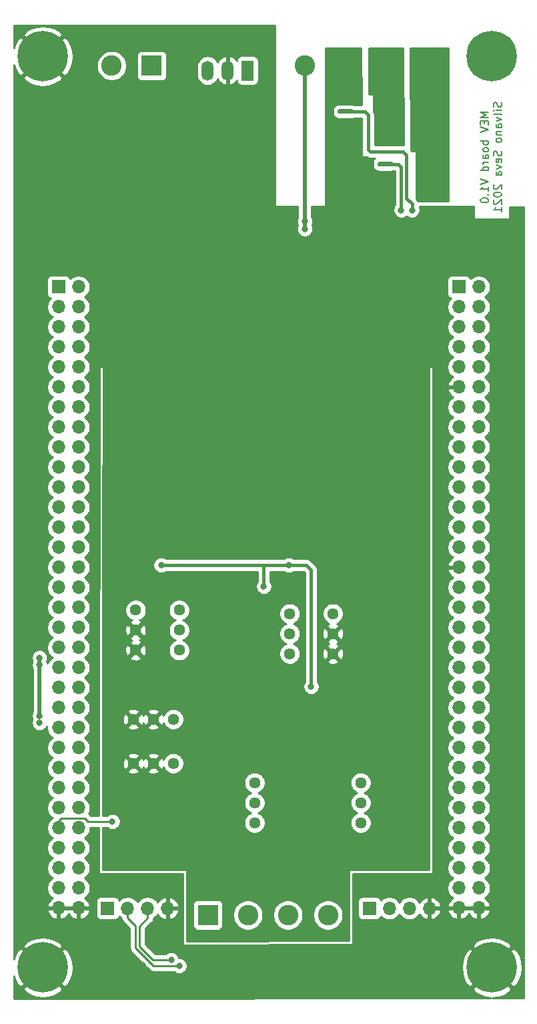
<source format=gbl>
G04 #@! TF.GenerationSoftware,KiCad,Pcbnew,5.1.10*
G04 #@! TF.CreationDate,2021-07-20T09:34:09+02:00*
G04 #@! TF.ProjectId,MEV_board,4d45565f-626f-4617-9264-2e6b69636164,rev?*
G04 #@! TF.SameCoordinates,Original*
G04 #@! TF.FileFunction,Copper,L2,Bot*
G04 #@! TF.FilePolarity,Positive*
%FSLAX46Y46*%
G04 Gerber Fmt 4.6, Leading zero omitted, Abs format (unit mm)*
G04 Created by KiCad (PCBNEW 5.1.10) date 2021-07-20 09:34:09*
%MOMM*%
%LPD*%
G01*
G04 APERTURE LIST*
G04 #@! TA.AperFunction,NonConductor*
%ADD10C,0.150000*%
G04 #@! TD*
G04 #@! TA.AperFunction,ConnectorPad*
%ADD11C,6.400000*%
G04 #@! TD*
G04 #@! TA.AperFunction,ComponentPad*
%ADD12C,3.600000*%
G04 #@! TD*
G04 #@! TA.AperFunction,ComponentPad*
%ADD13O,1.700000X1.700000*%
G04 #@! TD*
G04 #@! TA.AperFunction,ComponentPad*
%ADD14R,1.700000X1.700000*%
G04 #@! TD*
G04 #@! TA.AperFunction,ComponentPad*
%ADD15C,2.600000*%
G04 #@! TD*
G04 #@! TA.AperFunction,ComponentPad*
%ADD16R,2.600000X2.600000*%
G04 #@! TD*
G04 #@! TA.AperFunction,ComponentPad*
%ADD17C,1.440000*%
G04 #@! TD*
G04 #@! TA.AperFunction,ComponentPad*
%ADD18R,1.500000X2.500000*%
G04 #@! TD*
G04 #@! TA.AperFunction,ComponentPad*
%ADD19O,1.500000X2.500000*%
G04 #@! TD*
G04 #@! TA.AperFunction,ViaPad*
%ADD20C,0.800000*%
G04 #@! TD*
G04 #@! TA.AperFunction,Conductor*
%ADD21C,0.508000*%
G04 #@! TD*
G04 #@! TA.AperFunction,Conductor*
%ADD22C,0.762000*%
G04 #@! TD*
G04 #@! TA.AperFunction,Conductor*
%ADD23C,0.381000*%
G04 #@! TD*
G04 #@! TA.AperFunction,Conductor*
%ADD24C,0.254000*%
G04 #@! TD*
G04 #@! TA.AperFunction,Conductor*
%ADD25C,0.100000*%
G04 #@! TD*
G04 APERTURE END LIST*
D10*
X154559880Y-53061314D02*
X153559880Y-53061314D01*
X154274166Y-53394647D01*
X153559880Y-53727980D01*
X154559880Y-53727980D01*
X154036071Y-54204171D02*
X154036071Y-54537504D01*
X154559880Y-54680361D02*
X154559880Y-54204171D01*
X153559880Y-54204171D01*
X153559880Y-54680361D01*
X153559880Y-54966076D02*
X154559880Y-55299409D01*
X153559880Y-55632742D01*
X154559880Y-56727980D02*
X153559880Y-56727980D01*
X153940833Y-56727980D02*
X153893214Y-56823219D01*
X153893214Y-57013695D01*
X153940833Y-57108933D01*
X153988452Y-57156552D01*
X154083690Y-57204171D01*
X154369404Y-57204171D01*
X154464642Y-57156552D01*
X154512261Y-57108933D01*
X154559880Y-57013695D01*
X154559880Y-56823219D01*
X154512261Y-56727980D01*
X154559880Y-57775600D02*
X154512261Y-57680361D01*
X154464642Y-57632742D01*
X154369404Y-57585123D01*
X154083690Y-57585123D01*
X153988452Y-57632742D01*
X153940833Y-57680361D01*
X153893214Y-57775600D01*
X153893214Y-57918457D01*
X153940833Y-58013695D01*
X153988452Y-58061314D01*
X154083690Y-58108933D01*
X154369404Y-58108933D01*
X154464642Y-58061314D01*
X154512261Y-58013695D01*
X154559880Y-57918457D01*
X154559880Y-57775600D01*
X154559880Y-58966076D02*
X154036071Y-58966076D01*
X153940833Y-58918457D01*
X153893214Y-58823219D01*
X153893214Y-58632742D01*
X153940833Y-58537504D01*
X154512261Y-58966076D02*
X154559880Y-58870838D01*
X154559880Y-58632742D01*
X154512261Y-58537504D01*
X154417023Y-58489885D01*
X154321785Y-58489885D01*
X154226547Y-58537504D01*
X154178928Y-58632742D01*
X154178928Y-58870838D01*
X154131309Y-58966076D01*
X154559880Y-59442266D02*
X153893214Y-59442266D01*
X154083690Y-59442266D02*
X153988452Y-59489885D01*
X153940833Y-59537504D01*
X153893214Y-59632742D01*
X153893214Y-59727980D01*
X154559880Y-60489885D02*
X153559880Y-60489885D01*
X154512261Y-60489885D02*
X154559880Y-60394647D01*
X154559880Y-60204171D01*
X154512261Y-60108933D01*
X154464642Y-60061314D01*
X154369404Y-60013695D01*
X154083690Y-60013695D01*
X153988452Y-60061314D01*
X153940833Y-60108933D01*
X153893214Y-60204171D01*
X153893214Y-60394647D01*
X153940833Y-60489885D01*
X153559880Y-61585123D02*
X154559880Y-61918457D01*
X153559880Y-62251790D01*
X154559880Y-63108933D02*
X154559880Y-62537504D01*
X154559880Y-62823219D02*
X153559880Y-62823219D01*
X153702738Y-62727980D01*
X153797976Y-62632742D01*
X153845595Y-62537504D01*
X154464642Y-63537504D02*
X154512261Y-63585123D01*
X154559880Y-63537504D01*
X154512261Y-63489885D01*
X154464642Y-63537504D01*
X154559880Y-63537504D01*
X153559880Y-64204171D02*
X153559880Y-64299409D01*
X153607500Y-64394647D01*
X153655119Y-64442266D01*
X153750357Y-64489885D01*
X153940833Y-64537504D01*
X154178928Y-64537504D01*
X154369404Y-64489885D01*
X154464642Y-64442266D01*
X154512261Y-64394647D01*
X154559880Y-64299409D01*
X154559880Y-64204171D01*
X154512261Y-64108933D01*
X154464642Y-64061314D01*
X154369404Y-64013695D01*
X154178928Y-63966076D01*
X153940833Y-63966076D01*
X153750357Y-64013695D01*
X153655119Y-64061314D01*
X153607500Y-64108933D01*
X153559880Y-64204171D01*
X156162261Y-51847028D02*
X156209880Y-51989885D01*
X156209880Y-52227980D01*
X156162261Y-52323219D01*
X156114642Y-52370838D01*
X156019404Y-52418457D01*
X155924166Y-52418457D01*
X155828928Y-52370838D01*
X155781309Y-52323219D01*
X155733690Y-52227980D01*
X155686071Y-52037504D01*
X155638452Y-51942266D01*
X155590833Y-51894647D01*
X155495595Y-51847028D01*
X155400357Y-51847028D01*
X155305119Y-51894647D01*
X155257500Y-51942266D01*
X155209880Y-52037504D01*
X155209880Y-52275600D01*
X155257500Y-52418457D01*
X156209880Y-52847028D02*
X155543214Y-52847028D01*
X155209880Y-52847028D02*
X155257500Y-52799409D01*
X155305119Y-52847028D01*
X155257500Y-52894647D01*
X155209880Y-52847028D01*
X155305119Y-52847028D01*
X156209880Y-53466076D02*
X156162261Y-53370838D01*
X156067023Y-53323219D01*
X155209880Y-53323219D01*
X155543214Y-53751790D02*
X156209880Y-53989885D01*
X155543214Y-54227980D01*
X156209880Y-55037504D02*
X155686071Y-55037504D01*
X155590833Y-54989885D01*
X155543214Y-54894647D01*
X155543214Y-54704171D01*
X155590833Y-54608933D01*
X156162261Y-55037504D02*
X156209880Y-54942266D01*
X156209880Y-54704171D01*
X156162261Y-54608933D01*
X156067023Y-54561314D01*
X155971785Y-54561314D01*
X155876547Y-54608933D01*
X155828928Y-54704171D01*
X155828928Y-54942266D01*
X155781309Y-55037504D01*
X155543214Y-55513695D02*
X156209880Y-55513695D01*
X155638452Y-55513695D02*
X155590833Y-55561314D01*
X155543214Y-55656552D01*
X155543214Y-55799409D01*
X155590833Y-55894647D01*
X155686071Y-55942266D01*
X156209880Y-55942266D01*
X156209880Y-56561314D02*
X156162261Y-56466076D01*
X156114642Y-56418457D01*
X156019404Y-56370838D01*
X155733690Y-56370838D01*
X155638452Y-56418457D01*
X155590833Y-56466076D01*
X155543214Y-56561314D01*
X155543214Y-56704171D01*
X155590833Y-56799409D01*
X155638452Y-56847028D01*
X155733690Y-56894647D01*
X156019404Y-56894647D01*
X156114642Y-56847028D01*
X156162261Y-56799409D01*
X156209880Y-56704171D01*
X156209880Y-56561314D01*
X156162261Y-58037504D02*
X156209880Y-58180361D01*
X156209880Y-58418457D01*
X156162261Y-58513695D01*
X156114642Y-58561314D01*
X156019404Y-58608933D01*
X155924166Y-58608933D01*
X155828928Y-58561314D01*
X155781309Y-58513695D01*
X155733690Y-58418457D01*
X155686071Y-58227980D01*
X155638452Y-58132742D01*
X155590833Y-58085123D01*
X155495595Y-58037504D01*
X155400357Y-58037504D01*
X155305119Y-58085123D01*
X155257500Y-58132742D01*
X155209880Y-58227980D01*
X155209880Y-58466076D01*
X155257500Y-58608933D01*
X156162261Y-59418457D02*
X156209880Y-59323219D01*
X156209880Y-59132742D01*
X156162261Y-59037504D01*
X156067023Y-58989885D01*
X155686071Y-58989885D01*
X155590833Y-59037504D01*
X155543214Y-59132742D01*
X155543214Y-59323219D01*
X155590833Y-59418457D01*
X155686071Y-59466076D01*
X155781309Y-59466076D01*
X155876547Y-58989885D01*
X155543214Y-59799409D02*
X156209880Y-60037504D01*
X155543214Y-60275600D01*
X156209880Y-61085123D02*
X155686071Y-61085123D01*
X155590833Y-61037504D01*
X155543214Y-60942266D01*
X155543214Y-60751790D01*
X155590833Y-60656552D01*
X156162261Y-61085123D02*
X156209880Y-60989885D01*
X156209880Y-60751790D01*
X156162261Y-60656552D01*
X156067023Y-60608933D01*
X155971785Y-60608933D01*
X155876547Y-60656552D01*
X155828928Y-60751790D01*
X155828928Y-60989885D01*
X155781309Y-61085123D01*
X155305119Y-62275600D02*
X155257500Y-62323219D01*
X155209880Y-62418457D01*
X155209880Y-62656552D01*
X155257500Y-62751790D01*
X155305119Y-62799409D01*
X155400357Y-62847028D01*
X155495595Y-62847028D01*
X155638452Y-62799409D01*
X156209880Y-62227980D01*
X156209880Y-62847028D01*
X155209880Y-63466076D02*
X155209880Y-63561314D01*
X155257500Y-63656552D01*
X155305119Y-63704171D01*
X155400357Y-63751790D01*
X155590833Y-63799409D01*
X155828928Y-63799409D01*
X156019404Y-63751790D01*
X156114642Y-63704171D01*
X156162261Y-63656552D01*
X156209880Y-63561314D01*
X156209880Y-63466076D01*
X156162261Y-63370838D01*
X156114642Y-63323219D01*
X156019404Y-63275600D01*
X155828928Y-63227980D01*
X155590833Y-63227980D01*
X155400357Y-63275600D01*
X155305119Y-63323219D01*
X155257500Y-63370838D01*
X155209880Y-63466076D01*
X155305119Y-64180361D02*
X155257500Y-64227980D01*
X155209880Y-64323219D01*
X155209880Y-64561314D01*
X155257500Y-64656552D01*
X155305119Y-64704171D01*
X155400357Y-64751790D01*
X155495595Y-64751790D01*
X155638452Y-64704171D01*
X156209880Y-64132742D01*
X156209880Y-64751790D01*
X156209880Y-65704171D02*
X156209880Y-65132742D01*
X156209880Y-65418457D02*
X155209880Y-65418457D01*
X155352738Y-65323219D01*
X155447976Y-65227980D01*
X155495595Y-65132742D01*
D11*
X98000000Y-161500000D03*
D12*
X98000000Y-161500000D03*
D11*
X155000000Y-161500000D03*
D12*
X155000000Y-161500000D03*
D11*
X98000000Y-46000000D03*
D12*
X98000000Y-46000000D03*
D11*
X155000000Y-46000000D03*
D12*
X155000000Y-46000000D03*
D13*
X153340000Y-153960000D03*
X150800000Y-153960000D03*
X153340000Y-151420000D03*
X150800000Y-151420000D03*
X153340000Y-148880000D03*
X150800000Y-148880000D03*
X153340000Y-146340000D03*
X150800000Y-146340000D03*
X153340000Y-143800000D03*
X150800000Y-143800000D03*
X153340000Y-141260000D03*
X150800000Y-141260000D03*
X153340000Y-138720000D03*
X150800000Y-138720000D03*
X153340000Y-136180000D03*
X150800000Y-136180000D03*
X153340000Y-133640000D03*
X150800000Y-133640000D03*
X153340000Y-131100000D03*
X150800000Y-131100000D03*
X153340000Y-128560000D03*
X150800000Y-128560000D03*
X153340000Y-126020000D03*
X150800000Y-126020000D03*
X153340000Y-123480000D03*
X150800000Y-123480000D03*
X153340000Y-120940000D03*
X150800000Y-120940000D03*
X153340000Y-118400000D03*
X150800000Y-118400000D03*
X153340000Y-115860000D03*
X150800000Y-115860000D03*
X153340000Y-113320000D03*
X150800000Y-113320000D03*
X153340000Y-110780000D03*
X150800000Y-110780000D03*
X153340000Y-108240000D03*
X150800000Y-108240000D03*
X153340000Y-105700000D03*
X150800000Y-105700000D03*
X153340000Y-103160000D03*
X150800000Y-103160000D03*
X153340000Y-100620000D03*
X150800000Y-100620000D03*
X153340000Y-98080000D03*
X150800000Y-98080000D03*
X153340000Y-95540000D03*
X150800000Y-95540000D03*
X153340000Y-93000000D03*
X150800000Y-93000000D03*
X153340000Y-90460000D03*
X150800000Y-90460000D03*
X153340000Y-87920000D03*
X150800000Y-87920000D03*
X153340000Y-85380000D03*
X150800000Y-85380000D03*
X153340000Y-82840000D03*
X150800000Y-82840000D03*
X153340000Y-80300000D03*
X150800000Y-80300000D03*
X153340000Y-77760000D03*
X150800000Y-77760000D03*
X153340000Y-75220000D03*
D14*
X150800000Y-75220000D03*
D13*
X102530000Y-153960000D03*
X99990000Y-153960000D03*
X102530000Y-151420000D03*
X99990000Y-151420000D03*
X102530000Y-148880000D03*
X99990000Y-148880000D03*
X102530000Y-146340000D03*
X99990000Y-146340000D03*
X102530000Y-143800000D03*
X99990000Y-143800000D03*
X102530000Y-141260000D03*
X99990000Y-141260000D03*
X102530000Y-138720000D03*
X99990000Y-138720000D03*
X102530000Y-136180000D03*
X99990000Y-136180000D03*
X102530000Y-133640000D03*
X99990000Y-133640000D03*
X102530000Y-131100000D03*
X99990000Y-131100000D03*
X102530000Y-128560000D03*
X99990000Y-128560000D03*
X102530000Y-126020000D03*
X99990000Y-126020000D03*
X102530000Y-123480000D03*
X99990000Y-123480000D03*
X102530000Y-120940000D03*
X99990000Y-120940000D03*
X102530000Y-118400000D03*
X99990000Y-118400000D03*
X102530000Y-115860000D03*
X99990000Y-115860000D03*
X102530000Y-113320000D03*
X99990000Y-113320000D03*
X102530000Y-110780000D03*
X99990000Y-110780000D03*
X102530000Y-108240000D03*
X99990000Y-108240000D03*
X102530000Y-105700000D03*
X99990000Y-105700000D03*
X102530000Y-103160000D03*
X99990000Y-103160000D03*
X102530000Y-100620000D03*
X99990000Y-100620000D03*
X102530000Y-98080000D03*
X99990000Y-98080000D03*
X102530000Y-95540000D03*
X99990000Y-95540000D03*
X102530000Y-93000000D03*
X99990000Y-93000000D03*
X102530000Y-90460000D03*
X99990000Y-90460000D03*
X102530000Y-87920000D03*
X99990000Y-87920000D03*
X102530000Y-85380000D03*
X99990000Y-85380000D03*
X102530000Y-82840000D03*
X99990000Y-82840000D03*
X102530000Y-80300000D03*
X99990000Y-80300000D03*
X102530000Y-77760000D03*
X99990000Y-77760000D03*
X102530000Y-75220000D03*
D14*
X99990000Y-75220000D03*
D13*
X147066000Y-153987500D03*
X144526000Y-153987500D03*
X141986000Y-153987500D03*
D14*
X139446000Y-153987500D03*
D13*
X113842798Y-153974800D03*
X111302798Y-153974800D03*
X108762798Y-153974800D03*
D14*
X106222798Y-153974800D03*
D15*
X134188200Y-154838400D03*
X129108200Y-154838400D03*
X124028200Y-154838400D03*
D16*
X118948200Y-154838400D03*
X111823500Y-47200000D03*
D15*
X106743500Y-47200000D03*
D16*
X146500000Y-47200000D03*
D15*
X141420000Y-47200000D03*
X136340000Y-47200000D03*
X131260000Y-47200000D03*
G04 #@! TA.AperFunction,SMDPad,CuDef*
G36*
G01*
X135431500Y-56957100D02*
X135431500Y-56657100D01*
G75*
G02*
X135581500Y-56507100I150000J0D01*
G01*
X137231500Y-56507100D01*
G75*
G02*
X137381500Y-56657100I0J-150000D01*
G01*
X137381500Y-56957100D01*
G75*
G02*
X137231500Y-57107100I-150000J0D01*
G01*
X135581500Y-57107100D01*
G75*
G02*
X135431500Y-56957100I0J150000D01*
G01*
G37*
G04 #@! TD.AperFunction*
G04 #@! TA.AperFunction,SMDPad,CuDef*
G36*
G01*
X135431500Y-55687100D02*
X135431500Y-55387100D01*
G75*
G02*
X135581500Y-55237100I150000J0D01*
G01*
X137231500Y-55237100D01*
G75*
G02*
X137381500Y-55387100I0J-150000D01*
G01*
X137381500Y-55687100D01*
G75*
G02*
X137231500Y-55837100I-150000J0D01*
G01*
X135581500Y-55837100D01*
G75*
G02*
X135431500Y-55687100I0J150000D01*
G01*
G37*
G04 #@! TD.AperFunction*
G04 #@! TA.AperFunction,SMDPad,CuDef*
G36*
G01*
X135431500Y-54417100D02*
X135431500Y-54117100D01*
G75*
G02*
X135581500Y-53967100I150000J0D01*
G01*
X137231500Y-53967100D01*
G75*
G02*
X137381500Y-54117100I0J-150000D01*
G01*
X137381500Y-54417100D01*
G75*
G02*
X137231500Y-54567100I-150000J0D01*
G01*
X135581500Y-54567100D01*
G75*
G02*
X135431500Y-54417100I0J150000D01*
G01*
G37*
G04 #@! TD.AperFunction*
G04 #@! TA.AperFunction,SMDPad,CuDef*
G36*
G01*
X135431500Y-53147100D02*
X135431500Y-52847100D01*
G75*
G02*
X135581500Y-52697100I150000J0D01*
G01*
X137231500Y-52697100D01*
G75*
G02*
X137381500Y-52847100I0J-150000D01*
G01*
X137381500Y-53147100D01*
G75*
G02*
X137231500Y-53297100I-150000J0D01*
G01*
X135581500Y-53297100D01*
G75*
G02*
X135431500Y-53147100I0J150000D01*
G01*
G37*
G04 #@! TD.AperFunction*
G04 #@! TA.AperFunction,SMDPad,CuDef*
G36*
G01*
X140381500Y-53147100D02*
X140381500Y-52847100D01*
G75*
G02*
X140531500Y-52697100I150000J0D01*
G01*
X142181500Y-52697100D01*
G75*
G02*
X142331500Y-52847100I0J-150000D01*
G01*
X142331500Y-53147100D01*
G75*
G02*
X142181500Y-53297100I-150000J0D01*
G01*
X140531500Y-53297100D01*
G75*
G02*
X140381500Y-53147100I0J150000D01*
G01*
G37*
G04 #@! TD.AperFunction*
G04 #@! TA.AperFunction,SMDPad,CuDef*
G36*
G01*
X140381500Y-54417100D02*
X140381500Y-54117100D01*
G75*
G02*
X140531500Y-53967100I150000J0D01*
G01*
X142181500Y-53967100D01*
G75*
G02*
X142331500Y-54117100I0J-150000D01*
G01*
X142331500Y-54417100D01*
G75*
G02*
X142181500Y-54567100I-150000J0D01*
G01*
X140531500Y-54567100D01*
G75*
G02*
X140381500Y-54417100I0J150000D01*
G01*
G37*
G04 #@! TD.AperFunction*
G04 #@! TA.AperFunction,SMDPad,CuDef*
G36*
G01*
X140381500Y-55687100D02*
X140381500Y-55387100D01*
G75*
G02*
X140531500Y-55237100I150000J0D01*
G01*
X142181500Y-55237100D01*
G75*
G02*
X142331500Y-55387100I0J-150000D01*
G01*
X142331500Y-55687100D01*
G75*
G02*
X142181500Y-55837100I-150000J0D01*
G01*
X140531500Y-55837100D01*
G75*
G02*
X140381500Y-55687100I0J150000D01*
G01*
G37*
G04 #@! TD.AperFunction*
G04 #@! TA.AperFunction,SMDPad,CuDef*
G36*
G01*
X140381500Y-56957100D02*
X140381500Y-56657100D01*
G75*
G02*
X140531500Y-56507100I150000J0D01*
G01*
X142181500Y-56507100D01*
G75*
G02*
X142331500Y-56657100I0J-150000D01*
G01*
X142331500Y-56957100D01*
G75*
G02*
X142181500Y-57107100I-150000J0D01*
G01*
X140531500Y-57107100D01*
G75*
G02*
X140381500Y-56957100I0J150000D01*
G01*
G37*
G04 #@! TD.AperFunction*
G04 #@! TA.AperFunction,SMDPad,CuDef*
G36*
G01*
X145461500Y-63611900D02*
X145461500Y-63311900D01*
G75*
G02*
X145611500Y-63161900I150000J0D01*
G01*
X147261500Y-63161900D01*
G75*
G02*
X147411500Y-63311900I0J-150000D01*
G01*
X147411500Y-63611900D01*
G75*
G02*
X147261500Y-63761900I-150000J0D01*
G01*
X145611500Y-63761900D01*
G75*
G02*
X145461500Y-63611900I0J150000D01*
G01*
G37*
G04 #@! TD.AperFunction*
G04 #@! TA.AperFunction,SMDPad,CuDef*
G36*
G01*
X145461500Y-62341900D02*
X145461500Y-62041900D01*
G75*
G02*
X145611500Y-61891900I150000J0D01*
G01*
X147261500Y-61891900D01*
G75*
G02*
X147411500Y-62041900I0J-150000D01*
G01*
X147411500Y-62341900D01*
G75*
G02*
X147261500Y-62491900I-150000J0D01*
G01*
X145611500Y-62491900D01*
G75*
G02*
X145461500Y-62341900I0J150000D01*
G01*
G37*
G04 #@! TD.AperFunction*
G04 #@! TA.AperFunction,SMDPad,CuDef*
G36*
G01*
X145461500Y-61071900D02*
X145461500Y-60771900D01*
G75*
G02*
X145611500Y-60621900I150000J0D01*
G01*
X147261500Y-60621900D01*
G75*
G02*
X147411500Y-60771900I0J-150000D01*
G01*
X147411500Y-61071900D01*
G75*
G02*
X147261500Y-61221900I-150000J0D01*
G01*
X145611500Y-61221900D01*
G75*
G02*
X145461500Y-61071900I0J150000D01*
G01*
G37*
G04 #@! TD.AperFunction*
G04 #@! TA.AperFunction,SMDPad,CuDef*
G36*
G01*
X145461500Y-59801900D02*
X145461500Y-59501900D01*
G75*
G02*
X145611500Y-59351900I150000J0D01*
G01*
X147261500Y-59351900D01*
G75*
G02*
X147411500Y-59501900I0J-150000D01*
G01*
X147411500Y-59801900D01*
G75*
G02*
X147261500Y-59951900I-150000J0D01*
G01*
X145611500Y-59951900D01*
G75*
G02*
X145461500Y-59801900I0J150000D01*
G01*
G37*
G04 #@! TD.AperFunction*
G04 #@! TA.AperFunction,SMDPad,CuDef*
G36*
G01*
X140511500Y-59801900D02*
X140511500Y-59501900D01*
G75*
G02*
X140661500Y-59351900I150000J0D01*
G01*
X142311500Y-59351900D01*
G75*
G02*
X142461500Y-59501900I0J-150000D01*
G01*
X142461500Y-59801900D01*
G75*
G02*
X142311500Y-59951900I-150000J0D01*
G01*
X140661500Y-59951900D01*
G75*
G02*
X140511500Y-59801900I0J150000D01*
G01*
G37*
G04 #@! TD.AperFunction*
G04 #@! TA.AperFunction,SMDPad,CuDef*
G36*
G01*
X140511500Y-61071900D02*
X140511500Y-60771900D01*
G75*
G02*
X140661500Y-60621900I150000J0D01*
G01*
X142311500Y-60621900D01*
G75*
G02*
X142461500Y-60771900I0J-150000D01*
G01*
X142461500Y-61071900D01*
G75*
G02*
X142311500Y-61221900I-150000J0D01*
G01*
X140661500Y-61221900D01*
G75*
G02*
X140511500Y-61071900I0J150000D01*
G01*
G37*
G04 #@! TD.AperFunction*
G04 #@! TA.AperFunction,SMDPad,CuDef*
G36*
G01*
X140511500Y-62341900D02*
X140511500Y-62041900D01*
G75*
G02*
X140661500Y-61891900I150000J0D01*
G01*
X142311500Y-61891900D01*
G75*
G02*
X142461500Y-62041900I0J-150000D01*
G01*
X142461500Y-62341900D01*
G75*
G02*
X142311500Y-62491900I-150000J0D01*
G01*
X140661500Y-62491900D01*
G75*
G02*
X140511500Y-62341900I0J150000D01*
G01*
G37*
G04 #@! TD.AperFunction*
G04 #@! TA.AperFunction,SMDPad,CuDef*
G36*
G01*
X140511500Y-63611900D02*
X140511500Y-63311900D01*
G75*
G02*
X140661500Y-63161900I150000J0D01*
G01*
X142311500Y-63161900D01*
G75*
G02*
X142461500Y-63311900I0J-150000D01*
G01*
X142461500Y-63611900D01*
G75*
G02*
X142311500Y-63761900I-150000J0D01*
G01*
X140661500Y-63761900D01*
G75*
G02*
X140511500Y-63611900I0J150000D01*
G01*
G37*
G04 #@! TD.AperFunction*
D17*
X114560000Y-135620000D03*
X112020000Y-135620000D03*
X109480000Y-135620000D03*
X109480000Y-130030000D03*
X112020000Y-130030000D03*
X114560000Y-130030000D03*
X115316000Y-121285000D03*
X115316000Y-118745000D03*
X115316000Y-116205000D03*
X109791500Y-116205000D03*
X109791500Y-118745000D03*
X109791500Y-121285000D03*
X129336800Y-121716800D03*
X129336800Y-119176800D03*
X129336800Y-116636800D03*
X134823200Y-116636800D03*
X134823200Y-119176800D03*
X134823200Y-121716800D03*
X138360000Y-143150000D03*
X138360000Y-140610000D03*
X138360000Y-138070000D03*
X124870000Y-138070000D03*
X124870000Y-140610000D03*
X124870000Y-143150000D03*
D18*
X124000000Y-47800000D03*
D19*
X121460000Y-47800000D03*
X118920000Y-47800000D03*
D20*
X97586800Y-123139200D03*
X97586800Y-122224800D03*
X97586800Y-129590800D03*
X97586800Y-130454400D03*
X137617200Y-49377600D03*
X136144000Y-49377600D03*
X134670800Y-49377600D03*
X136366250Y-50647600D03*
X135636000Y-51739800D03*
X137096500Y-51752500D03*
X135890000Y-58153300D03*
X137210800Y-58153300D03*
X135890000Y-59867800D03*
X136550400Y-59010550D03*
X137210800Y-59867800D03*
X136550400Y-60725050D03*
X135890000Y-61582300D03*
X137210800Y-61582300D03*
X136550400Y-62439550D03*
X135890000Y-63296800D03*
X137210800Y-63296800D03*
X121606899Y-107850000D03*
X122724397Y-107850000D03*
X123841897Y-107850000D03*
X121606899Y-109274750D03*
X122724397Y-109274750D03*
X123841897Y-109274750D03*
X134874000Y-70421500D03*
X134874000Y-71818500D03*
X134874000Y-73215500D03*
X133794500Y-72517000D03*
X133794500Y-71120000D03*
X115887500Y-51816000D03*
X115887500Y-53117750D03*
X115887500Y-54419500D03*
X114147600Y-53768625D03*
X129159000Y-146875500D03*
X127555625Y-146875500D03*
X125952250Y-146875500D03*
X124348875Y-146875500D03*
X122745500Y-146875500D03*
X138360000Y-146240500D03*
X138360000Y-147478750D03*
X138360000Y-148717000D03*
X130048000Y-86614000D03*
X135102600Y-86614000D03*
X137871200Y-86614000D03*
X140639800Y-86614000D03*
X143408400Y-86614000D03*
X146177000Y-86614000D03*
X106299000Y-86614000D03*
X109267625Y-86614000D03*
X112236250Y-86614000D03*
X115204875Y-86614000D03*
X118173500Y-86614000D03*
X124110750Y-86614000D03*
X127079375Y-86614000D03*
X121142125Y-86614000D03*
X132334000Y-86614000D03*
X133718300Y-88138000D03*
X136453033Y-88138000D03*
X139187766Y-88138000D03*
X141922500Y-88138000D03*
X144716500Y-88265000D03*
X128563687Y-88138000D03*
X125595062Y-88138000D03*
X122626437Y-88138000D03*
X119657812Y-88138000D03*
X116689187Y-88138000D03*
X113720562Y-88138000D03*
X110751937Y-88138000D03*
X107783312Y-88138000D03*
X130683000Y-139192000D03*
X130683000Y-137414000D03*
X129349500Y-138303000D03*
X109156500Y-105600500D03*
X110490000Y-105600500D03*
X132334000Y-105600500D03*
X133604000Y-105600500D03*
X109399466Y-161213800D03*
X110666133Y-161213800D03*
X113030000Y-110490000D03*
X129235200Y-110490000D03*
X126050800Y-113182400D03*
X132054600Y-125895100D03*
X131260000Y-67876000D03*
X131260000Y-66923500D03*
X143154400Y-55219600D03*
X143154400Y-53949600D03*
X143154400Y-52679600D03*
X143154400Y-51054000D03*
X143154400Y-49377600D03*
X142287200Y-50215800D03*
X140661600Y-50215800D03*
X139903200Y-49377600D03*
X141420000Y-49377600D03*
X141420000Y-51054000D03*
X148844000Y-51141085D03*
X147091400Y-51141085D03*
X145338800Y-51141085D03*
X146215100Y-52022827D03*
X147967700Y-52022827D03*
X148844000Y-52904570D03*
X147015200Y-52904570D03*
X145338800Y-52904570D03*
X146215100Y-53786312D03*
X147967700Y-53786312D03*
X148844000Y-54668055D03*
X147066000Y-54668055D03*
X145338800Y-54668055D03*
X146215100Y-55549797D03*
X147967700Y-55549797D03*
X148844000Y-56431540D03*
X147015200Y-56431540D03*
X145338800Y-56431540D03*
X147967700Y-57345940D03*
X148844000Y-58195025D03*
X147967700Y-59109425D03*
X148844000Y-59958510D03*
X147967700Y-60872910D03*
X148844000Y-61722000D03*
X147967700Y-62636400D03*
X145338800Y-49377600D03*
X147091400Y-49377600D03*
X148844000Y-49377600D03*
X146215100Y-50259342D03*
X147967700Y-50259342D03*
X144856200Y-65506600D03*
X143484600Y-65506600D03*
X106830000Y-142990000D03*
X114300000Y-160528000D03*
X115316000Y-161290000D03*
D21*
X97586800Y-122224800D02*
X97586800Y-129590800D01*
D22*
X134874000Y-70421500D02*
X134874000Y-67056000D01*
X135890000Y-66040000D02*
X135890000Y-63296800D01*
X134874000Y-67056000D02*
X135890000Y-66040000D01*
D23*
X129235200Y-110490000D02*
X129235200Y-110490000D01*
X126050800Y-110607600D02*
X125933200Y-110490000D01*
X126050800Y-113182400D02*
X126050800Y-110607600D01*
X125933200Y-110490000D02*
X129235200Y-110490000D01*
X113030000Y-110490000D02*
X125933200Y-110490000D01*
X129235200Y-110490000D02*
X131432300Y-110490000D01*
X131432300Y-110490000D02*
X132054600Y-111112300D01*
X132054600Y-111112300D02*
X132054600Y-125895100D01*
X132054600Y-125895100D02*
X132054600Y-125895100D01*
D21*
X131260000Y-47200000D02*
X131260000Y-66923500D01*
X131260000Y-67876000D02*
X131260000Y-67876000D01*
X131260000Y-66923500D02*
X131260000Y-67876000D01*
D23*
X144856200Y-64693800D02*
X144856200Y-65506600D01*
X144167210Y-58524790D02*
X144167210Y-64004810D01*
X143744920Y-58102500D02*
X144167210Y-58524790D01*
X139573000Y-58102500D02*
X143744920Y-58102500D01*
X139319000Y-57848500D02*
X139573000Y-58102500D01*
X144167210Y-64004810D02*
X144856200Y-64693800D01*
X138849100Y-52997100D02*
X139319000Y-53467000D01*
X139319000Y-53467000D02*
X139319000Y-57848500D01*
X136406500Y-52997100D02*
X138849100Y-52997100D01*
X143103600Y-59651900D02*
X143484600Y-60032900D01*
X141486500Y-59651900D02*
X143103600Y-59651900D01*
X143484600Y-65506600D02*
X143484600Y-60032900D01*
D24*
X100340000Y-142550000D02*
X99990000Y-142900000D01*
X103350000Y-142550000D02*
X100340000Y-142550000D01*
X103770000Y-142970000D02*
X103350000Y-142550000D01*
X99990000Y-142900000D02*
X99990000Y-143800000D01*
X106810000Y-142970000D02*
X106830000Y-142990000D01*
X103770000Y-142970000D02*
X106810000Y-142970000D01*
X112458500Y-160528000D02*
X114300000Y-160528000D01*
X111957566Y-160528000D02*
X112458500Y-160528000D01*
X110245510Y-158815944D02*
X111957566Y-160528000D01*
X110245510Y-156273500D02*
X110245510Y-158815944D01*
X111302798Y-155216212D02*
X110245510Y-156273500D01*
X111302798Y-153974800D02*
X111302798Y-155216212D01*
X115316000Y-161290000D02*
X112077500Y-161290000D01*
X108762798Y-153974800D02*
X108762798Y-154990798D01*
X108762798Y-154990798D02*
X108762798Y-155181298D01*
X108762798Y-155181298D02*
X109791500Y-156210000D01*
X109791500Y-159004000D02*
X111220250Y-160432750D01*
X109791500Y-156210000D02*
X109791500Y-159004000D01*
X111220250Y-160432750D02*
X110848788Y-160061288D01*
X112077500Y-161290000D02*
X111220250Y-160432750D01*
X143763213Y-57274808D02*
X143744920Y-57273006D01*
X143704370Y-57277000D01*
X140144500Y-57277000D01*
X140144500Y-53507550D01*
X140148494Y-53467000D01*
X140144500Y-53426447D01*
X140132556Y-53305174D01*
X140085353Y-53149566D01*
X140008700Y-53006159D01*
X140008699Y-53006157D01*
X139991612Y-52985336D01*
X139979398Y-50900856D01*
X139976812Y-50876094D01*
X139969446Y-50852313D01*
X139957581Y-50830425D01*
X139941675Y-50811273D01*
X139922337Y-50795592D01*
X139900312Y-50783985D01*
X139876446Y-50776897D01*
X139852400Y-50774600D01*
X139420600Y-50774600D01*
X139420600Y-44983400D01*
X143688569Y-44983400D01*
X143763213Y-57274808D01*
G04 #@! TA.AperFunction,Conductor*
D25*
G36*
X143763213Y-57274808D02*
G01*
X143744920Y-57273006D01*
X143704370Y-57277000D01*
X140144500Y-57277000D01*
X140144500Y-53507550D01*
X140148494Y-53467000D01*
X140144500Y-53426447D01*
X140132556Y-53305174D01*
X140085353Y-53149566D01*
X140008700Y-53006159D01*
X140008699Y-53006157D01*
X139991612Y-52985336D01*
X139979398Y-50900856D01*
X139976812Y-50876094D01*
X139969446Y-50852313D01*
X139957581Y-50830425D01*
X139941675Y-50811273D01*
X139922337Y-50795592D01*
X139900312Y-50783985D01*
X139876446Y-50776897D01*
X139852400Y-50774600D01*
X139420600Y-50774600D01*
X139420600Y-44983400D01*
X143688569Y-44983400D01*
X143763213Y-57274808D01*
G37*
G04 #@! TD.AperFunction*
D24*
X149423034Y-64323000D02*
X145594028Y-64323000D01*
X145593624Y-64322244D01*
X145545899Y-64232957D01*
X145468591Y-64138758D01*
X145442741Y-64107259D01*
X145426320Y-64093783D01*
X145415000Y-58165757D01*
X145412512Y-58140986D01*
X145405240Y-58117175D01*
X145393462Y-58095241D01*
X145377631Y-58076026D01*
X145358356Y-58060269D01*
X145336377Y-58048575D01*
X145312539Y-58041393D01*
X145288000Y-58039000D01*
X144836435Y-58039000D01*
X144753751Y-57938249D01*
X144752859Y-57937517D01*
X144653973Y-44983400D01*
X149428166Y-44983400D01*
X149423034Y-64323000D01*
G04 #@! TA.AperFunction,Conductor*
D25*
G36*
X149423034Y-64323000D02*
G01*
X145594028Y-64323000D01*
X145593624Y-64322244D01*
X145545899Y-64232957D01*
X145468591Y-64138758D01*
X145442741Y-64107259D01*
X145426320Y-64093783D01*
X145415000Y-58165757D01*
X145412512Y-58140986D01*
X145405240Y-58117175D01*
X145393462Y-58095241D01*
X145377631Y-58076026D01*
X145358356Y-58060269D01*
X145336377Y-58048575D01*
X145312539Y-58041393D01*
X145288000Y-58039000D01*
X144836435Y-58039000D01*
X144753751Y-57938249D01*
X144752859Y-57937517D01*
X144653973Y-44983400D01*
X149428166Y-44983400D01*
X149423034Y-64323000D01*
G37*
G04 #@! TD.AperFunction*
D24*
X138431617Y-52171600D02*
X137631459Y-52171600D01*
X137533082Y-52119016D01*
X137385245Y-52074171D01*
X137231500Y-52059028D01*
X135581500Y-52059028D01*
X135427755Y-52074171D01*
X135279918Y-52119016D01*
X135143671Y-52191842D01*
X135024249Y-52289849D01*
X134926242Y-52409271D01*
X134853416Y-52545518D01*
X134808571Y-52693355D01*
X134793428Y-52847100D01*
X134793428Y-53147100D01*
X134808571Y-53300845D01*
X134853416Y-53448682D01*
X134926242Y-53584929D01*
X135024249Y-53704351D01*
X135143671Y-53802358D01*
X135279918Y-53875184D01*
X135427755Y-53920029D01*
X135581500Y-53935172D01*
X137231500Y-53935172D01*
X137385245Y-53920029D01*
X137533082Y-53875184D01*
X137631459Y-53822600D01*
X138437715Y-53822600D01*
X138455401Y-58610969D01*
X138457933Y-58635736D01*
X138465248Y-58659534D01*
X138477065Y-58681447D01*
X138492930Y-58700634D01*
X138512233Y-58716357D01*
X138534233Y-58728011D01*
X138558084Y-58735150D01*
X138582400Y-58737500D01*
X139045507Y-58737500D01*
X139112158Y-58792199D01*
X139255566Y-58868853D01*
X139411174Y-58916056D01*
X139532447Y-58928000D01*
X139532449Y-58928000D01*
X139572999Y-58931994D01*
X139613550Y-58928000D01*
X140124536Y-58928000D01*
X140104249Y-58944649D01*
X140006242Y-59064071D01*
X139933416Y-59200318D01*
X139888571Y-59348155D01*
X139873428Y-59501900D01*
X139873428Y-59801900D01*
X139888571Y-59955645D01*
X139933416Y-60103482D01*
X140006242Y-60239729D01*
X140104249Y-60359151D01*
X140223671Y-60457158D01*
X140359918Y-60529984D01*
X140507755Y-60574829D01*
X140661500Y-60589972D01*
X142311500Y-60589972D01*
X142465245Y-60574829D01*
X142613082Y-60529984D01*
X142659101Y-60505386D01*
X142659100Y-64873000D01*
X133883400Y-64873000D01*
X133883400Y-44983400D01*
X138405068Y-44983400D01*
X138431617Y-52171600D01*
G04 #@! TA.AperFunction,Conductor*
D25*
G36*
X138431617Y-52171600D02*
G01*
X137631459Y-52171600D01*
X137533082Y-52119016D01*
X137385245Y-52074171D01*
X137231500Y-52059028D01*
X135581500Y-52059028D01*
X135427755Y-52074171D01*
X135279918Y-52119016D01*
X135143671Y-52191842D01*
X135024249Y-52289849D01*
X134926242Y-52409271D01*
X134853416Y-52545518D01*
X134808571Y-52693355D01*
X134793428Y-52847100D01*
X134793428Y-53147100D01*
X134808571Y-53300845D01*
X134853416Y-53448682D01*
X134926242Y-53584929D01*
X135024249Y-53704351D01*
X135143671Y-53802358D01*
X135279918Y-53875184D01*
X135427755Y-53920029D01*
X135581500Y-53935172D01*
X137231500Y-53935172D01*
X137385245Y-53920029D01*
X137533082Y-53875184D01*
X137631459Y-53822600D01*
X138437715Y-53822600D01*
X138455401Y-58610969D01*
X138457933Y-58635736D01*
X138465248Y-58659534D01*
X138477065Y-58681447D01*
X138492930Y-58700634D01*
X138512233Y-58716357D01*
X138534233Y-58728011D01*
X138558084Y-58735150D01*
X138582400Y-58737500D01*
X139045507Y-58737500D01*
X139112158Y-58792199D01*
X139255566Y-58868853D01*
X139411174Y-58916056D01*
X139532447Y-58928000D01*
X139532449Y-58928000D01*
X139572999Y-58931994D01*
X139613550Y-58928000D01*
X140124536Y-58928000D01*
X140104249Y-58944649D01*
X140006242Y-59064071D01*
X139933416Y-59200318D01*
X139888571Y-59348155D01*
X139873428Y-59501900D01*
X139873428Y-59801900D01*
X139888571Y-59955645D01*
X139933416Y-60103482D01*
X140006242Y-60239729D01*
X140104249Y-60359151D01*
X140223671Y-60457158D01*
X140359918Y-60529984D01*
X140507755Y-60574829D01*
X140661500Y-60589972D01*
X142311500Y-60589972D01*
X142465245Y-60574829D01*
X142613082Y-60529984D01*
X142659101Y-60505386D01*
X142659100Y-64873000D01*
X133883400Y-64873000D01*
X133883400Y-44983400D01*
X138405068Y-44983400D01*
X138431617Y-52171600D01*
G37*
G04 #@! TD.AperFunction*
D24*
X127423000Y-64900000D02*
X127425440Y-64924776D01*
X127432667Y-64948601D01*
X127444403Y-64970557D01*
X127460197Y-64989803D01*
X127479443Y-65005597D01*
X127501399Y-65017333D01*
X127525224Y-65024560D01*
X127549802Y-65027000D01*
X130371001Y-65031394D01*
X130371001Y-66391031D01*
X130342795Y-66433244D01*
X130264774Y-66621602D01*
X130225000Y-66821561D01*
X130225000Y-67025439D01*
X130264774Y-67225398D01*
X130336993Y-67399750D01*
X130264774Y-67574102D01*
X130225000Y-67774061D01*
X130225000Y-67977939D01*
X130264774Y-68177898D01*
X130342795Y-68366256D01*
X130456063Y-68535774D01*
X130600226Y-68679937D01*
X130769744Y-68793205D01*
X130958102Y-68871226D01*
X131158061Y-68911000D01*
X131361939Y-68911000D01*
X131561898Y-68871226D01*
X131750256Y-68793205D01*
X131919774Y-68679937D01*
X132063937Y-68535774D01*
X132177205Y-68366256D01*
X132255226Y-68177898D01*
X132295000Y-67977939D01*
X132295000Y-67774061D01*
X132255226Y-67574102D01*
X132183007Y-67399750D01*
X132255226Y-67225398D01*
X132295000Y-67025439D01*
X132295000Y-66821561D01*
X132255226Y-66621602D01*
X132177205Y-66433244D01*
X132149000Y-66391032D01*
X132149000Y-65034164D01*
X142553301Y-65050370D01*
X142489374Y-65204702D01*
X142449600Y-65404661D01*
X142449600Y-65608539D01*
X142489374Y-65808498D01*
X142567395Y-65996856D01*
X142680663Y-66166374D01*
X142824826Y-66310537D01*
X142994344Y-66423805D01*
X143182702Y-66501826D01*
X143382661Y-66541600D01*
X143586539Y-66541600D01*
X143786498Y-66501826D01*
X143974856Y-66423805D01*
X144144374Y-66310537D01*
X144170400Y-66284511D01*
X144196426Y-66310537D01*
X144365944Y-66423805D01*
X144554302Y-66501826D01*
X144754261Y-66541600D01*
X144958139Y-66541600D01*
X145158098Y-66501826D01*
X145346456Y-66423805D01*
X145515974Y-66310537D01*
X145660137Y-66166374D01*
X145773405Y-65996856D01*
X145851426Y-65808498D01*
X145891200Y-65608539D01*
X145891200Y-65404661D01*
X145851426Y-65204702D01*
X145789587Y-65055411D01*
X152715000Y-65066198D01*
X152715000Y-66604647D01*
X157285000Y-66604647D01*
X157285000Y-65073317D01*
X159000000Y-65075988D01*
X159000001Y-165341000D01*
X155046138Y-165346990D01*
X155727938Y-165284178D01*
X156452208Y-165069452D01*
X157120670Y-164717555D01*
X157161088Y-164690548D01*
X157521276Y-164200881D01*
X155000000Y-161679605D01*
X152478724Y-164200881D01*
X152838912Y-164690548D01*
X153502882Y-165050849D01*
X154224385Y-165274694D01*
X154915693Y-165347188D01*
X94320000Y-165438999D01*
X94320000Y-164200881D01*
X95478724Y-164200881D01*
X95838912Y-164690548D01*
X96502882Y-165050849D01*
X97224385Y-165274694D01*
X97975695Y-165353480D01*
X98727938Y-165284178D01*
X99452208Y-165069452D01*
X100120670Y-164717555D01*
X100161088Y-164690548D01*
X100521276Y-164200881D01*
X98000000Y-161679605D01*
X95478724Y-164200881D01*
X94320000Y-164200881D01*
X94320000Y-162579330D01*
X94430548Y-162952208D01*
X94782445Y-163620670D01*
X94809452Y-163661088D01*
X95299119Y-164021276D01*
X97820395Y-161500000D01*
X98179605Y-161500000D01*
X100700881Y-164021276D01*
X101190548Y-163661088D01*
X101550849Y-162997118D01*
X101774694Y-162275615D01*
X101853480Y-161524305D01*
X101784178Y-160772062D01*
X101569452Y-160047792D01*
X101217555Y-159379330D01*
X101190548Y-159338912D01*
X100700881Y-158978724D01*
X98179605Y-161500000D01*
X97820395Y-161500000D01*
X95299119Y-158978724D01*
X94809452Y-159338912D01*
X94449151Y-160002882D01*
X94320000Y-160419165D01*
X94320000Y-158799119D01*
X95478724Y-158799119D01*
X98000000Y-161320395D01*
X100521276Y-158799119D01*
X100161088Y-158309452D01*
X99497118Y-157949151D01*
X98775615Y-157725306D01*
X98024305Y-157646520D01*
X97272062Y-157715822D01*
X96547792Y-157930548D01*
X95879330Y-158282445D01*
X95838912Y-158309452D01*
X95478724Y-158799119D01*
X94320000Y-158799119D01*
X94320000Y-154316890D01*
X98548524Y-154316890D01*
X98593175Y-154464099D01*
X98718359Y-154726920D01*
X98892412Y-154960269D01*
X99108645Y-155155178D01*
X99358748Y-155304157D01*
X99633109Y-155401481D01*
X99863000Y-155280814D01*
X99863000Y-154087000D01*
X100117000Y-154087000D01*
X100117000Y-155280814D01*
X100346891Y-155401481D01*
X100621252Y-155304157D01*
X100871355Y-155155178D01*
X101087588Y-154960269D01*
X101260000Y-154729120D01*
X101432412Y-154960269D01*
X101648645Y-155155178D01*
X101898748Y-155304157D01*
X102173109Y-155401481D01*
X102403000Y-155280814D01*
X102403000Y-154087000D01*
X102657000Y-154087000D01*
X102657000Y-155280814D01*
X102886891Y-155401481D01*
X103161252Y-155304157D01*
X103411355Y-155155178D01*
X103627588Y-154960269D01*
X103801641Y-154726920D01*
X103926825Y-154464099D01*
X103971476Y-154316890D01*
X103850155Y-154087000D01*
X102657000Y-154087000D01*
X102403000Y-154087000D01*
X100117000Y-154087000D01*
X99863000Y-154087000D01*
X98669845Y-154087000D01*
X98548524Y-154316890D01*
X94320000Y-154316890D01*
X94320000Y-122122861D01*
X96551800Y-122122861D01*
X96551800Y-122326739D01*
X96591574Y-122526698D01*
X96655903Y-122682000D01*
X96591574Y-122837302D01*
X96551800Y-123037261D01*
X96551800Y-123241139D01*
X96591574Y-123441098D01*
X96669595Y-123629456D01*
X96697800Y-123671668D01*
X96697801Y-129058331D01*
X96669595Y-129100544D01*
X96591574Y-129288902D01*
X96551800Y-129488861D01*
X96551800Y-129692739D01*
X96591574Y-129892698D01*
X96645382Y-130022600D01*
X96591574Y-130152502D01*
X96551800Y-130352461D01*
X96551800Y-130556339D01*
X96591574Y-130756298D01*
X96669595Y-130944656D01*
X96782863Y-131114174D01*
X96927026Y-131258337D01*
X97096544Y-131371605D01*
X97284902Y-131449626D01*
X97484861Y-131489400D01*
X97688739Y-131489400D01*
X97888698Y-131449626D01*
X98077056Y-131371605D01*
X98246574Y-131258337D01*
X98390737Y-131114174D01*
X98504005Y-130944656D01*
X98509396Y-130931642D01*
X98505000Y-130953740D01*
X98505000Y-131246260D01*
X98562068Y-131533158D01*
X98674010Y-131803411D01*
X98836525Y-132046632D01*
X99043368Y-132253475D01*
X99217760Y-132370000D01*
X99043368Y-132486525D01*
X98836525Y-132693368D01*
X98674010Y-132936589D01*
X98562068Y-133206842D01*
X98505000Y-133493740D01*
X98505000Y-133786260D01*
X98562068Y-134073158D01*
X98674010Y-134343411D01*
X98836525Y-134586632D01*
X99043368Y-134793475D01*
X99217760Y-134910000D01*
X99043368Y-135026525D01*
X98836525Y-135233368D01*
X98674010Y-135476589D01*
X98562068Y-135746842D01*
X98505000Y-136033740D01*
X98505000Y-136326260D01*
X98562068Y-136613158D01*
X98674010Y-136883411D01*
X98836525Y-137126632D01*
X99043368Y-137333475D01*
X99217760Y-137450000D01*
X99043368Y-137566525D01*
X98836525Y-137773368D01*
X98674010Y-138016589D01*
X98562068Y-138286842D01*
X98505000Y-138573740D01*
X98505000Y-138866260D01*
X98562068Y-139153158D01*
X98674010Y-139423411D01*
X98836525Y-139666632D01*
X99043368Y-139873475D01*
X99217760Y-139990000D01*
X99043368Y-140106525D01*
X98836525Y-140313368D01*
X98674010Y-140556589D01*
X98562068Y-140826842D01*
X98505000Y-141113740D01*
X98505000Y-141406260D01*
X98562068Y-141693158D01*
X98674010Y-141963411D01*
X98836525Y-142206632D01*
X99043368Y-142413475D01*
X99217760Y-142530000D01*
X99043368Y-142646525D01*
X98836525Y-142853368D01*
X98674010Y-143096589D01*
X98562068Y-143366842D01*
X98505000Y-143653740D01*
X98505000Y-143946260D01*
X98562068Y-144233158D01*
X98674010Y-144503411D01*
X98836525Y-144746632D01*
X99043368Y-144953475D01*
X99217760Y-145070000D01*
X99043368Y-145186525D01*
X98836525Y-145393368D01*
X98674010Y-145636589D01*
X98562068Y-145906842D01*
X98505000Y-146193740D01*
X98505000Y-146486260D01*
X98562068Y-146773158D01*
X98674010Y-147043411D01*
X98836525Y-147286632D01*
X99043368Y-147493475D01*
X99217760Y-147610000D01*
X99043368Y-147726525D01*
X98836525Y-147933368D01*
X98674010Y-148176589D01*
X98562068Y-148446842D01*
X98505000Y-148733740D01*
X98505000Y-149026260D01*
X98562068Y-149313158D01*
X98674010Y-149583411D01*
X98836525Y-149826632D01*
X99043368Y-150033475D01*
X99217760Y-150150000D01*
X99043368Y-150266525D01*
X98836525Y-150473368D01*
X98674010Y-150716589D01*
X98562068Y-150986842D01*
X98505000Y-151273740D01*
X98505000Y-151566260D01*
X98562068Y-151853158D01*
X98674010Y-152123411D01*
X98836525Y-152366632D01*
X99043368Y-152573475D01*
X99225534Y-152695195D01*
X99108645Y-152764822D01*
X98892412Y-152959731D01*
X98718359Y-153193080D01*
X98593175Y-153455901D01*
X98548524Y-153603110D01*
X98669845Y-153833000D01*
X99863000Y-153833000D01*
X99863000Y-153813000D01*
X100117000Y-153813000D01*
X100117000Y-153833000D01*
X102403000Y-153833000D01*
X102403000Y-153813000D01*
X102657000Y-153813000D01*
X102657000Y-153833000D01*
X103850155Y-153833000D01*
X103971476Y-153603110D01*
X103926825Y-153455901D01*
X103801641Y-153193080D01*
X103750712Y-153124800D01*
X104734726Y-153124800D01*
X104734726Y-154824800D01*
X104746986Y-154949282D01*
X104783296Y-155068980D01*
X104842261Y-155179294D01*
X104921613Y-155275985D01*
X105018304Y-155355337D01*
X105128618Y-155414302D01*
X105248316Y-155450612D01*
X105372798Y-155462872D01*
X107072798Y-155462872D01*
X107197280Y-155450612D01*
X107316978Y-155414302D01*
X107427292Y-155355337D01*
X107523983Y-155275985D01*
X107603335Y-155179294D01*
X107662300Y-155068980D01*
X107684311Y-154996420D01*
X107816166Y-155128275D01*
X108004268Y-155253961D01*
X108011824Y-155330676D01*
X108055396Y-155474313D01*
X108126153Y-155606690D01*
X108221376Y-155722720D01*
X108250450Y-155746580D01*
X109029500Y-156525631D01*
X109029501Y-158966567D01*
X109025814Y-159004000D01*
X109040527Y-159153378D01*
X109084099Y-159297015D01*
X109154855Y-159429392D01*
X109209527Y-159496009D01*
X109250079Y-159545422D01*
X109279149Y-159569279D01*
X111512216Y-161802346D01*
X111536078Y-161831422D01*
X111609719Y-161891857D01*
X111652107Y-161926645D01*
X111695379Y-161949774D01*
X111784485Y-161997402D01*
X111928122Y-162040974D01*
X112040074Y-162052000D01*
X112040077Y-162052000D01*
X112077500Y-162055686D01*
X112114923Y-162052000D01*
X114614289Y-162052000D01*
X114656226Y-162093937D01*
X114825744Y-162207205D01*
X115014102Y-162285226D01*
X115214061Y-162325000D01*
X115417939Y-162325000D01*
X115617898Y-162285226D01*
X115806256Y-162207205D01*
X115975774Y-162093937D01*
X116119937Y-161949774D01*
X116233205Y-161780256D01*
X116311226Y-161591898D01*
X116334340Y-161475695D01*
X151146520Y-161475695D01*
X151215822Y-162227938D01*
X151430548Y-162952208D01*
X151782445Y-163620670D01*
X151809452Y-163661088D01*
X152299119Y-164021276D01*
X154820395Y-161500000D01*
X155179605Y-161500000D01*
X157700881Y-164021276D01*
X158190548Y-163661088D01*
X158550849Y-162997118D01*
X158774694Y-162275615D01*
X158853480Y-161524305D01*
X158784178Y-160772062D01*
X158569452Y-160047792D01*
X158217555Y-159379330D01*
X158190548Y-159338912D01*
X157700881Y-158978724D01*
X155179605Y-161500000D01*
X154820395Y-161500000D01*
X152299119Y-158978724D01*
X151809452Y-159338912D01*
X151449151Y-160002882D01*
X151225306Y-160724385D01*
X151146520Y-161475695D01*
X116334340Y-161475695D01*
X116351000Y-161391939D01*
X116351000Y-161188061D01*
X116311226Y-160988102D01*
X116233205Y-160799744D01*
X116119937Y-160630226D01*
X115975774Y-160486063D01*
X115806256Y-160372795D01*
X115617898Y-160294774D01*
X115417939Y-160255000D01*
X115300974Y-160255000D01*
X115295226Y-160226102D01*
X115217205Y-160037744D01*
X115103937Y-159868226D01*
X114959774Y-159724063D01*
X114790256Y-159610795D01*
X114601898Y-159532774D01*
X114401939Y-159493000D01*
X114198061Y-159493000D01*
X113998102Y-159532774D01*
X113809744Y-159610795D01*
X113640226Y-159724063D01*
X113598289Y-159766000D01*
X112273197Y-159766000D01*
X111306316Y-158799119D01*
X152478724Y-158799119D01*
X155000000Y-161320395D01*
X157521276Y-158799119D01*
X157161088Y-158309452D01*
X156497118Y-157949151D01*
X155775615Y-157725306D01*
X155024305Y-157646520D01*
X154272062Y-157715822D01*
X153547792Y-157930548D01*
X152879330Y-158282445D01*
X152838912Y-158309452D01*
X152478724Y-158799119D01*
X111306316Y-158799119D01*
X111007510Y-158500314D01*
X111007510Y-156589130D01*
X111815149Y-155781491D01*
X111844220Y-155757634D01*
X111939443Y-155641604D01*
X112010200Y-155509227D01*
X112053772Y-155365590D01*
X112064798Y-155253638D01*
X112064798Y-155253636D01*
X112065008Y-155251502D01*
X112249430Y-155128275D01*
X112456273Y-154921432D01*
X112577993Y-154739266D01*
X112647620Y-154856155D01*
X112842529Y-155072388D01*
X113075878Y-155246441D01*
X113338699Y-155371625D01*
X113485908Y-155416276D01*
X113715798Y-155294955D01*
X113715798Y-154101800D01*
X113969798Y-154101800D01*
X113969798Y-155294955D01*
X114199688Y-155416276D01*
X114346897Y-155371625D01*
X114609718Y-155246441D01*
X114843067Y-155072388D01*
X115037976Y-154856155D01*
X115186955Y-154606052D01*
X115284279Y-154331691D01*
X115163612Y-154101800D01*
X113969798Y-154101800D01*
X113715798Y-154101800D01*
X113695798Y-154101800D01*
X113695798Y-153847800D01*
X113715798Y-153847800D01*
X113715798Y-152654645D01*
X113969798Y-152654645D01*
X113969798Y-153847800D01*
X115163612Y-153847800D01*
X115284279Y-153617909D01*
X115186955Y-153343548D01*
X115037976Y-153093445D01*
X114843067Y-152877212D01*
X114609718Y-152703159D01*
X114346897Y-152577975D01*
X114199688Y-152533324D01*
X113969798Y-152654645D01*
X113715798Y-152654645D01*
X113485908Y-152533324D01*
X113338699Y-152577975D01*
X113075878Y-152703159D01*
X112842529Y-152877212D01*
X112647620Y-153093445D01*
X112577993Y-153210334D01*
X112456273Y-153028168D01*
X112249430Y-152821325D01*
X112006209Y-152658810D01*
X111735956Y-152546868D01*
X111449058Y-152489800D01*
X111156538Y-152489800D01*
X110869640Y-152546868D01*
X110599387Y-152658810D01*
X110356166Y-152821325D01*
X110149323Y-153028168D01*
X110032798Y-153202560D01*
X109916273Y-153028168D01*
X109709430Y-152821325D01*
X109466209Y-152658810D01*
X109195956Y-152546868D01*
X108909058Y-152489800D01*
X108616538Y-152489800D01*
X108329640Y-152546868D01*
X108059387Y-152658810D01*
X107816166Y-152821325D01*
X107684311Y-152953180D01*
X107662300Y-152880620D01*
X107603335Y-152770306D01*
X107523983Y-152673615D01*
X107427292Y-152594263D01*
X107316978Y-152535298D01*
X107197280Y-152498988D01*
X107072798Y-152486728D01*
X105372798Y-152486728D01*
X105248316Y-152498988D01*
X105128618Y-152535298D01*
X105018304Y-152594263D01*
X104921613Y-152673615D01*
X104842261Y-152770306D01*
X104783296Y-152880620D01*
X104746986Y-153000318D01*
X104734726Y-153124800D01*
X103750712Y-153124800D01*
X103627588Y-152959731D01*
X103411355Y-152764822D01*
X103294466Y-152695195D01*
X103476632Y-152573475D01*
X103683475Y-152366632D01*
X103845990Y-152123411D01*
X103957932Y-151853158D01*
X104015000Y-151566260D01*
X104015000Y-151273740D01*
X103957932Y-150986842D01*
X103845990Y-150716589D01*
X103683475Y-150473368D01*
X103476632Y-150266525D01*
X103302240Y-150150000D01*
X103476632Y-150033475D01*
X103683475Y-149826632D01*
X103845990Y-149583411D01*
X103957932Y-149313158D01*
X104015000Y-149026260D01*
X104015000Y-148733740D01*
X103957932Y-148446842D01*
X103845990Y-148176589D01*
X103683475Y-147933368D01*
X103476632Y-147726525D01*
X103302240Y-147610000D01*
X103476632Y-147493475D01*
X103683475Y-147286632D01*
X103845990Y-147043411D01*
X103957932Y-146773158D01*
X104015000Y-146486260D01*
X104015000Y-146193740D01*
X103957932Y-145906842D01*
X103845990Y-145636589D01*
X103683475Y-145393368D01*
X103476632Y-145186525D01*
X103302240Y-145070000D01*
X103476632Y-144953475D01*
X103683475Y-144746632D01*
X103845990Y-144503411D01*
X103957932Y-144233158D01*
X104015000Y-143946260D01*
X104015000Y-143732000D01*
X105082005Y-143732000D01*
X105073000Y-149499802D01*
X105075440Y-149524776D01*
X105082667Y-149548601D01*
X105094403Y-149570557D01*
X105110197Y-149589803D01*
X105129443Y-149605597D01*
X105151399Y-149617333D01*
X105175224Y-149624560D01*
X105200000Y-149627000D01*
X115773000Y-149627000D01*
X115773000Y-158500000D01*
X115775499Y-158525068D01*
X115782781Y-158548875D01*
X115794569Y-158570805D01*
X115810408Y-158590013D01*
X115829690Y-158605762D01*
X115851674Y-158617446D01*
X115875515Y-158624617D01*
X115900297Y-158627000D01*
X137250297Y-158577000D01*
X137275472Y-158574419D01*
X137299256Y-158567059D01*
X137321146Y-158555201D01*
X137340303Y-158539299D01*
X137355989Y-158519966D01*
X137367602Y-158497945D01*
X137374696Y-158474080D01*
X137376998Y-158449291D01*
X137347323Y-153137500D01*
X137957928Y-153137500D01*
X137957928Y-154837500D01*
X137970188Y-154961982D01*
X138006498Y-155081680D01*
X138065463Y-155191994D01*
X138144815Y-155288685D01*
X138241506Y-155368037D01*
X138351820Y-155427002D01*
X138471518Y-155463312D01*
X138596000Y-155475572D01*
X140296000Y-155475572D01*
X140420482Y-155463312D01*
X140540180Y-155427002D01*
X140650494Y-155368037D01*
X140747185Y-155288685D01*
X140826537Y-155191994D01*
X140885502Y-155081680D01*
X140907513Y-155009120D01*
X141039368Y-155140975D01*
X141282589Y-155303490D01*
X141552842Y-155415432D01*
X141839740Y-155472500D01*
X142132260Y-155472500D01*
X142419158Y-155415432D01*
X142689411Y-155303490D01*
X142932632Y-155140975D01*
X143139475Y-154934132D01*
X143256000Y-154759740D01*
X143372525Y-154934132D01*
X143579368Y-155140975D01*
X143822589Y-155303490D01*
X144092842Y-155415432D01*
X144379740Y-155472500D01*
X144672260Y-155472500D01*
X144959158Y-155415432D01*
X145229411Y-155303490D01*
X145472632Y-155140975D01*
X145679475Y-154934132D01*
X145801195Y-154751966D01*
X145870822Y-154868855D01*
X146065731Y-155085088D01*
X146299080Y-155259141D01*
X146561901Y-155384325D01*
X146709110Y-155428976D01*
X146939000Y-155307655D01*
X146939000Y-154114500D01*
X147193000Y-154114500D01*
X147193000Y-155307655D01*
X147422890Y-155428976D01*
X147570099Y-155384325D01*
X147832920Y-155259141D01*
X148066269Y-155085088D01*
X148261178Y-154868855D01*
X148410157Y-154618752D01*
X148507481Y-154344391D01*
X148493047Y-154316890D01*
X149358524Y-154316890D01*
X149403175Y-154464099D01*
X149528359Y-154726920D01*
X149702412Y-154960269D01*
X149918645Y-155155178D01*
X150168748Y-155304157D01*
X150443109Y-155401481D01*
X150673000Y-155280814D01*
X150673000Y-154087000D01*
X150927000Y-154087000D01*
X150927000Y-155280814D01*
X151156891Y-155401481D01*
X151431252Y-155304157D01*
X151681355Y-155155178D01*
X151897588Y-154960269D01*
X152070000Y-154729120D01*
X152242412Y-154960269D01*
X152458645Y-155155178D01*
X152708748Y-155304157D01*
X152983109Y-155401481D01*
X153213000Y-155280814D01*
X153213000Y-154087000D01*
X153467000Y-154087000D01*
X153467000Y-155280814D01*
X153696891Y-155401481D01*
X153971252Y-155304157D01*
X154221355Y-155155178D01*
X154437588Y-154960269D01*
X154611641Y-154726920D01*
X154736825Y-154464099D01*
X154781476Y-154316890D01*
X154660155Y-154087000D01*
X153467000Y-154087000D01*
X153213000Y-154087000D01*
X150927000Y-154087000D01*
X150673000Y-154087000D01*
X149479845Y-154087000D01*
X149358524Y-154316890D01*
X148493047Y-154316890D01*
X148386814Y-154114500D01*
X147193000Y-154114500D01*
X146939000Y-154114500D01*
X146919000Y-154114500D01*
X146919000Y-153860500D01*
X146939000Y-153860500D01*
X146939000Y-152667345D01*
X147193000Y-152667345D01*
X147193000Y-153860500D01*
X148386814Y-153860500D01*
X148507481Y-153630609D01*
X148410157Y-153356248D01*
X148261178Y-153106145D01*
X148066269Y-152889912D01*
X147832920Y-152715859D01*
X147570099Y-152590675D01*
X147422890Y-152546024D01*
X147193000Y-152667345D01*
X146939000Y-152667345D01*
X146709110Y-152546024D01*
X146561901Y-152590675D01*
X146299080Y-152715859D01*
X146065731Y-152889912D01*
X145870822Y-153106145D01*
X145801195Y-153223034D01*
X145679475Y-153040868D01*
X145472632Y-152834025D01*
X145229411Y-152671510D01*
X144959158Y-152559568D01*
X144672260Y-152502500D01*
X144379740Y-152502500D01*
X144092842Y-152559568D01*
X143822589Y-152671510D01*
X143579368Y-152834025D01*
X143372525Y-153040868D01*
X143256000Y-153215260D01*
X143139475Y-153040868D01*
X142932632Y-152834025D01*
X142689411Y-152671510D01*
X142419158Y-152559568D01*
X142132260Y-152502500D01*
X141839740Y-152502500D01*
X141552842Y-152559568D01*
X141282589Y-152671510D01*
X141039368Y-152834025D01*
X140907513Y-152965880D01*
X140885502Y-152893320D01*
X140826537Y-152783006D01*
X140747185Y-152686315D01*
X140650494Y-152606963D01*
X140540180Y-152547998D01*
X140420482Y-152511688D01*
X140296000Y-152499428D01*
X138596000Y-152499428D01*
X138471518Y-152511688D01*
X138351820Y-152547998D01*
X138241506Y-152606963D01*
X138144815Y-152686315D01*
X138065463Y-152783006D01*
X138006498Y-152893320D01*
X137970188Y-153013018D01*
X137957928Y-153137500D01*
X137347323Y-153137500D01*
X137327711Y-149627000D01*
X147350000Y-149627000D01*
X147374776Y-149624560D01*
X147398601Y-149617333D01*
X147420557Y-149605597D01*
X147439803Y-149589803D01*
X147455597Y-149570557D01*
X147467333Y-149548601D01*
X147474560Y-149524776D01*
X147477000Y-149500000D01*
X147477000Y-85450000D01*
X147474560Y-85425224D01*
X147467333Y-85401399D01*
X147455597Y-85379443D01*
X147439803Y-85360197D01*
X147420557Y-85344403D01*
X147398601Y-85332667D01*
X147374776Y-85325440D01*
X147350000Y-85323000D01*
X147100000Y-85323000D01*
X147075224Y-85325440D01*
X147051399Y-85332667D01*
X147029443Y-85344403D01*
X147010197Y-85360197D01*
X146994403Y-85379443D01*
X146982667Y-85401399D01*
X146975440Y-85425224D01*
X146973000Y-85450000D01*
X146973000Y-149123000D01*
X136950000Y-149123000D01*
X136924528Y-149125581D01*
X136900744Y-149132941D01*
X136878854Y-149144799D01*
X136859697Y-149160701D01*
X136844011Y-149180034D01*
X136832398Y-149202055D01*
X136825304Y-149225920D01*
X136823002Y-149250709D01*
X136872290Y-158073306D01*
X116277000Y-158122695D01*
X116277000Y-153538400D01*
X117010128Y-153538400D01*
X117010128Y-156138400D01*
X117022388Y-156262882D01*
X117058698Y-156382580D01*
X117117663Y-156492894D01*
X117197015Y-156589585D01*
X117293706Y-156668937D01*
X117404020Y-156727902D01*
X117523718Y-156764212D01*
X117648200Y-156776472D01*
X120248200Y-156776472D01*
X120372682Y-156764212D01*
X120492380Y-156727902D01*
X120602694Y-156668937D01*
X120699385Y-156589585D01*
X120778737Y-156492894D01*
X120837702Y-156382580D01*
X120874012Y-156262882D01*
X120886272Y-156138400D01*
X120886272Y-154647819D01*
X122093200Y-154647819D01*
X122093200Y-155028981D01*
X122167561Y-155402819D01*
X122313425Y-155754966D01*
X122525187Y-156071891D01*
X122794709Y-156341413D01*
X123111634Y-156553175D01*
X123463781Y-156699039D01*
X123837619Y-156773400D01*
X124218781Y-156773400D01*
X124592619Y-156699039D01*
X124944766Y-156553175D01*
X125261691Y-156341413D01*
X125531213Y-156071891D01*
X125742975Y-155754966D01*
X125888839Y-155402819D01*
X125963200Y-155028981D01*
X125963200Y-154647819D01*
X127173200Y-154647819D01*
X127173200Y-155028981D01*
X127247561Y-155402819D01*
X127393425Y-155754966D01*
X127605187Y-156071891D01*
X127874709Y-156341413D01*
X128191634Y-156553175D01*
X128543781Y-156699039D01*
X128917619Y-156773400D01*
X129298781Y-156773400D01*
X129672619Y-156699039D01*
X130024766Y-156553175D01*
X130341691Y-156341413D01*
X130611213Y-156071891D01*
X130822975Y-155754966D01*
X130968839Y-155402819D01*
X131043200Y-155028981D01*
X131043200Y-154647819D01*
X132253200Y-154647819D01*
X132253200Y-155028981D01*
X132327561Y-155402819D01*
X132473425Y-155754966D01*
X132685187Y-156071891D01*
X132954709Y-156341413D01*
X133271634Y-156553175D01*
X133623781Y-156699039D01*
X133997619Y-156773400D01*
X134378781Y-156773400D01*
X134752619Y-156699039D01*
X135104766Y-156553175D01*
X135421691Y-156341413D01*
X135691213Y-156071891D01*
X135902975Y-155754966D01*
X136048839Y-155402819D01*
X136123200Y-155028981D01*
X136123200Y-154647819D01*
X136048839Y-154273981D01*
X135902975Y-153921834D01*
X135691213Y-153604909D01*
X135421691Y-153335387D01*
X135104766Y-153123625D01*
X134752619Y-152977761D01*
X134378781Y-152903400D01*
X133997619Y-152903400D01*
X133623781Y-152977761D01*
X133271634Y-153123625D01*
X132954709Y-153335387D01*
X132685187Y-153604909D01*
X132473425Y-153921834D01*
X132327561Y-154273981D01*
X132253200Y-154647819D01*
X131043200Y-154647819D01*
X130968839Y-154273981D01*
X130822975Y-153921834D01*
X130611213Y-153604909D01*
X130341691Y-153335387D01*
X130024766Y-153123625D01*
X129672619Y-152977761D01*
X129298781Y-152903400D01*
X128917619Y-152903400D01*
X128543781Y-152977761D01*
X128191634Y-153123625D01*
X127874709Y-153335387D01*
X127605187Y-153604909D01*
X127393425Y-153921834D01*
X127247561Y-154273981D01*
X127173200Y-154647819D01*
X125963200Y-154647819D01*
X125888839Y-154273981D01*
X125742975Y-153921834D01*
X125531213Y-153604909D01*
X125261691Y-153335387D01*
X124944766Y-153123625D01*
X124592619Y-152977761D01*
X124218781Y-152903400D01*
X123837619Y-152903400D01*
X123463781Y-152977761D01*
X123111634Y-153123625D01*
X122794709Y-153335387D01*
X122525187Y-153604909D01*
X122313425Y-153921834D01*
X122167561Y-154273981D01*
X122093200Y-154647819D01*
X120886272Y-154647819D01*
X120886272Y-153538400D01*
X120874012Y-153413918D01*
X120837702Y-153294220D01*
X120778737Y-153183906D01*
X120699385Y-153087215D01*
X120602694Y-153007863D01*
X120492380Y-152948898D01*
X120372682Y-152912588D01*
X120248200Y-152900328D01*
X117648200Y-152900328D01*
X117523718Y-152912588D01*
X117404020Y-152948898D01*
X117293706Y-153007863D01*
X117197015Y-153087215D01*
X117117663Y-153183906D01*
X117058698Y-153294220D01*
X117022388Y-153413918D01*
X117010128Y-153538400D01*
X116277000Y-153538400D01*
X116277000Y-149250000D01*
X116274560Y-149225224D01*
X116267333Y-149201399D01*
X116255597Y-149179443D01*
X116239803Y-149160197D01*
X116220557Y-149144403D01*
X116198601Y-149132667D01*
X116174776Y-149125440D01*
X116150000Y-149123000D01*
X105577199Y-149123000D01*
X105585649Y-143732000D01*
X106108289Y-143732000D01*
X106170226Y-143793937D01*
X106339744Y-143907205D01*
X106528102Y-143985226D01*
X106728061Y-144025000D01*
X106931939Y-144025000D01*
X107131898Y-143985226D01*
X107320256Y-143907205D01*
X107489774Y-143793937D01*
X107633937Y-143649774D01*
X107747205Y-143480256D01*
X107825226Y-143291898D01*
X107865000Y-143091939D01*
X107865000Y-142888061D01*
X107825226Y-142688102D01*
X107747205Y-142499744D01*
X107633937Y-142330226D01*
X107489774Y-142186063D01*
X107320256Y-142072795D01*
X107131898Y-141994774D01*
X106931939Y-141955000D01*
X106728061Y-141955000D01*
X106528102Y-141994774D01*
X106339744Y-142072795D01*
X106170226Y-142186063D01*
X106148289Y-142208000D01*
X105588038Y-142208000D01*
X105594732Y-137936544D01*
X123515000Y-137936544D01*
X123515000Y-138203456D01*
X123567072Y-138465239D01*
X123669215Y-138711833D01*
X123817503Y-138933762D01*
X124006238Y-139122497D01*
X124228167Y-139270785D01*
X124395266Y-139340000D01*
X124228167Y-139409215D01*
X124006238Y-139557503D01*
X123817503Y-139746238D01*
X123669215Y-139968167D01*
X123567072Y-140214761D01*
X123515000Y-140476544D01*
X123515000Y-140743456D01*
X123567072Y-141005239D01*
X123669215Y-141251833D01*
X123817503Y-141473762D01*
X124006238Y-141662497D01*
X124228167Y-141810785D01*
X124395266Y-141880000D01*
X124228167Y-141949215D01*
X124006238Y-142097503D01*
X123817503Y-142286238D01*
X123669215Y-142508167D01*
X123567072Y-142754761D01*
X123515000Y-143016544D01*
X123515000Y-143283456D01*
X123567072Y-143545239D01*
X123669215Y-143791833D01*
X123817503Y-144013762D01*
X124006238Y-144202497D01*
X124228167Y-144350785D01*
X124474761Y-144452928D01*
X124736544Y-144505000D01*
X125003456Y-144505000D01*
X125265239Y-144452928D01*
X125511833Y-144350785D01*
X125733762Y-144202497D01*
X125922497Y-144013762D01*
X126070785Y-143791833D01*
X126172928Y-143545239D01*
X126225000Y-143283456D01*
X126225000Y-143016544D01*
X126172928Y-142754761D01*
X126070785Y-142508167D01*
X125922497Y-142286238D01*
X125733762Y-142097503D01*
X125511833Y-141949215D01*
X125344734Y-141880000D01*
X125511833Y-141810785D01*
X125733762Y-141662497D01*
X125922497Y-141473762D01*
X126070785Y-141251833D01*
X126172928Y-141005239D01*
X126225000Y-140743456D01*
X126225000Y-140476544D01*
X126172928Y-140214761D01*
X126070785Y-139968167D01*
X125922497Y-139746238D01*
X125733762Y-139557503D01*
X125511833Y-139409215D01*
X125344734Y-139340000D01*
X125511833Y-139270785D01*
X125733762Y-139122497D01*
X125922497Y-138933762D01*
X126070785Y-138711833D01*
X126172928Y-138465239D01*
X126225000Y-138203456D01*
X126225000Y-137936544D01*
X137005000Y-137936544D01*
X137005000Y-138203456D01*
X137057072Y-138465239D01*
X137159215Y-138711833D01*
X137307503Y-138933762D01*
X137496238Y-139122497D01*
X137718167Y-139270785D01*
X137885266Y-139340000D01*
X137718167Y-139409215D01*
X137496238Y-139557503D01*
X137307503Y-139746238D01*
X137159215Y-139968167D01*
X137057072Y-140214761D01*
X137005000Y-140476544D01*
X137005000Y-140743456D01*
X137057072Y-141005239D01*
X137159215Y-141251833D01*
X137307503Y-141473762D01*
X137496238Y-141662497D01*
X137718167Y-141810785D01*
X137885266Y-141880000D01*
X137718167Y-141949215D01*
X137496238Y-142097503D01*
X137307503Y-142286238D01*
X137159215Y-142508167D01*
X137057072Y-142754761D01*
X137005000Y-143016544D01*
X137005000Y-143283456D01*
X137057072Y-143545239D01*
X137159215Y-143791833D01*
X137307503Y-144013762D01*
X137496238Y-144202497D01*
X137718167Y-144350785D01*
X137964761Y-144452928D01*
X138226544Y-144505000D01*
X138493456Y-144505000D01*
X138755239Y-144452928D01*
X139001833Y-144350785D01*
X139223762Y-144202497D01*
X139412497Y-144013762D01*
X139560785Y-143791833D01*
X139662928Y-143545239D01*
X139715000Y-143283456D01*
X139715000Y-143016544D01*
X139662928Y-142754761D01*
X139560785Y-142508167D01*
X139412497Y-142286238D01*
X139223762Y-142097503D01*
X139001833Y-141949215D01*
X138834734Y-141880000D01*
X139001833Y-141810785D01*
X139223762Y-141662497D01*
X139412497Y-141473762D01*
X139560785Y-141251833D01*
X139662928Y-141005239D01*
X139715000Y-140743456D01*
X139715000Y-140476544D01*
X139662928Y-140214761D01*
X139560785Y-139968167D01*
X139412497Y-139746238D01*
X139223762Y-139557503D01*
X139001833Y-139409215D01*
X138834734Y-139340000D01*
X139001833Y-139270785D01*
X139223762Y-139122497D01*
X139412497Y-138933762D01*
X139560785Y-138711833D01*
X139662928Y-138465239D01*
X139715000Y-138203456D01*
X139715000Y-137936544D01*
X139662928Y-137674761D01*
X139560785Y-137428167D01*
X139412497Y-137206238D01*
X139223762Y-137017503D01*
X139001833Y-136869215D01*
X138755239Y-136767072D01*
X138493456Y-136715000D01*
X138226544Y-136715000D01*
X137964761Y-136767072D01*
X137718167Y-136869215D01*
X137496238Y-137017503D01*
X137307503Y-137206238D01*
X137159215Y-137428167D01*
X137057072Y-137674761D01*
X137005000Y-137936544D01*
X126225000Y-137936544D01*
X126172928Y-137674761D01*
X126070785Y-137428167D01*
X125922497Y-137206238D01*
X125733762Y-137017503D01*
X125511833Y-136869215D01*
X125265239Y-136767072D01*
X125003456Y-136715000D01*
X124736544Y-136715000D01*
X124474761Y-136767072D01*
X124228167Y-136869215D01*
X124006238Y-137017503D01*
X123817503Y-137206238D01*
X123669215Y-137428167D01*
X123567072Y-137674761D01*
X123515000Y-137936544D01*
X105594732Y-137936544D01*
X105596897Y-136555560D01*
X108724045Y-136555560D01*
X108785932Y-136791368D01*
X109027790Y-136904266D01*
X109287027Y-136967811D01*
X109553680Y-136979561D01*
X109817501Y-136939063D01*
X110068353Y-136847875D01*
X110174068Y-136791368D01*
X110235955Y-136555560D01*
X111264045Y-136555560D01*
X111325932Y-136791368D01*
X111567790Y-136904266D01*
X111827027Y-136967811D01*
X112093680Y-136979561D01*
X112357501Y-136939063D01*
X112608353Y-136847875D01*
X112714068Y-136791368D01*
X112775955Y-136555560D01*
X112020000Y-135799605D01*
X111264045Y-136555560D01*
X110235955Y-136555560D01*
X109480000Y-135799605D01*
X108724045Y-136555560D01*
X105596897Y-136555560D01*
X105598248Y-135693680D01*
X108120439Y-135693680D01*
X108160937Y-135957501D01*
X108252125Y-136208353D01*
X108308632Y-136314068D01*
X108544440Y-136375955D01*
X109300395Y-135620000D01*
X109659605Y-135620000D01*
X110415560Y-136375955D01*
X110651368Y-136314068D01*
X110752105Y-136098262D01*
X110792125Y-136208353D01*
X110848632Y-136314068D01*
X111084440Y-136375955D01*
X111840395Y-135620000D01*
X112199605Y-135620000D01*
X112955560Y-136375955D01*
X113191368Y-136314068D01*
X113291764Y-136098993D01*
X113359215Y-136261833D01*
X113507503Y-136483762D01*
X113696238Y-136672497D01*
X113918167Y-136820785D01*
X114164761Y-136922928D01*
X114426544Y-136975000D01*
X114693456Y-136975000D01*
X114955239Y-136922928D01*
X115201833Y-136820785D01*
X115423762Y-136672497D01*
X115612497Y-136483762D01*
X115760785Y-136261833D01*
X115862928Y-136015239D01*
X115915000Y-135753456D01*
X115915000Y-135486544D01*
X115862928Y-135224761D01*
X115760785Y-134978167D01*
X115612497Y-134756238D01*
X115423762Y-134567503D01*
X115201833Y-134419215D01*
X114955239Y-134317072D01*
X114693456Y-134265000D01*
X114426544Y-134265000D01*
X114164761Y-134317072D01*
X113918167Y-134419215D01*
X113696238Y-134567503D01*
X113507503Y-134756238D01*
X113359215Y-134978167D01*
X113289562Y-135146324D01*
X113247875Y-135031647D01*
X113191368Y-134925932D01*
X112955560Y-134864045D01*
X112199605Y-135620000D01*
X111840395Y-135620000D01*
X111084440Y-134864045D01*
X110848632Y-134925932D01*
X110747895Y-135141738D01*
X110707875Y-135031647D01*
X110651368Y-134925932D01*
X110415560Y-134864045D01*
X109659605Y-135620000D01*
X109300395Y-135620000D01*
X108544440Y-134864045D01*
X108308632Y-134925932D01*
X108195734Y-135167790D01*
X108132189Y-135427027D01*
X108120439Y-135693680D01*
X105598248Y-135693680D01*
X105599829Y-134684440D01*
X108724045Y-134684440D01*
X109480000Y-135440395D01*
X110235955Y-134684440D01*
X111264045Y-134684440D01*
X112020000Y-135440395D01*
X112775955Y-134684440D01*
X112714068Y-134448632D01*
X112472210Y-134335734D01*
X112212973Y-134272189D01*
X111946320Y-134260439D01*
X111682499Y-134300937D01*
X111431647Y-134392125D01*
X111325932Y-134448632D01*
X111264045Y-134684440D01*
X110235955Y-134684440D01*
X110174068Y-134448632D01*
X109932210Y-134335734D01*
X109672973Y-134272189D01*
X109406320Y-134260439D01*
X109142499Y-134300937D01*
X108891647Y-134392125D01*
X108785932Y-134448632D01*
X108724045Y-134684440D01*
X105599829Y-134684440D01*
X105605658Y-130965560D01*
X108724045Y-130965560D01*
X108785932Y-131201368D01*
X109027790Y-131314266D01*
X109287027Y-131377811D01*
X109553680Y-131389561D01*
X109817501Y-131349063D01*
X110068353Y-131257875D01*
X110174068Y-131201368D01*
X110235955Y-130965560D01*
X111264045Y-130965560D01*
X111325932Y-131201368D01*
X111567790Y-131314266D01*
X111827027Y-131377811D01*
X112093680Y-131389561D01*
X112357501Y-131349063D01*
X112608353Y-131257875D01*
X112714068Y-131201368D01*
X112775955Y-130965560D01*
X112020000Y-130209605D01*
X111264045Y-130965560D01*
X110235955Y-130965560D01*
X109480000Y-130209605D01*
X108724045Y-130965560D01*
X105605658Y-130965560D01*
X105607009Y-130103680D01*
X108120439Y-130103680D01*
X108160937Y-130367501D01*
X108252125Y-130618353D01*
X108308632Y-130724068D01*
X108544440Y-130785955D01*
X109300395Y-130030000D01*
X109659605Y-130030000D01*
X110415560Y-130785955D01*
X110651368Y-130724068D01*
X110752105Y-130508262D01*
X110792125Y-130618353D01*
X110848632Y-130724068D01*
X111084440Y-130785955D01*
X111840395Y-130030000D01*
X112199605Y-130030000D01*
X112955560Y-130785955D01*
X113191368Y-130724068D01*
X113291764Y-130508993D01*
X113359215Y-130671833D01*
X113507503Y-130893762D01*
X113696238Y-131082497D01*
X113918167Y-131230785D01*
X114164761Y-131332928D01*
X114426544Y-131385000D01*
X114693456Y-131385000D01*
X114955239Y-131332928D01*
X115201833Y-131230785D01*
X115423762Y-131082497D01*
X115612497Y-130893762D01*
X115760785Y-130671833D01*
X115862928Y-130425239D01*
X115915000Y-130163456D01*
X115915000Y-129896544D01*
X115862928Y-129634761D01*
X115760785Y-129388167D01*
X115612497Y-129166238D01*
X115423762Y-128977503D01*
X115201833Y-128829215D01*
X114955239Y-128727072D01*
X114693456Y-128675000D01*
X114426544Y-128675000D01*
X114164761Y-128727072D01*
X113918167Y-128829215D01*
X113696238Y-128977503D01*
X113507503Y-129166238D01*
X113359215Y-129388167D01*
X113289562Y-129556324D01*
X113247875Y-129441647D01*
X113191368Y-129335932D01*
X112955560Y-129274045D01*
X112199605Y-130030000D01*
X111840395Y-130030000D01*
X111084440Y-129274045D01*
X110848632Y-129335932D01*
X110747895Y-129551738D01*
X110707875Y-129441647D01*
X110651368Y-129335932D01*
X110415560Y-129274045D01*
X109659605Y-130030000D01*
X109300395Y-130030000D01*
X108544440Y-129274045D01*
X108308632Y-129335932D01*
X108195734Y-129577790D01*
X108132189Y-129837027D01*
X108120439Y-130103680D01*
X105607009Y-130103680D01*
X105608590Y-129094440D01*
X108724045Y-129094440D01*
X109480000Y-129850395D01*
X110235955Y-129094440D01*
X111264045Y-129094440D01*
X112020000Y-129850395D01*
X112775955Y-129094440D01*
X112714068Y-128858632D01*
X112472210Y-128745734D01*
X112212973Y-128682189D01*
X111946320Y-128670439D01*
X111682499Y-128710937D01*
X111431647Y-128802125D01*
X111325932Y-128858632D01*
X111264045Y-129094440D01*
X110235955Y-129094440D01*
X110174068Y-128858632D01*
X109932210Y-128745734D01*
X109672973Y-128682189D01*
X109406320Y-128670439D01*
X109142499Y-128710937D01*
X108891647Y-128802125D01*
X108785932Y-128858632D01*
X108724045Y-129094440D01*
X105608590Y-129094440D01*
X105619364Y-122220560D01*
X109035545Y-122220560D01*
X109097432Y-122456368D01*
X109339290Y-122569266D01*
X109598527Y-122632811D01*
X109865180Y-122644561D01*
X110129001Y-122604063D01*
X110379853Y-122512875D01*
X110485568Y-122456368D01*
X110547455Y-122220560D01*
X109791500Y-121464605D01*
X109035545Y-122220560D01*
X105619364Y-122220560D01*
X105620716Y-121358680D01*
X108431939Y-121358680D01*
X108472437Y-121622501D01*
X108563625Y-121873353D01*
X108620132Y-121979068D01*
X108855940Y-122040955D01*
X109611895Y-121285000D01*
X109971105Y-121285000D01*
X110727060Y-122040955D01*
X110962868Y-121979068D01*
X111075766Y-121737210D01*
X111139311Y-121477973D01*
X111151061Y-121211320D01*
X111110563Y-120947499D01*
X111019375Y-120696647D01*
X110962868Y-120590932D01*
X110727060Y-120529045D01*
X109971105Y-121285000D01*
X109611895Y-121285000D01*
X108855940Y-120529045D01*
X108620132Y-120590932D01*
X108507234Y-120832790D01*
X108443689Y-121092027D01*
X108431939Y-121358680D01*
X105620716Y-121358680D01*
X105623346Y-119680560D01*
X109035545Y-119680560D01*
X109097432Y-119916368D01*
X109313238Y-120017105D01*
X109203147Y-120057125D01*
X109097432Y-120113632D01*
X109035545Y-120349440D01*
X109791500Y-121105395D01*
X110547455Y-120349440D01*
X110485568Y-120113632D01*
X110269762Y-120012895D01*
X110379853Y-119972875D01*
X110485568Y-119916368D01*
X110547455Y-119680560D01*
X109791500Y-118924605D01*
X109035545Y-119680560D01*
X105623346Y-119680560D01*
X105624697Y-118818680D01*
X108431939Y-118818680D01*
X108472437Y-119082501D01*
X108563625Y-119333353D01*
X108620132Y-119439068D01*
X108855940Y-119500955D01*
X109611895Y-118745000D01*
X109971105Y-118745000D01*
X110727060Y-119500955D01*
X110962868Y-119439068D01*
X111075766Y-119197210D01*
X111139311Y-118937973D01*
X111151061Y-118671320D01*
X111110563Y-118407499D01*
X111019375Y-118156647D01*
X110962868Y-118050932D01*
X110727060Y-117989045D01*
X109971105Y-118745000D01*
X109611895Y-118745000D01*
X108855940Y-117989045D01*
X108620132Y-118050932D01*
X108507234Y-118292790D01*
X108443689Y-118552027D01*
X108431939Y-118818680D01*
X105624697Y-118818680D01*
X105629002Y-116071544D01*
X108436500Y-116071544D01*
X108436500Y-116338456D01*
X108488572Y-116600239D01*
X108590715Y-116846833D01*
X108739003Y-117068762D01*
X108927738Y-117257497D01*
X109149667Y-117405785D01*
X109317824Y-117475438D01*
X109203147Y-117517125D01*
X109097432Y-117573632D01*
X109035545Y-117809440D01*
X109791500Y-118565395D01*
X110547455Y-117809440D01*
X110485568Y-117573632D01*
X110270493Y-117473236D01*
X110433333Y-117405785D01*
X110655262Y-117257497D01*
X110843997Y-117068762D01*
X110992285Y-116846833D01*
X111094428Y-116600239D01*
X111146500Y-116338456D01*
X111146500Y-116071544D01*
X113961000Y-116071544D01*
X113961000Y-116338456D01*
X114013072Y-116600239D01*
X114115215Y-116846833D01*
X114263503Y-117068762D01*
X114452238Y-117257497D01*
X114674167Y-117405785D01*
X114841266Y-117475000D01*
X114674167Y-117544215D01*
X114452238Y-117692503D01*
X114263503Y-117881238D01*
X114115215Y-118103167D01*
X114013072Y-118349761D01*
X113961000Y-118611544D01*
X113961000Y-118878456D01*
X114013072Y-119140239D01*
X114115215Y-119386833D01*
X114263503Y-119608762D01*
X114452238Y-119797497D01*
X114674167Y-119945785D01*
X114841266Y-120015000D01*
X114674167Y-120084215D01*
X114452238Y-120232503D01*
X114263503Y-120421238D01*
X114115215Y-120643167D01*
X114013072Y-120889761D01*
X113961000Y-121151544D01*
X113961000Y-121418456D01*
X114013072Y-121680239D01*
X114115215Y-121926833D01*
X114263503Y-122148762D01*
X114452238Y-122337497D01*
X114674167Y-122485785D01*
X114920761Y-122587928D01*
X115182544Y-122640000D01*
X115449456Y-122640000D01*
X115711239Y-122587928D01*
X115957833Y-122485785D01*
X116179762Y-122337497D01*
X116368497Y-122148762D01*
X116516785Y-121926833D01*
X116618928Y-121680239D01*
X116671000Y-121418456D01*
X116671000Y-121151544D01*
X116618928Y-120889761D01*
X116516785Y-120643167D01*
X116368497Y-120421238D01*
X116179762Y-120232503D01*
X115957833Y-120084215D01*
X115790734Y-120015000D01*
X115957833Y-119945785D01*
X116179762Y-119797497D01*
X116368497Y-119608762D01*
X116516785Y-119386833D01*
X116618928Y-119140239D01*
X116671000Y-118878456D01*
X116671000Y-118611544D01*
X116618928Y-118349761D01*
X116516785Y-118103167D01*
X116368497Y-117881238D01*
X116179762Y-117692503D01*
X115957833Y-117544215D01*
X115790734Y-117475000D01*
X115957833Y-117405785D01*
X116179762Y-117257497D01*
X116368497Y-117068762D01*
X116516785Y-116846833D01*
X116618928Y-116600239D01*
X116638201Y-116503344D01*
X127981800Y-116503344D01*
X127981800Y-116770256D01*
X128033872Y-117032039D01*
X128136015Y-117278633D01*
X128284303Y-117500562D01*
X128473038Y-117689297D01*
X128694967Y-117837585D01*
X128862066Y-117906800D01*
X128694967Y-117976015D01*
X128473038Y-118124303D01*
X128284303Y-118313038D01*
X128136015Y-118534967D01*
X128033872Y-118781561D01*
X127981800Y-119043344D01*
X127981800Y-119310256D01*
X128033872Y-119572039D01*
X128136015Y-119818633D01*
X128284303Y-120040562D01*
X128473038Y-120229297D01*
X128694967Y-120377585D01*
X128862066Y-120446800D01*
X128694967Y-120516015D01*
X128473038Y-120664303D01*
X128284303Y-120853038D01*
X128136015Y-121074967D01*
X128033872Y-121321561D01*
X127981800Y-121583344D01*
X127981800Y-121850256D01*
X128033872Y-122112039D01*
X128136015Y-122358633D01*
X128284303Y-122580562D01*
X128473038Y-122769297D01*
X128694967Y-122917585D01*
X128941561Y-123019728D01*
X129203344Y-123071800D01*
X129470256Y-123071800D01*
X129732039Y-123019728D01*
X129978633Y-122917585D01*
X130200562Y-122769297D01*
X130389297Y-122580562D01*
X130537585Y-122358633D01*
X130639728Y-122112039D01*
X130691800Y-121850256D01*
X130691800Y-121583344D01*
X130639728Y-121321561D01*
X130537585Y-121074967D01*
X130389297Y-120853038D01*
X130200562Y-120664303D01*
X129978633Y-120516015D01*
X129811534Y-120446800D01*
X129978633Y-120377585D01*
X130200562Y-120229297D01*
X130389297Y-120040562D01*
X130537585Y-119818633D01*
X130639728Y-119572039D01*
X130691800Y-119310256D01*
X130691800Y-119043344D01*
X130639728Y-118781561D01*
X130537585Y-118534967D01*
X130389297Y-118313038D01*
X130200562Y-118124303D01*
X129978633Y-117976015D01*
X129811534Y-117906800D01*
X129978633Y-117837585D01*
X130200562Y-117689297D01*
X130389297Y-117500562D01*
X130537585Y-117278633D01*
X130639728Y-117032039D01*
X130691800Y-116770256D01*
X130691800Y-116503344D01*
X130639728Y-116241561D01*
X130537585Y-115994967D01*
X130389297Y-115773038D01*
X130200562Y-115584303D01*
X129978633Y-115436015D01*
X129732039Y-115333872D01*
X129470256Y-115281800D01*
X129203344Y-115281800D01*
X128941561Y-115333872D01*
X128694967Y-115436015D01*
X128473038Y-115584303D01*
X128284303Y-115773038D01*
X128136015Y-115994967D01*
X128033872Y-116241561D01*
X127981800Y-116503344D01*
X116638201Y-116503344D01*
X116671000Y-116338456D01*
X116671000Y-116071544D01*
X116618928Y-115809761D01*
X116516785Y-115563167D01*
X116368497Y-115341238D01*
X116179762Y-115152503D01*
X115957833Y-115004215D01*
X115711239Y-114902072D01*
X115449456Y-114850000D01*
X115182544Y-114850000D01*
X114920761Y-114902072D01*
X114674167Y-115004215D01*
X114452238Y-115152503D01*
X114263503Y-115341238D01*
X114115215Y-115563167D01*
X114013072Y-115809761D01*
X113961000Y-116071544D01*
X111146500Y-116071544D01*
X111094428Y-115809761D01*
X110992285Y-115563167D01*
X110843997Y-115341238D01*
X110655262Y-115152503D01*
X110433333Y-115004215D01*
X110186739Y-114902072D01*
X109924956Y-114850000D01*
X109658044Y-114850000D01*
X109396261Y-114902072D01*
X109149667Y-115004215D01*
X108927738Y-115152503D01*
X108739003Y-115341238D01*
X108590715Y-115563167D01*
X108488572Y-115809761D01*
X108436500Y-116071544D01*
X105629002Y-116071544D01*
X105637910Y-110388061D01*
X111995000Y-110388061D01*
X111995000Y-110591939D01*
X112034774Y-110791898D01*
X112112795Y-110980256D01*
X112226063Y-111149774D01*
X112370226Y-111293937D01*
X112539744Y-111407205D01*
X112728102Y-111485226D01*
X112928061Y-111525000D01*
X113131939Y-111525000D01*
X113331898Y-111485226D01*
X113520256Y-111407205D01*
X113657503Y-111315500D01*
X125225301Y-111315500D01*
X125225300Y-112554897D01*
X125133595Y-112692144D01*
X125055574Y-112880502D01*
X125015800Y-113080461D01*
X125015800Y-113284339D01*
X125055574Y-113484298D01*
X125133595Y-113672656D01*
X125246863Y-113842174D01*
X125391026Y-113986337D01*
X125560544Y-114099605D01*
X125748902Y-114177626D01*
X125948861Y-114217400D01*
X126152739Y-114217400D01*
X126352698Y-114177626D01*
X126541056Y-114099605D01*
X126710574Y-113986337D01*
X126854737Y-113842174D01*
X126968005Y-113672656D01*
X127046026Y-113484298D01*
X127085800Y-113284339D01*
X127085800Y-113080461D01*
X127046026Y-112880502D01*
X126968005Y-112692144D01*
X126876300Y-112554897D01*
X126876300Y-111315500D01*
X128607697Y-111315500D01*
X128744944Y-111407205D01*
X128933302Y-111485226D01*
X129133261Y-111525000D01*
X129337139Y-111525000D01*
X129537098Y-111485226D01*
X129725456Y-111407205D01*
X129862703Y-111315500D01*
X131090368Y-111315500D01*
X131229100Y-111454233D01*
X131229101Y-125267596D01*
X131137395Y-125404844D01*
X131059374Y-125593202D01*
X131019600Y-125793161D01*
X131019600Y-125997039D01*
X131059374Y-126196998D01*
X131137395Y-126385356D01*
X131250663Y-126554874D01*
X131394826Y-126699037D01*
X131564344Y-126812305D01*
X131752702Y-126890326D01*
X131952661Y-126930100D01*
X132156539Y-126930100D01*
X132356498Y-126890326D01*
X132544856Y-126812305D01*
X132714374Y-126699037D01*
X132858537Y-126554874D01*
X132971805Y-126385356D01*
X133049826Y-126196998D01*
X133089600Y-125997039D01*
X133089600Y-125793161D01*
X133049826Y-125593202D01*
X132971805Y-125404844D01*
X132880100Y-125267597D01*
X132880100Y-122652360D01*
X134067245Y-122652360D01*
X134129132Y-122888168D01*
X134370990Y-123001066D01*
X134630227Y-123064611D01*
X134896880Y-123076361D01*
X135160701Y-123035863D01*
X135411553Y-122944675D01*
X135517268Y-122888168D01*
X135579155Y-122652360D01*
X134823200Y-121896405D01*
X134067245Y-122652360D01*
X132880100Y-122652360D01*
X132880100Y-121790480D01*
X133463639Y-121790480D01*
X133504137Y-122054301D01*
X133595325Y-122305153D01*
X133651832Y-122410868D01*
X133887640Y-122472755D01*
X134643595Y-121716800D01*
X135002805Y-121716800D01*
X135758760Y-122472755D01*
X135994568Y-122410868D01*
X136107466Y-122169010D01*
X136171011Y-121909773D01*
X136182761Y-121643120D01*
X136142263Y-121379299D01*
X136051075Y-121128447D01*
X135994568Y-121022732D01*
X135758760Y-120960845D01*
X135002805Y-121716800D01*
X134643595Y-121716800D01*
X133887640Y-120960845D01*
X133651832Y-121022732D01*
X133538934Y-121264590D01*
X133475389Y-121523827D01*
X133463639Y-121790480D01*
X132880100Y-121790480D01*
X132880100Y-120112360D01*
X134067245Y-120112360D01*
X134129132Y-120348168D01*
X134344938Y-120448905D01*
X134234847Y-120488925D01*
X134129132Y-120545432D01*
X134067245Y-120781240D01*
X134823200Y-121537195D01*
X135579155Y-120781240D01*
X135517268Y-120545432D01*
X135301462Y-120444695D01*
X135411553Y-120404675D01*
X135517268Y-120348168D01*
X135579155Y-120112360D01*
X134823200Y-119356405D01*
X134067245Y-120112360D01*
X132880100Y-120112360D01*
X132880100Y-119250480D01*
X133463639Y-119250480D01*
X133504137Y-119514301D01*
X133595325Y-119765153D01*
X133651832Y-119870868D01*
X133887640Y-119932755D01*
X134643595Y-119176800D01*
X135002805Y-119176800D01*
X135758760Y-119932755D01*
X135994568Y-119870868D01*
X136107466Y-119629010D01*
X136171011Y-119369773D01*
X136182761Y-119103120D01*
X136142263Y-118839299D01*
X136051075Y-118588447D01*
X135994568Y-118482732D01*
X135758760Y-118420845D01*
X135002805Y-119176800D01*
X134643595Y-119176800D01*
X133887640Y-118420845D01*
X133651832Y-118482732D01*
X133538934Y-118724590D01*
X133475389Y-118983827D01*
X133463639Y-119250480D01*
X132880100Y-119250480D01*
X132880100Y-116503344D01*
X133468200Y-116503344D01*
X133468200Y-116770256D01*
X133520272Y-117032039D01*
X133622415Y-117278633D01*
X133770703Y-117500562D01*
X133959438Y-117689297D01*
X134181367Y-117837585D01*
X134349524Y-117907238D01*
X134234847Y-117948925D01*
X134129132Y-118005432D01*
X134067245Y-118241240D01*
X134823200Y-118997195D01*
X135579155Y-118241240D01*
X135517268Y-118005432D01*
X135302193Y-117905036D01*
X135465033Y-117837585D01*
X135686962Y-117689297D01*
X135875697Y-117500562D01*
X136023985Y-117278633D01*
X136126128Y-117032039D01*
X136178200Y-116770256D01*
X136178200Y-116503344D01*
X136126128Y-116241561D01*
X136023985Y-115994967D01*
X135875697Y-115773038D01*
X135686962Y-115584303D01*
X135465033Y-115436015D01*
X135218439Y-115333872D01*
X134956656Y-115281800D01*
X134689744Y-115281800D01*
X134427961Y-115333872D01*
X134181367Y-115436015D01*
X133959438Y-115584303D01*
X133770703Y-115773038D01*
X133622415Y-115994967D01*
X133520272Y-116241561D01*
X133468200Y-116503344D01*
X132880100Y-116503344D01*
X132880100Y-111152850D01*
X132884094Y-111112299D01*
X132880100Y-111071747D01*
X132868156Y-110950474D01*
X132820953Y-110794866D01*
X132807355Y-110769426D01*
X132744299Y-110651457D01*
X132666991Y-110557258D01*
X132641141Y-110525759D01*
X132609640Y-110499907D01*
X132044698Y-109934966D01*
X132018841Y-109903459D01*
X131893142Y-109800301D01*
X131749734Y-109723647D01*
X131594126Y-109676444D01*
X131472853Y-109664500D01*
X131472850Y-109664500D01*
X131432300Y-109660506D01*
X131391750Y-109664500D01*
X129862703Y-109664500D01*
X129725456Y-109572795D01*
X129537098Y-109494774D01*
X129337139Y-109455000D01*
X129133261Y-109455000D01*
X128933302Y-109494774D01*
X128744944Y-109572795D01*
X128607697Y-109664500D01*
X125973750Y-109664500D01*
X125933200Y-109660506D01*
X125892650Y-109664500D01*
X113657503Y-109664500D01*
X113520256Y-109572795D01*
X113331898Y-109494774D01*
X113131939Y-109455000D01*
X112928061Y-109455000D01*
X112728102Y-109494774D01*
X112539744Y-109572795D01*
X112370226Y-109686063D01*
X112226063Y-109830226D01*
X112112795Y-109999744D01*
X112034774Y-110188102D01*
X111995000Y-110388061D01*
X105637910Y-110388061D01*
X105677000Y-85450199D01*
X105674560Y-85425224D01*
X105667333Y-85401399D01*
X105655597Y-85379443D01*
X105639803Y-85360197D01*
X105620557Y-85344403D01*
X105598601Y-85332667D01*
X105574776Y-85325440D01*
X105550000Y-85323000D01*
X105300000Y-85323000D01*
X105275418Y-85325402D01*
X105251582Y-85332592D01*
X105229608Y-85344293D01*
X105210338Y-85360057D01*
X105194514Y-85379278D01*
X105182743Y-85401216D01*
X105175479Y-85425029D01*
X105173000Y-85449802D01*
X105084385Y-142208000D01*
X104085630Y-142208000D01*
X103915284Y-142037654D01*
X103891422Y-142008578D01*
X103842589Y-141968502D01*
X103845990Y-141963411D01*
X103957932Y-141693158D01*
X104015000Y-141406260D01*
X104015000Y-141113740D01*
X103957932Y-140826842D01*
X103845990Y-140556589D01*
X103683475Y-140313368D01*
X103476632Y-140106525D01*
X103302240Y-139990000D01*
X103476632Y-139873475D01*
X103683475Y-139666632D01*
X103845990Y-139423411D01*
X103957932Y-139153158D01*
X104015000Y-138866260D01*
X104015000Y-138573740D01*
X103957932Y-138286842D01*
X103845990Y-138016589D01*
X103683475Y-137773368D01*
X103476632Y-137566525D01*
X103302240Y-137450000D01*
X103476632Y-137333475D01*
X103683475Y-137126632D01*
X103845990Y-136883411D01*
X103957932Y-136613158D01*
X104015000Y-136326260D01*
X104015000Y-136033740D01*
X103957932Y-135746842D01*
X103845990Y-135476589D01*
X103683475Y-135233368D01*
X103476632Y-135026525D01*
X103302240Y-134910000D01*
X103476632Y-134793475D01*
X103683475Y-134586632D01*
X103845990Y-134343411D01*
X103957932Y-134073158D01*
X104015000Y-133786260D01*
X104015000Y-133493740D01*
X103957932Y-133206842D01*
X103845990Y-132936589D01*
X103683475Y-132693368D01*
X103476632Y-132486525D01*
X103302240Y-132370000D01*
X103476632Y-132253475D01*
X103683475Y-132046632D01*
X103845990Y-131803411D01*
X103957932Y-131533158D01*
X104015000Y-131246260D01*
X104015000Y-130953740D01*
X103957932Y-130666842D01*
X103845990Y-130396589D01*
X103683475Y-130153368D01*
X103476632Y-129946525D01*
X103302240Y-129830000D01*
X103476632Y-129713475D01*
X103683475Y-129506632D01*
X103845990Y-129263411D01*
X103957932Y-128993158D01*
X104015000Y-128706260D01*
X104015000Y-128413740D01*
X103957932Y-128126842D01*
X103845990Y-127856589D01*
X103683475Y-127613368D01*
X103476632Y-127406525D01*
X103302240Y-127290000D01*
X103476632Y-127173475D01*
X103683475Y-126966632D01*
X103845990Y-126723411D01*
X103957932Y-126453158D01*
X104015000Y-126166260D01*
X104015000Y-125873740D01*
X103957932Y-125586842D01*
X103845990Y-125316589D01*
X103683475Y-125073368D01*
X103476632Y-124866525D01*
X103302240Y-124750000D01*
X103476632Y-124633475D01*
X103683475Y-124426632D01*
X103845990Y-124183411D01*
X103957932Y-123913158D01*
X104015000Y-123626260D01*
X104015000Y-123333740D01*
X103957932Y-123046842D01*
X103845990Y-122776589D01*
X103683475Y-122533368D01*
X103476632Y-122326525D01*
X103302240Y-122210000D01*
X103476632Y-122093475D01*
X103683475Y-121886632D01*
X103845990Y-121643411D01*
X103957932Y-121373158D01*
X104015000Y-121086260D01*
X104015000Y-120793740D01*
X103957932Y-120506842D01*
X103845990Y-120236589D01*
X103683475Y-119993368D01*
X103476632Y-119786525D01*
X103302240Y-119670000D01*
X103476632Y-119553475D01*
X103683475Y-119346632D01*
X103845990Y-119103411D01*
X103957932Y-118833158D01*
X104015000Y-118546260D01*
X104015000Y-118253740D01*
X103957932Y-117966842D01*
X103845990Y-117696589D01*
X103683475Y-117453368D01*
X103476632Y-117246525D01*
X103302240Y-117130000D01*
X103476632Y-117013475D01*
X103683475Y-116806632D01*
X103845990Y-116563411D01*
X103957932Y-116293158D01*
X104015000Y-116006260D01*
X104015000Y-115713740D01*
X103957932Y-115426842D01*
X103845990Y-115156589D01*
X103683475Y-114913368D01*
X103476632Y-114706525D01*
X103302240Y-114590000D01*
X103476632Y-114473475D01*
X103683475Y-114266632D01*
X103845990Y-114023411D01*
X103957932Y-113753158D01*
X104015000Y-113466260D01*
X104015000Y-113173740D01*
X103957932Y-112886842D01*
X103845990Y-112616589D01*
X103683475Y-112373368D01*
X103476632Y-112166525D01*
X103302240Y-112050000D01*
X103476632Y-111933475D01*
X103683475Y-111726632D01*
X103845990Y-111483411D01*
X103957932Y-111213158D01*
X104015000Y-110926260D01*
X104015000Y-110633740D01*
X103957932Y-110346842D01*
X103845990Y-110076589D01*
X103683475Y-109833368D01*
X103476632Y-109626525D01*
X103302240Y-109510000D01*
X103476632Y-109393475D01*
X103683475Y-109186632D01*
X103845990Y-108943411D01*
X103957932Y-108673158D01*
X104015000Y-108386260D01*
X104015000Y-108093740D01*
X103957932Y-107806842D01*
X103845990Y-107536589D01*
X103683475Y-107293368D01*
X103476632Y-107086525D01*
X103302240Y-106970000D01*
X103476632Y-106853475D01*
X103683475Y-106646632D01*
X103845990Y-106403411D01*
X103957932Y-106133158D01*
X104015000Y-105846260D01*
X104015000Y-105553740D01*
X103957932Y-105266842D01*
X103845990Y-104996589D01*
X103683475Y-104753368D01*
X103476632Y-104546525D01*
X103302240Y-104430000D01*
X103476632Y-104313475D01*
X103683475Y-104106632D01*
X103845990Y-103863411D01*
X103957932Y-103593158D01*
X104015000Y-103306260D01*
X104015000Y-103013740D01*
X103957932Y-102726842D01*
X103845990Y-102456589D01*
X103683475Y-102213368D01*
X103476632Y-102006525D01*
X103302240Y-101890000D01*
X103476632Y-101773475D01*
X103683475Y-101566632D01*
X103845990Y-101323411D01*
X103957932Y-101053158D01*
X104015000Y-100766260D01*
X104015000Y-100473740D01*
X103957932Y-100186842D01*
X103845990Y-99916589D01*
X103683475Y-99673368D01*
X103476632Y-99466525D01*
X103302240Y-99350000D01*
X103476632Y-99233475D01*
X103683475Y-99026632D01*
X103845990Y-98783411D01*
X103957932Y-98513158D01*
X104015000Y-98226260D01*
X104015000Y-97933740D01*
X103957932Y-97646842D01*
X103845990Y-97376589D01*
X103683475Y-97133368D01*
X103476632Y-96926525D01*
X103302240Y-96810000D01*
X103476632Y-96693475D01*
X103683475Y-96486632D01*
X103845990Y-96243411D01*
X103957932Y-95973158D01*
X104015000Y-95686260D01*
X104015000Y-95393740D01*
X103957932Y-95106842D01*
X103845990Y-94836589D01*
X103683475Y-94593368D01*
X103476632Y-94386525D01*
X103302240Y-94270000D01*
X103476632Y-94153475D01*
X103683475Y-93946632D01*
X103845990Y-93703411D01*
X103957932Y-93433158D01*
X104015000Y-93146260D01*
X104015000Y-92853740D01*
X103957932Y-92566842D01*
X103845990Y-92296589D01*
X103683475Y-92053368D01*
X103476632Y-91846525D01*
X103302240Y-91730000D01*
X103476632Y-91613475D01*
X103683475Y-91406632D01*
X103845990Y-91163411D01*
X103957932Y-90893158D01*
X104015000Y-90606260D01*
X104015000Y-90313740D01*
X103957932Y-90026842D01*
X103845990Y-89756589D01*
X103683475Y-89513368D01*
X103476632Y-89306525D01*
X103302240Y-89190000D01*
X103476632Y-89073475D01*
X103683475Y-88866632D01*
X103845990Y-88623411D01*
X103957932Y-88353158D01*
X104015000Y-88066260D01*
X104015000Y-87773740D01*
X103957932Y-87486842D01*
X103845990Y-87216589D01*
X103683475Y-86973368D01*
X103476632Y-86766525D01*
X103302240Y-86650000D01*
X103476632Y-86533475D01*
X103683475Y-86326632D01*
X103845990Y-86083411D01*
X103957932Y-85813158D01*
X104015000Y-85526260D01*
X104015000Y-85233740D01*
X103957932Y-84946842D01*
X103845990Y-84676589D01*
X103683475Y-84433368D01*
X103476632Y-84226525D01*
X103302240Y-84110000D01*
X103476632Y-83993475D01*
X103683475Y-83786632D01*
X103845990Y-83543411D01*
X103957932Y-83273158D01*
X104015000Y-82986260D01*
X104015000Y-82693740D01*
X103957932Y-82406842D01*
X103845990Y-82136589D01*
X103683475Y-81893368D01*
X103476632Y-81686525D01*
X103302240Y-81570000D01*
X103476632Y-81453475D01*
X103683475Y-81246632D01*
X103845990Y-81003411D01*
X103957932Y-80733158D01*
X104015000Y-80446260D01*
X104015000Y-80153740D01*
X103957932Y-79866842D01*
X103845990Y-79596589D01*
X103683475Y-79353368D01*
X103476632Y-79146525D01*
X103302240Y-79030000D01*
X103476632Y-78913475D01*
X103683475Y-78706632D01*
X103845990Y-78463411D01*
X103957932Y-78193158D01*
X104015000Y-77906260D01*
X104015000Y-77613740D01*
X103957932Y-77326842D01*
X103845990Y-77056589D01*
X103683475Y-76813368D01*
X103476632Y-76606525D01*
X103302240Y-76490000D01*
X103476632Y-76373475D01*
X103683475Y-76166632D01*
X103845990Y-75923411D01*
X103957932Y-75653158D01*
X104015000Y-75366260D01*
X104015000Y-75073740D01*
X103957932Y-74786842D01*
X103845990Y-74516589D01*
X103748043Y-74370000D01*
X149311928Y-74370000D01*
X149311928Y-76070000D01*
X149324188Y-76194482D01*
X149360498Y-76314180D01*
X149419463Y-76424494D01*
X149498815Y-76521185D01*
X149595506Y-76600537D01*
X149705820Y-76659502D01*
X149778380Y-76681513D01*
X149646525Y-76813368D01*
X149484010Y-77056589D01*
X149372068Y-77326842D01*
X149315000Y-77613740D01*
X149315000Y-77906260D01*
X149372068Y-78193158D01*
X149484010Y-78463411D01*
X149646525Y-78706632D01*
X149853368Y-78913475D01*
X150027760Y-79030000D01*
X149853368Y-79146525D01*
X149646525Y-79353368D01*
X149484010Y-79596589D01*
X149372068Y-79866842D01*
X149315000Y-80153740D01*
X149315000Y-80446260D01*
X149372068Y-80733158D01*
X149484010Y-81003411D01*
X149646525Y-81246632D01*
X149853368Y-81453475D01*
X150027760Y-81570000D01*
X149853368Y-81686525D01*
X149646525Y-81893368D01*
X149484010Y-82136589D01*
X149372068Y-82406842D01*
X149315000Y-82693740D01*
X149315000Y-82986260D01*
X149372068Y-83273158D01*
X149484010Y-83543411D01*
X149646525Y-83786632D01*
X149853368Y-83993475D01*
X150027760Y-84110000D01*
X149853368Y-84226525D01*
X149646525Y-84433368D01*
X149484010Y-84676589D01*
X149372068Y-84946842D01*
X149315000Y-85233740D01*
X149315000Y-85526260D01*
X149372068Y-85813158D01*
X149484010Y-86083411D01*
X149646525Y-86326632D01*
X149853368Y-86533475D01*
X150035534Y-86655195D01*
X149918645Y-86724822D01*
X149702412Y-86919731D01*
X149528359Y-87153080D01*
X149403175Y-87415901D01*
X149358524Y-87563110D01*
X149479845Y-87793000D01*
X150673000Y-87793000D01*
X150673000Y-87773000D01*
X150927000Y-87773000D01*
X150927000Y-87793000D01*
X150947000Y-87793000D01*
X150947000Y-88047000D01*
X150927000Y-88047000D01*
X150927000Y-88067000D01*
X150673000Y-88067000D01*
X150673000Y-88047000D01*
X149479845Y-88047000D01*
X149358524Y-88276890D01*
X149403175Y-88424099D01*
X149528359Y-88686920D01*
X149702412Y-88920269D01*
X149918645Y-89115178D01*
X150035534Y-89184805D01*
X149853368Y-89306525D01*
X149646525Y-89513368D01*
X149484010Y-89756589D01*
X149372068Y-90026842D01*
X149315000Y-90313740D01*
X149315000Y-90606260D01*
X149372068Y-90893158D01*
X149484010Y-91163411D01*
X149646525Y-91406632D01*
X149853368Y-91613475D01*
X150027760Y-91730000D01*
X149853368Y-91846525D01*
X149646525Y-92053368D01*
X149484010Y-92296589D01*
X149372068Y-92566842D01*
X149315000Y-92853740D01*
X149315000Y-93146260D01*
X149372068Y-93433158D01*
X149484010Y-93703411D01*
X149646525Y-93946632D01*
X149853368Y-94153475D01*
X150027760Y-94270000D01*
X149853368Y-94386525D01*
X149646525Y-94593368D01*
X149484010Y-94836589D01*
X149372068Y-95106842D01*
X149315000Y-95393740D01*
X149315000Y-95686260D01*
X149372068Y-95973158D01*
X149484010Y-96243411D01*
X149646525Y-96486632D01*
X149853368Y-96693475D01*
X150027760Y-96810000D01*
X149853368Y-96926525D01*
X149646525Y-97133368D01*
X149484010Y-97376589D01*
X149372068Y-97646842D01*
X149315000Y-97933740D01*
X149315000Y-98226260D01*
X149372068Y-98513158D01*
X149484010Y-98783411D01*
X149646525Y-99026632D01*
X149853368Y-99233475D01*
X150027760Y-99350000D01*
X149853368Y-99466525D01*
X149646525Y-99673368D01*
X149484010Y-99916589D01*
X149372068Y-100186842D01*
X149315000Y-100473740D01*
X149315000Y-100766260D01*
X149372068Y-101053158D01*
X149484010Y-101323411D01*
X149646525Y-101566632D01*
X149853368Y-101773475D01*
X150027760Y-101890000D01*
X149853368Y-102006525D01*
X149646525Y-102213368D01*
X149484010Y-102456589D01*
X149372068Y-102726842D01*
X149315000Y-103013740D01*
X149315000Y-103306260D01*
X149372068Y-103593158D01*
X149484010Y-103863411D01*
X149646525Y-104106632D01*
X149853368Y-104313475D01*
X150027760Y-104430000D01*
X149853368Y-104546525D01*
X149646525Y-104753368D01*
X149484010Y-104996589D01*
X149372068Y-105266842D01*
X149315000Y-105553740D01*
X149315000Y-105846260D01*
X149372068Y-106133158D01*
X149484010Y-106403411D01*
X149646525Y-106646632D01*
X149853368Y-106853475D01*
X150027760Y-106970000D01*
X149853368Y-107086525D01*
X149646525Y-107293368D01*
X149484010Y-107536589D01*
X149372068Y-107806842D01*
X149315000Y-108093740D01*
X149315000Y-108386260D01*
X149372068Y-108673158D01*
X149484010Y-108943411D01*
X149646525Y-109186632D01*
X149853368Y-109393475D01*
X150035534Y-109515195D01*
X149918645Y-109584822D01*
X149702412Y-109779731D01*
X149528359Y-110013080D01*
X149403175Y-110275901D01*
X149358524Y-110423110D01*
X149479845Y-110653000D01*
X150673000Y-110653000D01*
X150673000Y-110633000D01*
X150927000Y-110633000D01*
X150927000Y-110653000D01*
X150947000Y-110653000D01*
X150947000Y-110907000D01*
X150927000Y-110907000D01*
X150927000Y-110927000D01*
X150673000Y-110927000D01*
X150673000Y-110907000D01*
X149479845Y-110907000D01*
X149358524Y-111136890D01*
X149403175Y-111284099D01*
X149528359Y-111546920D01*
X149702412Y-111780269D01*
X149918645Y-111975178D01*
X150035534Y-112044805D01*
X149853368Y-112166525D01*
X149646525Y-112373368D01*
X149484010Y-112616589D01*
X149372068Y-112886842D01*
X149315000Y-113173740D01*
X149315000Y-113466260D01*
X149372068Y-113753158D01*
X149484010Y-114023411D01*
X149646525Y-114266632D01*
X149853368Y-114473475D01*
X150027760Y-114590000D01*
X149853368Y-114706525D01*
X149646525Y-114913368D01*
X149484010Y-115156589D01*
X149372068Y-115426842D01*
X149315000Y-115713740D01*
X149315000Y-116006260D01*
X149372068Y-116293158D01*
X149484010Y-116563411D01*
X149646525Y-116806632D01*
X149853368Y-117013475D01*
X150027760Y-117130000D01*
X149853368Y-117246525D01*
X149646525Y-117453368D01*
X149484010Y-117696589D01*
X149372068Y-117966842D01*
X149315000Y-118253740D01*
X149315000Y-118546260D01*
X149372068Y-118833158D01*
X149484010Y-119103411D01*
X149646525Y-119346632D01*
X149853368Y-119553475D01*
X150027760Y-119670000D01*
X149853368Y-119786525D01*
X149646525Y-119993368D01*
X149484010Y-120236589D01*
X149372068Y-120506842D01*
X149315000Y-120793740D01*
X149315000Y-121086260D01*
X149372068Y-121373158D01*
X149484010Y-121643411D01*
X149646525Y-121886632D01*
X149853368Y-122093475D01*
X150027760Y-122210000D01*
X149853368Y-122326525D01*
X149646525Y-122533368D01*
X149484010Y-122776589D01*
X149372068Y-123046842D01*
X149315000Y-123333740D01*
X149315000Y-123626260D01*
X149372068Y-123913158D01*
X149484010Y-124183411D01*
X149646525Y-124426632D01*
X149853368Y-124633475D01*
X150027760Y-124750000D01*
X149853368Y-124866525D01*
X149646525Y-125073368D01*
X149484010Y-125316589D01*
X149372068Y-125586842D01*
X149315000Y-125873740D01*
X149315000Y-126166260D01*
X149372068Y-126453158D01*
X149484010Y-126723411D01*
X149646525Y-126966632D01*
X149853368Y-127173475D01*
X150027760Y-127290000D01*
X149853368Y-127406525D01*
X149646525Y-127613368D01*
X149484010Y-127856589D01*
X149372068Y-128126842D01*
X149315000Y-128413740D01*
X149315000Y-128706260D01*
X149372068Y-128993158D01*
X149484010Y-129263411D01*
X149646525Y-129506632D01*
X149853368Y-129713475D01*
X150027760Y-129830000D01*
X149853368Y-129946525D01*
X149646525Y-130153368D01*
X149484010Y-130396589D01*
X149372068Y-130666842D01*
X149315000Y-130953740D01*
X149315000Y-131246260D01*
X149372068Y-131533158D01*
X149484010Y-131803411D01*
X149646525Y-132046632D01*
X149853368Y-132253475D01*
X150027760Y-132370000D01*
X149853368Y-132486525D01*
X149646525Y-132693368D01*
X149484010Y-132936589D01*
X149372068Y-133206842D01*
X149315000Y-133493740D01*
X149315000Y-133786260D01*
X149372068Y-134073158D01*
X149484010Y-134343411D01*
X149646525Y-134586632D01*
X149853368Y-134793475D01*
X150027760Y-134910000D01*
X149853368Y-135026525D01*
X149646525Y-135233368D01*
X149484010Y-135476589D01*
X149372068Y-135746842D01*
X149315000Y-136033740D01*
X149315000Y-136326260D01*
X149372068Y-136613158D01*
X149484010Y-136883411D01*
X149646525Y-137126632D01*
X149853368Y-137333475D01*
X150027760Y-137450000D01*
X149853368Y-137566525D01*
X149646525Y-137773368D01*
X149484010Y-138016589D01*
X149372068Y-138286842D01*
X149315000Y-138573740D01*
X149315000Y-138866260D01*
X149372068Y-139153158D01*
X149484010Y-139423411D01*
X149646525Y-139666632D01*
X149853368Y-139873475D01*
X150027760Y-139990000D01*
X149853368Y-140106525D01*
X149646525Y-140313368D01*
X149484010Y-140556589D01*
X149372068Y-140826842D01*
X149315000Y-141113740D01*
X149315000Y-141406260D01*
X149372068Y-141693158D01*
X149484010Y-141963411D01*
X149646525Y-142206632D01*
X149853368Y-142413475D01*
X150027760Y-142530000D01*
X149853368Y-142646525D01*
X149646525Y-142853368D01*
X149484010Y-143096589D01*
X149372068Y-143366842D01*
X149315000Y-143653740D01*
X149315000Y-143946260D01*
X149372068Y-144233158D01*
X149484010Y-144503411D01*
X149646525Y-144746632D01*
X149853368Y-144953475D01*
X150027760Y-145070000D01*
X149853368Y-145186525D01*
X149646525Y-145393368D01*
X149484010Y-145636589D01*
X149372068Y-145906842D01*
X149315000Y-146193740D01*
X149315000Y-146486260D01*
X149372068Y-146773158D01*
X149484010Y-147043411D01*
X149646525Y-147286632D01*
X149853368Y-147493475D01*
X150027760Y-147610000D01*
X149853368Y-147726525D01*
X149646525Y-147933368D01*
X149484010Y-148176589D01*
X149372068Y-148446842D01*
X149315000Y-148733740D01*
X149315000Y-149026260D01*
X149372068Y-149313158D01*
X149484010Y-149583411D01*
X149646525Y-149826632D01*
X149853368Y-150033475D01*
X150027760Y-150150000D01*
X149853368Y-150266525D01*
X149646525Y-150473368D01*
X149484010Y-150716589D01*
X149372068Y-150986842D01*
X149315000Y-151273740D01*
X149315000Y-151566260D01*
X149372068Y-151853158D01*
X149484010Y-152123411D01*
X149646525Y-152366632D01*
X149853368Y-152573475D01*
X150035534Y-152695195D01*
X149918645Y-152764822D01*
X149702412Y-152959731D01*
X149528359Y-153193080D01*
X149403175Y-153455901D01*
X149358524Y-153603110D01*
X149479845Y-153833000D01*
X150673000Y-153833000D01*
X150673000Y-153813000D01*
X150927000Y-153813000D01*
X150927000Y-153833000D01*
X153213000Y-153833000D01*
X153213000Y-153813000D01*
X153467000Y-153813000D01*
X153467000Y-153833000D01*
X154660155Y-153833000D01*
X154781476Y-153603110D01*
X154736825Y-153455901D01*
X154611641Y-153193080D01*
X154437588Y-152959731D01*
X154221355Y-152764822D01*
X154104466Y-152695195D01*
X154286632Y-152573475D01*
X154493475Y-152366632D01*
X154655990Y-152123411D01*
X154767932Y-151853158D01*
X154825000Y-151566260D01*
X154825000Y-151273740D01*
X154767932Y-150986842D01*
X154655990Y-150716589D01*
X154493475Y-150473368D01*
X154286632Y-150266525D01*
X154112240Y-150150000D01*
X154286632Y-150033475D01*
X154493475Y-149826632D01*
X154655990Y-149583411D01*
X154767932Y-149313158D01*
X154825000Y-149026260D01*
X154825000Y-148733740D01*
X154767932Y-148446842D01*
X154655990Y-148176589D01*
X154493475Y-147933368D01*
X154286632Y-147726525D01*
X154112240Y-147610000D01*
X154286632Y-147493475D01*
X154493475Y-147286632D01*
X154655990Y-147043411D01*
X154767932Y-146773158D01*
X154825000Y-146486260D01*
X154825000Y-146193740D01*
X154767932Y-145906842D01*
X154655990Y-145636589D01*
X154493475Y-145393368D01*
X154286632Y-145186525D01*
X154112240Y-145070000D01*
X154286632Y-144953475D01*
X154493475Y-144746632D01*
X154655990Y-144503411D01*
X154767932Y-144233158D01*
X154825000Y-143946260D01*
X154825000Y-143653740D01*
X154767932Y-143366842D01*
X154655990Y-143096589D01*
X154493475Y-142853368D01*
X154286632Y-142646525D01*
X154112240Y-142530000D01*
X154286632Y-142413475D01*
X154493475Y-142206632D01*
X154655990Y-141963411D01*
X154767932Y-141693158D01*
X154825000Y-141406260D01*
X154825000Y-141113740D01*
X154767932Y-140826842D01*
X154655990Y-140556589D01*
X154493475Y-140313368D01*
X154286632Y-140106525D01*
X154112240Y-139990000D01*
X154286632Y-139873475D01*
X154493475Y-139666632D01*
X154655990Y-139423411D01*
X154767932Y-139153158D01*
X154825000Y-138866260D01*
X154825000Y-138573740D01*
X154767932Y-138286842D01*
X154655990Y-138016589D01*
X154493475Y-137773368D01*
X154286632Y-137566525D01*
X154112240Y-137450000D01*
X154286632Y-137333475D01*
X154493475Y-137126632D01*
X154655990Y-136883411D01*
X154767932Y-136613158D01*
X154825000Y-136326260D01*
X154825000Y-136033740D01*
X154767932Y-135746842D01*
X154655990Y-135476589D01*
X154493475Y-135233368D01*
X154286632Y-135026525D01*
X154112240Y-134910000D01*
X154286632Y-134793475D01*
X154493475Y-134586632D01*
X154655990Y-134343411D01*
X154767932Y-134073158D01*
X154825000Y-133786260D01*
X154825000Y-133493740D01*
X154767932Y-133206842D01*
X154655990Y-132936589D01*
X154493475Y-132693368D01*
X154286632Y-132486525D01*
X154112240Y-132370000D01*
X154286632Y-132253475D01*
X154493475Y-132046632D01*
X154655990Y-131803411D01*
X154767932Y-131533158D01*
X154825000Y-131246260D01*
X154825000Y-130953740D01*
X154767932Y-130666842D01*
X154655990Y-130396589D01*
X154493475Y-130153368D01*
X154286632Y-129946525D01*
X154112240Y-129830000D01*
X154286632Y-129713475D01*
X154493475Y-129506632D01*
X154655990Y-129263411D01*
X154767932Y-128993158D01*
X154825000Y-128706260D01*
X154825000Y-128413740D01*
X154767932Y-128126842D01*
X154655990Y-127856589D01*
X154493475Y-127613368D01*
X154286632Y-127406525D01*
X154112240Y-127290000D01*
X154286632Y-127173475D01*
X154493475Y-126966632D01*
X154655990Y-126723411D01*
X154767932Y-126453158D01*
X154825000Y-126166260D01*
X154825000Y-125873740D01*
X154767932Y-125586842D01*
X154655990Y-125316589D01*
X154493475Y-125073368D01*
X154286632Y-124866525D01*
X154112240Y-124750000D01*
X154286632Y-124633475D01*
X154493475Y-124426632D01*
X154655990Y-124183411D01*
X154767932Y-123913158D01*
X154825000Y-123626260D01*
X154825000Y-123333740D01*
X154767932Y-123046842D01*
X154655990Y-122776589D01*
X154493475Y-122533368D01*
X154286632Y-122326525D01*
X154112240Y-122210000D01*
X154286632Y-122093475D01*
X154493475Y-121886632D01*
X154655990Y-121643411D01*
X154767932Y-121373158D01*
X154825000Y-121086260D01*
X154825000Y-120793740D01*
X154767932Y-120506842D01*
X154655990Y-120236589D01*
X154493475Y-119993368D01*
X154286632Y-119786525D01*
X154112240Y-119670000D01*
X154286632Y-119553475D01*
X154493475Y-119346632D01*
X154655990Y-119103411D01*
X154767932Y-118833158D01*
X154825000Y-118546260D01*
X154825000Y-118253740D01*
X154767932Y-117966842D01*
X154655990Y-117696589D01*
X154493475Y-117453368D01*
X154286632Y-117246525D01*
X154112240Y-117130000D01*
X154286632Y-117013475D01*
X154493475Y-116806632D01*
X154655990Y-116563411D01*
X154767932Y-116293158D01*
X154825000Y-116006260D01*
X154825000Y-115713740D01*
X154767932Y-115426842D01*
X154655990Y-115156589D01*
X154493475Y-114913368D01*
X154286632Y-114706525D01*
X154112240Y-114590000D01*
X154286632Y-114473475D01*
X154493475Y-114266632D01*
X154655990Y-114023411D01*
X154767932Y-113753158D01*
X154825000Y-113466260D01*
X154825000Y-113173740D01*
X154767932Y-112886842D01*
X154655990Y-112616589D01*
X154493475Y-112373368D01*
X154286632Y-112166525D01*
X154112240Y-112050000D01*
X154286632Y-111933475D01*
X154493475Y-111726632D01*
X154655990Y-111483411D01*
X154767932Y-111213158D01*
X154825000Y-110926260D01*
X154825000Y-110633740D01*
X154767932Y-110346842D01*
X154655990Y-110076589D01*
X154493475Y-109833368D01*
X154286632Y-109626525D01*
X154112240Y-109510000D01*
X154286632Y-109393475D01*
X154493475Y-109186632D01*
X154655990Y-108943411D01*
X154767932Y-108673158D01*
X154825000Y-108386260D01*
X154825000Y-108093740D01*
X154767932Y-107806842D01*
X154655990Y-107536589D01*
X154493475Y-107293368D01*
X154286632Y-107086525D01*
X154112240Y-106970000D01*
X154286632Y-106853475D01*
X154493475Y-106646632D01*
X154655990Y-106403411D01*
X154767932Y-106133158D01*
X154825000Y-105846260D01*
X154825000Y-105553740D01*
X154767932Y-105266842D01*
X154655990Y-104996589D01*
X154493475Y-104753368D01*
X154286632Y-104546525D01*
X154112240Y-104430000D01*
X154286632Y-104313475D01*
X154493475Y-104106632D01*
X154655990Y-103863411D01*
X154767932Y-103593158D01*
X154825000Y-103306260D01*
X154825000Y-103013740D01*
X154767932Y-102726842D01*
X154655990Y-102456589D01*
X154493475Y-102213368D01*
X154286632Y-102006525D01*
X154112240Y-101890000D01*
X154286632Y-101773475D01*
X154493475Y-101566632D01*
X154655990Y-101323411D01*
X154767932Y-101053158D01*
X154825000Y-100766260D01*
X154825000Y-100473740D01*
X154767932Y-100186842D01*
X154655990Y-99916589D01*
X154493475Y-99673368D01*
X154286632Y-99466525D01*
X154112240Y-99350000D01*
X154286632Y-99233475D01*
X154493475Y-99026632D01*
X154655990Y-98783411D01*
X154767932Y-98513158D01*
X154825000Y-98226260D01*
X154825000Y-97933740D01*
X154767932Y-97646842D01*
X154655990Y-97376589D01*
X154493475Y-97133368D01*
X154286632Y-96926525D01*
X154112240Y-96810000D01*
X154286632Y-96693475D01*
X154493475Y-96486632D01*
X154655990Y-96243411D01*
X154767932Y-95973158D01*
X154825000Y-95686260D01*
X154825000Y-95393740D01*
X154767932Y-95106842D01*
X154655990Y-94836589D01*
X154493475Y-94593368D01*
X154286632Y-94386525D01*
X154112240Y-94270000D01*
X154286632Y-94153475D01*
X154493475Y-93946632D01*
X154655990Y-93703411D01*
X154767932Y-93433158D01*
X154825000Y-93146260D01*
X154825000Y-92853740D01*
X154767932Y-92566842D01*
X154655990Y-92296589D01*
X154493475Y-92053368D01*
X154286632Y-91846525D01*
X154112240Y-91730000D01*
X154286632Y-91613475D01*
X154493475Y-91406632D01*
X154655990Y-91163411D01*
X154767932Y-90893158D01*
X154825000Y-90606260D01*
X154825000Y-90313740D01*
X154767932Y-90026842D01*
X154655990Y-89756589D01*
X154493475Y-89513368D01*
X154286632Y-89306525D01*
X154112240Y-89190000D01*
X154286632Y-89073475D01*
X154493475Y-88866632D01*
X154655990Y-88623411D01*
X154767932Y-88353158D01*
X154825000Y-88066260D01*
X154825000Y-87773740D01*
X154767932Y-87486842D01*
X154655990Y-87216589D01*
X154493475Y-86973368D01*
X154286632Y-86766525D01*
X154112240Y-86650000D01*
X154286632Y-86533475D01*
X154493475Y-86326632D01*
X154655990Y-86083411D01*
X154767932Y-85813158D01*
X154825000Y-85526260D01*
X154825000Y-85233740D01*
X154767932Y-84946842D01*
X154655990Y-84676589D01*
X154493475Y-84433368D01*
X154286632Y-84226525D01*
X154112240Y-84110000D01*
X154286632Y-83993475D01*
X154493475Y-83786632D01*
X154655990Y-83543411D01*
X154767932Y-83273158D01*
X154825000Y-82986260D01*
X154825000Y-82693740D01*
X154767932Y-82406842D01*
X154655990Y-82136589D01*
X154493475Y-81893368D01*
X154286632Y-81686525D01*
X154112240Y-81570000D01*
X154286632Y-81453475D01*
X154493475Y-81246632D01*
X154655990Y-81003411D01*
X154767932Y-80733158D01*
X154825000Y-80446260D01*
X154825000Y-80153740D01*
X154767932Y-79866842D01*
X154655990Y-79596589D01*
X154493475Y-79353368D01*
X154286632Y-79146525D01*
X154112240Y-79030000D01*
X154286632Y-78913475D01*
X154493475Y-78706632D01*
X154655990Y-78463411D01*
X154767932Y-78193158D01*
X154825000Y-77906260D01*
X154825000Y-77613740D01*
X154767932Y-77326842D01*
X154655990Y-77056589D01*
X154493475Y-76813368D01*
X154286632Y-76606525D01*
X154112240Y-76490000D01*
X154286632Y-76373475D01*
X154493475Y-76166632D01*
X154655990Y-75923411D01*
X154767932Y-75653158D01*
X154825000Y-75366260D01*
X154825000Y-75073740D01*
X154767932Y-74786842D01*
X154655990Y-74516589D01*
X154493475Y-74273368D01*
X154286632Y-74066525D01*
X154043411Y-73904010D01*
X153773158Y-73792068D01*
X153486260Y-73735000D01*
X153193740Y-73735000D01*
X152906842Y-73792068D01*
X152636589Y-73904010D01*
X152393368Y-74066525D01*
X152261513Y-74198380D01*
X152239502Y-74125820D01*
X152180537Y-74015506D01*
X152101185Y-73918815D01*
X152004494Y-73839463D01*
X151894180Y-73780498D01*
X151774482Y-73744188D01*
X151650000Y-73731928D01*
X149950000Y-73731928D01*
X149825518Y-73744188D01*
X149705820Y-73780498D01*
X149595506Y-73839463D01*
X149498815Y-73918815D01*
X149419463Y-74015506D01*
X149360498Y-74125820D01*
X149324188Y-74245518D01*
X149311928Y-74370000D01*
X103748043Y-74370000D01*
X103683475Y-74273368D01*
X103476632Y-74066525D01*
X103233411Y-73904010D01*
X102963158Y-73792068D01*
X102676260Y-73735000D01*
X102383740Y-73735000D01*
X102096842Y-73792068D01*
X101826589Y-73904010D01*
X101583368Y-74066525D01*
X101451513Y-74198380D01*
X101429502Y-74125820D01*
X101370537Y-74015506D01*
X101291185Y-73918815D01*
X101194494Y-73839463D01*
X101084180Y-73780498D01*
X100964482Y-73744188D01*
X100840000Y-73731928D01*
X99140000Y-73731928D01*
X99015518Y-73744188D01*
X98895820Y-73780498D01*
X98785506Y-73839463D01*
X98688815Y-73918815D01*
X98609463Y-74015506D01*
X98550498Y-74125820D01*
X98514188Y-74245518D01*
X98501928Y-74370000D01*
X98501928Y-76070000D01*
X98514188Y-76194482D01*
X98550498Y-76314180D01*
X98609463Y-76424494D01*
X98688815Y-76521185D01*
X98785506Y-76600537D01*
X98895820Y-76659502D01*
X98968380Y-76681513D01*
X98836525Y-76813368D01*
X98674010Y-77056589D01*
X98562068Y-77326842D01*
X98505000Y-77613740D01*
X98505000Y-77906260D01*
X98562068Y-78193158D01*
X98674010Y-78463411D01*
X98836525Y-78706632D01*
X99043368Y-78913475D01*
X99217760Y-79030000D01*
X99043368Y-79146525D01*
X98836525Y-79353368D01*
X98674010Y-79596589D01*
X98562068Y-79866842D01*
X98505000Y-80153740D01*
X98505000Y-80446260D01*
X98562068Y-80733158D01*
X98674010Y-81003411D01*
X98836525Y-81246632D01*
X99043368Y-81453475D01*
X99217760Y-81570000D01*
X99043368Y-81686525D01*
X98836525Y-81893368D01*
X98674010Y-82136589D01*
X98562068Y-82406842D01*
X98505000Y-82693740D01*
X98505000Y-82986260D01*
X98562068Y-83273158D01*
X98674010Y-83543411D01*
X98836525Y-83786632D01*
X99043368Y-83993475D01*
X99217760Y-84110000D01*
X99043368Y-84226525D01*
X98836525Y-84433368D01*
X98674010Y-84676589D01*
X98562068Y-84946842D01*
X98505000Y-85233740D01*
X98505000Y-85526260D01*
X98562068Y-85813158D01*
X98674010Y-86083411D01*
X98836525Y-86326632D01*
X99043368Y-86533475D01*
X99217760Y-86650000D01*
X99043368Y-86766525D01*
X98836525Y-86973368D01*
X98674010Y-87216589D01*
X98562068Y-87486842D01*
X98505000Y-87773740D01*
X98505000Y-88066260D01*
X98562068Y-88353158D01*
X98674010Y-88623411D01*
X98836525Y-88866632D01*
X99043368Y-89073475D01*
X99217760Y-89190000D01*
X99043368Y-89306525D01*
X98836525Y-89513368D01*
X98674010Y-89756589D01*
X98562068Y-90026842D01*
X98505000Y-90313740D01*
X98505000Y-90606260D01*
X98562068Y-90893158D01*
X98674010Y-91163411D01*
X98836525Y-91406632D01*
X99043368Y-91613475D01*
X99217760Y-91730000D01*
X99043368Y-91846525D01*
X98836525Y-92053368D01*
X98674010Y-92296589D01*
X98562068Y-92566842D01*
X98505000Y-92853740D01*
X98505000Y-93146260D01*
X98562068Y-93433158D01*
X98674010Y-93703411D01*
X98836525Y-93946632D01*
X99043368Y-94153475D01*
X99217760Y-94270000D01*
X99043368Y-94386525D01*
X98836525Y-94593368D01*
X98674010Y-94836589D01*
X98562068Y-95106842D01*
X98505000Y-95393740D01*
X98505000Y-95686260D01*
X98562068Y-95973158D01*
X98674010Y-96243411D01*
X98836525Y-96486632D01*
X99043368Y-96693475D01*
X99217760Y-96810000D01*
X99043368Y-96926525D01*
X98836525Y-97133368D01*
X98674010Y-97376589D01*
X98562068Y-97646842D01*
X98505000Y-97933740D01*
X98505000Y-98226260D01*
X98562068Y-98513158D01*
X98674010Y-98783411D01*
X98836525Y-99026632D01*
X99043368Y-99233475D01*
X99217760Y-99350000D01*
X99043368Y-99466525D01*
X98836525Y-99673368D01*
X98674010Y-99916589D01*
X98562068Y-100186842D01*
X98505000Y-100473740D01*
X98505000Y-100766260D01*
X98562068Y-101053158D01*
X98674010Y-101323411D01*
X98836525Y-101566632D01*
X99043368Y-101773475D01*
X99217760Y-101890000D01*
X99043368Y-102006525D01*
X98836525Y-102213368D01*
X98674010Y-102456589D01*
X98562068Y-102726842D01*
X98505000Y-103013740D01*
X98505000Y-103306260D01*
X98562068Y-103593158D01*
X98674010Y-103863411D01*
X98836525Y-104106632D01*
X99043368Y-104313475D01*
X99217760Y-104430000D01*
X99043368Y-104546525D01*
X98836525Y-104753368D01*
X98674010Y-104996589D01*
X98562068Y-105266842D01*
X98505000Y-105553740D01*
X98505000Y-105846260D01*
X98562068Y-106133158D01*
X98674010Y-106403411D01*
X98836525Y-106646632D01*
X99043368Y-106853475D01*
X99217760Y-106970000D01*
X99043368Y-107086525D01*
X98836525Y-107293368D01*
X98674010Y-107536589D01*
X98562068Y-107806842D01*
X98505000Y-108093740D01*
X98505000Y-108386260D01*
X98562068Y-108673158D01*
X98674010Y-108943411D01*
X98836525Y-109186632D01*
X99043368Y-109393475D01*
X99217760Y-109510000D01*
X99043368Y-109626525D01*
X98836525Y-109833368D01*
X98674010Y-110076589D01*
X98562068Y-110346842D01*
X98505000Y-110633740D01*
X98505000Y-110926260D01*
X98562068Y-111213158D01*
X98674010Y-111483411D01*
X98836525Y-111726632D01*
X99043368Y-111933475D01*
X99217760Y-112050000D01*
X99043368Y-112166525D01*
X98836525Y-112373368D01*
X98674010Y-112616589D01*
X98562068Y-112886842D01*
X98505000Y-113173740D01*
X98505000Y-113466260D01*
X98562068Y-113753158D01*
X98674010Y-114023411D01*
X98836525Y-114266632D01*
X99043368Y-114473475D01*
X99217760Y-114590000D01*
X99043368Y-114706525D01*
X98836525Y-114913368D01*
X98674010Y-115156589D01*
X98562068Y-115426842D01*
X98505000Y-115713740D01*
X98505000Y-116006260D01*
X98562068Y-116293158D01*
X98674010Y-116563411D01*
X98836525Y-116806632D01*
X99043368Y-117013475D01*
X99217760Y-117130000D01*
X99043368Y-117246525D01*
X98836525Y-117453368D01*
X98674010Y-117696589D01*
X98562068Y-117966842D01*
X98505000Y-118253740D01*
X98505000Y-118546260D01*
X98562068Y-118833158D01*
X98674010Y-119103411D01*
X98836525Y-119346632D01*
X99043368Y-119553475D01*
X99217760Y-119670000D01*
X99043368Y-119786525D01*
X98836525Y-119993368D01*
X98674010Y-120236589D01*
X98562068Y-120506842D01*
X98505000Y-120793740D01*
X98505000Y-121086260D01*
X98562068Y-121373158D01*
X98674010Y-121643411D01*
X98836525Y-121886632D01*
X99043368Y-122093475D01*
X99217760Y-122210000D01*
X99043368Y-122326525D01*
X98836525Y-122533368D01*
X98674010Y-122776589D01*
X98603709Y-122946311D01*
X98582026Y-122837302D01*
X98517697Y-122682000D01*
X98582026Y-122526698D01*
X98621800Y-122326739D01*
X98621800Y-122122861D01*
X98582026Y-121922902D01*
X98504005Y-121734544D01*
X98390737Y-121565026D01*
X98246574Y-121420863D01*
X98077056Y-121307595D01*
X97888698Y-121229574D01*
X97688739Y-121189800D01*
X97484861Y-121189800D01*
X97284902Y-121229574D01*
X97096544Y-121307595D01*
X96927026Y-121420863D01*
X96782863Y-121565026D01*
X96669595Y-121734544D01*
X96591574Y-121922902D01*
X96551800Y-122122861D01*
X94320000Y-122122861D01*
X94320000Y-48700881D01*
X95478724Y-48700881D01*
X95838912Y-49190548D01*
X96502882Y-49550849D01*
X97224385Y-49774694D01*
X97975695Y-49853480D01*
X98727938Y-49784178D01*
X99452208Y-49569452D01*
X100120670Y-49217555D01*
X100161088Y-49190548D01*
X100521276Y-48700881D01*
X98000000Y-46179605D01*
X95478724Y-48700881D01*
X94320000Y-48700881D01*
X94320000Y-47079330D01*
X94430548Y-47452208D01*
X94782445Y-48120670D01*
X94809452Y-48161088D01*
X95299119Y-48521276D01*
X97820395Y-46000000D01*
X98179605Y-46000000D01*
X100700881Y-48521276D01*
X101190548Y-48161088D01*
X101550849Y-47497118D01*
X101702156Y-47009419D01*
X104808500Y-47009419D01*
X104808500Y-47390581D01*
X104882861Y-47764419D01*
X105028725Y-48116566D01*
X105240487Y-48433491D01*
X105510009Y-48703013D01*
X105826934Y-48914775D01*
X106179081Y-49060639D01*
X106552919Y-49135000D01*
X106934081Y-49135000D01*
X107307919Y-49060639D01*
X107660066Y-48914775D01*
X107976991Y-48703013D01*
X108246513Y-48433491D01*
X108458275Y-48116566D01*
X108604139Y-47764419D01*
X108678500Y-47390581D01*
X108678500Y-47009419D01*
X108604139Y-46635581D01*
X108458275Y-46283434D01*
X108246513Y-45966509D01*
X108180004Y-45900000D01*
X109885428Y-45900000D01*
X109885428Y-48500000D01*
X109897688Y-48624482D01*
X109933998Y-48744180D01*
X109992963Y-48854494D01*
X110072315Y-48951185D01*
X110169006Y-49030537D01*
X110279320Y-49089502D01*
X110399018Y-49125812D01*
X110523500Y-49138072D01*
X113123500Y-49138072D01*
X113247982Y-49125812D01*
X113367680Y-49089502D01*
X113477994Y-49030537D01*
X113574685Y-48951185D01*
X113654037Y-48854494D01*
X113713002Y-48744180D01*
X113749312Y-48624482D01*
X113761572Y-48500000D01*
X113761572Y-47231963D01*
X117535000Y-47231963D01*
X117535000Y-48368036D01*
X117555040Y-48571506D01*
X117634236Y-48832580D01*
X117762843Y-49073187D01*
X117935919Y-49284080D01*
X118146812Y-49457157D01*
X118387419Y-49585764D01*
X118648493Y-49664960D01*
X118920000Y-49691701D01*
X119191506Y-49664960D01*
X119452580Y-49585764D01*
X119693187Y-49457157D01*
X119904080Y-49284081D01*
X120077157Y-49073188D01*
X120192486Y-48857422D01*
X120229028Y-48947349D01*
X120378972Y-49175061D01*
X120570460Y-49369145D01*
X120796132Y-49522142D01*
X121047316Y-49628173D01*
X121118815Y-49642318D01*
X121333000Y-49519656D01*
X121333000Y-47927000D01*
X121313000Y-47927000D01*
X121313000Y-47673000D01*
X121333000Y-47673000D01*
X121333000Y-46080344D01*
X121587000Y-46080344D01*
X121587000Y-47673000D01*
X121607000Y-47673000D01*
X121607000Y-47927000D01*
X121587000Y-47927000D01*
X121587000Y-49519656D01*
X121801185Y-49642318D01*
X121872684Y-49628173D01*
X122123868Y-49522142D01*
X122349540Y-49369145D01*
X122541028Y-49175061D01*
X122613418Y-49065126D01*
X122624188Y-49174482D01*
X122660498Y-49294180D01*
X122719463Y-49404494D01*
X122798815Y-49501185D01*
X122895506Y-49580537D01*
X123005820Y-49639502D01*
X123125518Y-49675812D01*
X123250000Y-49688072D01*
X124750000Y-49688072D01*
X124874482Y-49675812D01*
X124994180Y-49639502D01*
X125104494Y-49580537D01*
X125201185Y-49501185D01*
X125280537Y-49404494D01*
X125339502Y-49294180D01*
X125375812Y-49174482D01*
X125388072Y-49050000D01*
X125388072Y-46550000D01*
X125375812Y-46425518D01*
X125339502Y-46305820D01*
X125280537Y-46195506D01*
X125201185Y-46098815D01*
X125104494Y-46019463D01*
X124994180Y-45960498D01*
X124874482Y-45924188D01*
X124750000Y-45911928D01*
X123250000Y-45911928D01*
X123125518Y-45924188D01*
X123005820Y-45960498D01*
X122895506Y-46019463D01*
X122798815Y-46098815D01*
X122719463Y-46195506D01*
X122660498Y-46305820D01*
X122624188Y-46425518D01*
X122613418Y-46534874D01*
X122541028Y-46424939D01*
X122349540Y-46230855D01*
X122123868Y-46077858D01*
X121872684Y-45971827D01*
X121801185Y-45957682D01*
X121587000Y-46080344D01*
X121333000Y-46080344D01*
X121118815Y-45957682D01*
X121047316Y-45971827D01*
X120796132Y-46077858D01*
X120570460Y-46230855D01*
X120378972Y-46424939D01*
X120229028Y-46652651D01*
X120192486Y-46742578D01*
X120077157Y-46526812D01*
X119904081Y-46315919D01*
X119693188Y-46142843D01*
X119452581Y-46014236D01*
X119191507Y-45935040D01*
X118920000Y-45908299D01*
X118648494Y-45935040D01*
X118387420Y-46014236D01*
X118146813Y-46142843D01*
X117935920Y-46315919D01*
X117762843Y-46526812D01*
X117634236Y-46767419D01*
X117555040Y-47028493D01*
X117535000Y-47231963D01*
X113761572Y-47231963D01*
X113761572Y-45900000D01*
X113749312Y-45775518D01*
X113713002Y-45655820D01*
X113654037Y-45545506D01*
X113574685Y-45448815D01*
X113477994Y-45369463D01*
X113367680Y-45310498D01*
X113247982Y-45274188D01*
X113123500Y-45261928D01*
X110523500Y-45261928D01*
X110399018Y-45274188D01*
X110279320Y-45310498D01*
X110169006Y-45369463D01*
X110072315Y-45448815D01*
X109992963Y-45545506D01*
X109933998Y-45655820D01*
X109897688Y-45775518D01*
X109885428Y-45900000D01*
X108180004Y-45900000D01*
X107976991Y-45696987D01*
X107660066Y-45485225D01*
X107307919Y-45339361D01*
X106934081Y-45265000D01*
X106552919Y-45265000D01*
X106179081Y-45339361D01*
X105826934Y-45485225D01*
X105510009Y-45696987D01*
X105240487Y-45966509D01*
X105028725Y-46283434D01*
X104882861Y-46635581D01*
X104808500Y-47009419D01*
X101702156Y-47009419D01*
X101774694Y-46775615D01*
X101853480Y-46024305D01*
X101784178Y-45272062D01*
X101569452Y-44547792D01*
X101217555Y-43879330D01*
X101190548Y-43838912D01*
X100700881Y-43478724D01*
X98179605Y-46000000D01*
X97820395Y-46000000D01*
X95299119Y-43478724D01*
X94809452Y-43838912D01*
X94449151Y-44502882D01*
X94320000Y-44919165D01*
X94320000Y-43299119D01*
X95478724Y-43299119D01*
X98000000Y-45820395D01*
X100521276Y-43299119D01*
X100161088Y-42809452D01*
X99497118Y-42449151D01*
X98775615Y-42225306D01*
X98024305Y-42146520D01*
X97272062Y-42215822D01*
X96547792Y-42430548D01*
X95879330Y-42782445D01*
X95838912Y-42809452D01*
X95478724Y-43299119D01*
X94320000Y-43299119D01*
X94320000Y-42060000D01*
X127423000Y-42060000D01*
X127423000Y-64900000D01*
G04 #@! TA.AperFunction,Conductor*
D25*
G36*
X127423000Y-64900000D02*
G01*
X127425440Y-64924776D01*
X127432667Y-64948601D01*
X127444403Y-64970557D01*
X127460197Y-64989803D01*
X127479443Y-65005597D01*
X127501399Y-65017333D01*
X127525224Y-65024560D01*
X127549802Y-65027000D01*
X130371001Y-65031394D01*
X130371001Y-66391031D01*
X130342795Y-66433244D01*
X130264774Y-66621602D01*
X130225000Y-66821561D01*
X130225000Y-67025439D01*
X130264774Y-67225398D01*
X130336993Y-67399750D01*
X130264774Y-67574102D01*
X130225000Y-67774061D01*
X130225000Y-67977939D01*
X130264774Y-68177898D01*
X130342795Y-68366256D01*
X130456063Y-68535774D01*
X130600226Y-68679937D01*
X130769744Y-68793205D01*
X130958102Y-68871226D01*
X131158061Y-68911000D01*
X131361939Y-68911000D01*
X131561898Y-68871226D01*
X131750256Y-68793205D01*
X131919774Y-68679937D01*
X132063937Y-68535774D01*
X132177205Y-68366256D01*
X132255226Y-68177898D01*
X132295000Y-67977939D01*
X132295000Y-67774061D01*
X132255226Y-67574102D01*
X132183007Y-67399750D01*
X132255226Y-67225398D01*
X132295000Y-67025439D01*
X132295000Y-66821561D01*
X132255226Y-66621602D01*
X132177205Y-66433244D01*
X132149000Y-66391032D01*
X132149000Y-65034164D01*
X142553301Y-65050370D01*
X142489374Y-65204702D01*
X142449600Y-65404661D01*
X142449600Y-65608539D01*
X142489374Y-65808498D01*
X142567395Y-65996856D01*
X142680663Y-66166374D01*
X142824826Y-66310537D01*
X142994344Y-66423805D01*
X143182702Y-66501826D01*
X143382661Y-66541600D01*
X143586539Y-66541600D01*
X143786498Y-66501826D01*
X143974856Y-66423805D01*
X144144374Y-66310537D01*
X144170400Y-66284511D01*
X144196426Y-66310537D01*
X144365944Y-66423805D01*
X144554302Y-66501826D01*
X144754261Y-66541600D01*
X144958139Y-66541600D01*
X145158098Y-66501826D01*
X145346456Y-66423805D01*
X145515974Y-66310537D01*
X145660137Y-66166374D01*
X145773405Y-65996856D01*
X145851426Y-65808498D01*
X145891200Y-65608539D01*
X145891200Y-65404661D01*
X145851426Y-65204702D01*
X145789587Y-65055411D01*
X152715000Y-65066198D01*
X152715000Y-66604647D01*
X157285000Y-66604647D01*
X157285000Y-65073317D01*
X159000000Y-65075988D01*
X159000001Y-165341000D01*
X155046138Y-165346990D01*
X155727938Y-165284178D01*
X156452208Y-165069452D01*
X157120670Y-164717555D01*
X157161088Y-164690548D01*
X157521276Y-164200881D01*
X155000000Y-161679605D01*
X152478724Y-164200881D01*
X152838912Y-164690548D01*
X153502882Y-165050849D01*
X154224385Y-165274694D01*
X154915693Y-165347188D01*
X94320000Y-165438999D01*
X94320000Y-164200881D01*
X95478724Y-164200881D01*
X95838912Y-164690548D01*
X96502882Y-165050849D01*
X97224385Y-165274694D01*
X97975695Y-165353480D01*
X98727938Y-165284178D01*
X99452208Y-165069452D01*
X100120670Y-164717555D01*
X100161088Y-164690548D01*
X100521276Y-164200881D01*
X98000000Y-161679605D01*
X95478724Y-164200881D01*
X94320000Y-164200881D01*
X94320000Y-162579330D01*
X94430548Y-162952208D01*
X94782445Y-163620670D01*
X94809452Y-163661088D01*
X95299119Y-164021276D01*
X97820395Y-161500000D01*
X98179605Y-161500000D01*
X100700881Y-164021276D01*
X101190548Y-163661088D01*
X101550849Y-162997118D01*
X101774694Y-162275615D01*
X101853480Y-161524305D01*
X101784178Y-160772062D01*
X101569452Y-160047792D01*
X101217555Y-159379330D01*
X101190548Y-159338912D01*
X100700881Y-158978724D01*
X98179605Y-161500000D01*
X97820395Y-161500000D01*
X95299119Y-158978724D01*
X94809452Y-159338912D01*
X94449151Y-160002882D01*
X94320000Y-160419165D01*
X94320000Y-158799119D01*
X95478724Y-158799119D01*
X98000000Y-161320395D01*
X100521276Y-158799119D01*
X100161088Y-158309452D01*
X99497118Y-157949151D01*
X98775615Y-157725306D01*
X98024305Y-157646520D01*
X97272062Y-157715822D01*
X96547792Y-157930548D01*
X95879330Y-158282445D01*
X95838912Y-158309452D01*
X95478724Y-158799119D01*
X94320000Y-158799119D01*
X94320000Y-154316890D01*
X98548524Y-154316890D01*
X98593175Y-154464099D01*
X98718359Y-154726920D01*
X98892412Y-154960269D01*
X99108645Y-155155178D01*
X99358748Y-155304157D01*
X99633109Y-155401481D01*
X99863000Y-155280814D01*
X99863000Y-154087000D01*
X100117000Y-154087000D01*
X100117000Y-155280814D01*
X100346891Y-155401481D01*
X100621252Y-155304157D01*
X100871355Y-155155178D01*
X101087588Y-154960269D01*
X101260000Y-154729120D01*
X101432412Y-154960269D01*
X101648645Y-155155178D01*
X101898748Y-155304157D01*
X102173109Y-155401481D01*
X102403000Y-155280814D01*
X102403000Y-154087000D01*
X102657000Y-154087000D01*
X102657000Y-155280814D01*
X102886891Y-155401481D01*
X103161252Y-155304157D01*
X103411355Y-155155178D01*
X103627588Y-154960269D01*
X103801641Y-154726920D01*
X103926825Y-154464099D01*
X103971476Y-154316890D01*
X103850155Y-154087000D01*
X102657000Y-154087000D01*
X102403000Y-154087000D01*
X100117000Y-154087000D01*
X99863000Y-154087000D01*
X98669845Y-154087000D01*
X98548524Y-154316890D01*
X94320000Y-154316890D01*
X94320000Y-122122861D01*
X96551800Y-122122861D01*
X96551800Y-122326739D01*
X96591574Y-122526698D01*
X96655903Y-122682000D01*
X96591574Y-122837302D01*
X96551800Y-123037261D01*
X96551800Y-123241139D01*
X96591574Y-123441098D01*
X96669595Y-123629456D01*
X96697800Y-123671668D01*
X96697801Y-129058331D01*
X96669595Y-129100544D01*
X96591574Y-129288902D01*
X96551800Y-129488861D01*
X96551800Y-129692739D01*
X96591574Y-129892698D01*
X96645382Y-130022600D01*
X96591574Y-130152502D01*
X96551800Y-130352461D01*
X96551800Y-130556339D01*
X96591574Y-130756298D01*
X96669595Y-130944656D01*
X96782863Y-131114174D01*
X96927026Y-131258337D01*
X97096544Y-131371605D01*
X97284902Y-131449626D01*
X97484861Y-131489400D01*
X97688739Y-131489400D01*
X97888698Y-131449626D01*
X98077056Y-131371605D01*
X98246574Y-131258337D01*
X98390737Y-131114174D01*
X98504005Y-130944656D01*
X98509396Y-130931642D01*
X98505000Y-130953740D01*
X98505000Y-131246260D01*
X98562068Y-131533158D01*
X98674010Y-131803411D01*
X98836525Y-132046632D01*
X99043368Y-132253475D01*
X99217760Y-132370000D01*
X99043368Y-132486525D01*
X98836525Y-132693368D01*
X98674010Y-132936589D01*
X98562068Y-133206842D01*
X98505000Y-133493740D01*
X98505000Y-133786260D01*
X98562068Y-134073158D01*
X98674010Y-134343411D01*
X98836525Y-134586632D01*
X99043368Y-134793475D01*
X99217760Y-134910000D01*
X99043368Y-135026525D01*
X98836525Y-135233368D01*
X98674010Y-135476589D01*
X98562068Y-135746842D01*
X98505000Y-136033740D01*
X98505000Y-136326260D01*
X98562068Y-136613158D01*
X98674010Y-136883411D01*
X98836525Y-137126632D01*
X99043368Y-137333475D01*
X99217760Y-137450000D01*
X99043368Y-137566525D01*
X98836525Y-137773368D01*
X98674010Y-138016589D01*
X98562068Y-138286842D01*
X98505000Y-138573740D01*
X98505000Y-138866260D01*
X98562068Y-139153158D01*
X98674010Y-139423411D01*
X98836525Y-139666632D01*
X99043368Y-139873475D01*
X99217760Y-139990000D01*
X99043368Y-140106525D01*
X98836525Y-140313368D01*
X98674010Y-140556589D01*
X98562068Y-140826842D01*
X98505000Y-141113740D01*
X98505000Y-141406260D01*
X98562068Y-141693158D01*
X98674010Y-141963411D01*
X98836525Y-142206632D01*
X99043368Y-142413475D01*
X99217760Y-142530000D01*
X99043368Y-142646525D01*
X98836525Y-142853368D01*
X98674010Y-143096589D01*
X98562068Y-143366842D01*
X98505000Y-143653740D01*
X98505000Y-143946260D01*
X98562068Y-144233158D01*
X98674010Y-144503411D01*
X98836525Y-144746632D01*
X99043368Y-144953475D01*
X99217760Y-145070000D01*
X99043368Y-145186525D01*
X98836525Y-145393368D01*
X98674010Y-145636589D01*
X98562068Y-145906842D01*
X98505000Y-146193740D01*
X98505000Y-146486260D01*
X98562068Y-146773158D01*
X98674010Y-147043411D01*
X98836525Y-147286632D01*
X99043368Y-147493475D01*
X99217760Y-147610000D01*
X99043368Y-147726525D01*
X98836525Y-147933368D01*
X98674010Y-148176589D01*
X98562068Y-148446842D01*
X98505000Y-148733740D01*
X98505000Y-149026260D01*
X98562068Y-149313158D01*
X98674010Y-149583411D01*
X98836525Y-149826632D01*
X99043368Y-150033475D01*
X99217760Y-150150000D01*
X99043368Y-150266525D01*
X98836525Y-150473368D01*
X98674010Y-150716589D01*
X98562068Y-150986842D01*
X98505000Y-151273740D01*
X98505000Y-151566260D01*
X98562068Y-151853158D01*
X98674010Y-152123411D01*
X98836525Y-152366632D01*
X99043368Y-152573475D01*
X99225534Y-152695195D01*
X99108645Y-152764822D01*
X98892412Y-152959731D01*
X98718359Y-153193080D01*
X98593175Y-153455901D01*
X98548524Y-153603110D01*
X98669845Y-153833000D01*
X99863000Y-153833000D01*
X99863000Y-153813000D01*
X100117000Y-153813000D01*
X100117000Y-153833000D01*
X102403000Y-153833000D01*
X102403000Y-153813000D01*
X102657000Y-153813000D01*
X102657000Y-153833000D01*
X103850155Y-153833000D01*
X103971476Y-153603110D01*
X103926825Y-153455901D01*
X103801641Y-153193080D01*
X103750712Y-153124800D01*
X104734726Y-153124800D01*
X104734726Y-154824800D01*
X104746986Y-154949282D01*
X104783296Y-155068980D01*
X104842261Y-155179294D01*
X104921613Y-155275985D01*
X105018304Y-155355337D01*
X105128618Y-155414302D01*
X105248316Y-155450612D01*
X105372798Y-155462872D01*
X107072798Y-155462872D01*
X107197280Y-155450612D01*
X107316978Y-155414302D01*
X107427292Y-155355337D01*
X107523983Y-155275985D01*
X107603335Y-155179294D01*
X107662300Y-155068980D01*
X107684311Y-154996420D01*
X107816166Y-155128275D01*
X108004268Y-155253961D01*
X108011824Y-155330676D01*
X108055396Y-155474313D01*
X108126153Y-155606690D01*
X108221376Y-155722720D01*
X108250450Y-155746580D01*
X109029500Y-156525631D01*
X109029501Y-158966567D01*
X109025814Y-159004000D01*
X109040527Y-159153378D01*
X109084099Y-159297015D01*
X109154855Y-159429392D01*
X109209527Y-159496009D01*
X109250079Y-159545422D01*
X109279149Y-159569279D01*
X111512216Y-161802346D01*
X111536078Y-161831422D01*
X111609719Y-161891857D01*
X111652107Y-161926645D01*
X111695379Y-161949774D01*
X111784485Y-161997402D01*
X111928122Y-162040974D01*
X112040074Y-162052000D01*
X112040077Y-162052000D01*
X112077500Y-162055686D01*
X112114923Y-162052000D01*
X114614289Y-162052000D01*
X114656226Y-162093937D01*
X114825744Y-162207205D01*
X115014102Y-162285226D01*
X115214061Y-162325000D01*
X115417939Y-162325000D01*
X115617898Y-162285226D01*
X115806256Y-162207205D01*
X115975774Y-162093937D01*
X116119937Y-161949774D01*
X116233205Y-161780256D01*
X116311226Y-161591898D01*
X116334340Y-161475695D01*
X151146520Y-161475695D01*
X151215822Y-162227938D01*
X151430548Y-162952208D01*
X151782445Y-163620670D01*
X151809452Y-163661088D01*
X152299119Y-164021276D01*
X154820395Y-161500000D01*
X155179605Y-161500000D01*
X157700881Y-164021276D01*
X158190548Y-163661088D01*
X158550849Y-162997118D01*
X158774694Y-162275615D01*
X158853480Y-161524305D01*
X158784178Y-160772062D01*
X158569452Y-160047792D01*
X158217555Y-159379330D01*
X158190548Y-159338912D01*
X157700881Y-158978724D01*
X155179605Y-161500000D01*
X154820395Y-161500000D01*
X152299119Y-158978724D01*
X151809452Y-159338912D01*
X151449151Y-160002882D01*
X151225306Y-160724385D01*
X151146520Y-161475695D01*
X116334340Y-161475695D01*
X116351000Y-161391939D01*
X116351000Y-161188061D01*
X116311226Y-160988102D01*
X116233205Y-160799744D01*
X116119937Y-160630226D01*
X115975774Y-160486063D01*
X115806256Y-160372795D01*
X115617898Y-160294774D01*
X115417939Y-160255000D01*
X115300974Y-160255000D01*
X115295226Y-160226102D01*
X115217205Y-160037744D01*
X115103937Y-159868226D01*
X114959774Y-159724063D01*
X114790256Y-159610795D01*
X114601898Y-159532774D01*
X114401939Y-159493000D01*
X114198061Y-159493000D01*
X113998102Y-159532774D01*
X113809744Y-159610795D01*
X113640226Y-159724063D01*
X113598289Y-159766000D01*
X112273197Y-159766000D01*
X111306316Y-158799119D01*
X152478724Y-158799119D01*
X155000000Y-161320395D01*
X157521276Y-158799119D01*
X157161088Y-158309452D01*
X156497118Y-157949151D01*
X155775615Y-157725306D01*
X155024305Y-157646520D01*
X154272062Y-157715822D01*
X153547792Y-157930548D01*
X152879330Y-158282445D01*
X152838912Y-158309452D01*
X152478724Y-158799119D01*
X111306316Y-158799119D01*
X111007510Y-158500314D01*
X111007510Y-156589130D01*
X111815149Y-155781491D01*
X111844220Y-155757634D01*
X111939443Y-155641604D01*
X112010200Y-155509227D01*
X112053772Y-155365590D01*
X112064798Y-155253638D01*
X112064798Y-155253636D01*
X112065008Y-155251502D01*
X112249430Y-155128275D01*
X112456273Y-154921432D01*
X112577993Y-154739266D01*
X112647620Y-154856155D01*
X112842529Y-155072388D01*
X113075878Y-155246441D01*
X113338699Y-155371625D01*
X113485908Y-155416276D01*
X113715798Y-155294955D01*
X113715798Y-154101800D01*
X113969798Y-154101800D01*
X113969798Y-155294955D01*
X114199688Y-155416276D01*
X114346897Y-155371625D01*
X114609718Y-155246441D01*
X114843067Y-155072388D01*
X115037976Y-154856155D01*
X115186955Y-154606052D01*
X115284279Y-154331691D01*
X115163612Y-154101800D01*
X113969798Y-154101800D01*
X113715798Y-154101800D01*
X113695798Y-154101800D01*
X113695798Y-153847800D01*
X113715798Y-153847800D01*
X113715798Y-152654645D01*
X113969798Y-152654645D01*
X113969798Y-153847800D01*
X115163612Y-153847800D01*
X115284279Y-153617909D01*
X115186955Y-153343548D01*
X115037976Y-153093445D01*
X114843067Y-152877212D01*
X114609718Y-152703159D01*
X114346897Y-152577975D01*
X114199688Y-152533324D01*
X113969798Y-152654645D01*
X113715798Y-152654645D01*
X113485908Y-152533324D01*
X113338699Y-152577975D01*
X113075878Y-152703159D01*
X112842529Y-152877212D01*
X112647620Y-153093445D01*
X112577993Y-153210334D01*
X112456273Y-153028168D01*
X112249430Y-152821325D01*
X112006209Y-152658810D01*
X111735956Y-152546868D01*
X111449058Y-152489800D01*
X111156538Y-152489800D01*
X110869640Y-152546868D01*
X110599387Y-152658810D01*
X110356166Y-152821325D01*
X110149323Y-153028168D01*
X110032798Y-153202560D01*
X109916273Y-153028168D01*
X109709430Y-152821325D01*
X109466209Y-152658810D01*
X109195956Y-152546868D01*
X108909058Y-152489800D01*
X108616538Y-152489800D01*
X108329640Y-152546868D01*
X108059387Y-152658810D01*
X107816166Y-152821325D01*
X107684311Y-152953180D01*
X107662300Y-152880620D01*
X107603335Y-152770306D01*
X107523983Y-152673615D01*
X107427292Y-152594263D01*
X107316978Y-152535298D01*
X107197280Y-152498988D01*
X107072798Y-152486728D01*
X105372798Y-152486728D01*
X105248316Y-152498988D01*
X105128618Y-152535298D01*
X105018304Y-152594263D01*
X104921613Y-152673615D01*
X104842261Y-152770306D01*
X104783296Y-152880620D01*
X104746986Y-153000318D01*
X104734726Y-153124800D01*
X103750712Y-153124800D01*
X103627588Y-152959731D01*
X103411355Y-152764822D01*
X103294466Y-152695195D01*
X103476632Y-152573475D01*
X103683475Y-152366632D01*
X103845990Y-152123411D01*
X103957932Y-151853158D01*
X104015000Y-151566260D01*
X104015000Y-151273740D01*
X103957932Y-150986842D01*
X103845990Y-150716589D01*
X103683475Y-150473368D01*
X103476632Y-150266525D01*
X103302240Y-150150000D01*
X103476632Y-150033475D01*
X103683475Y-149826632D01*
X103845990Y-149583411D01*
X103957932Y-149313158D01*
X104015000Y-149026260D01*
X104015000Y-148733740D01*
X103957932Y-148446842D01*
X103845990Y-148176589D01*
X103683475Y-147933368D01*
X103476632Y-147726525D01*
X103302240Y-147610000D01*
X103476632Y-147493475D01*
X103683475Y-147286632D01*
X103845990Y-147043411D01*
X103957932Y-146773158D01*
X104015000Y-146486260D01*
X104015000Y-146193740D01*
X103957932Y-145906842D01*
X103845990Y-145636589D01*
X103683475Y-145393368D01*
X103476632Y-145186525D01*
X103302240Y-145070000D01*
X103476632Y-144953475D01*
X103683475Y-144746632D01*
X103845990Y-144503411D01*
X103957932Y-144233158D01*
X104015000Y-143946260D01*
X104015000Y-143732000D01*
X105082005Y-143732000D01*
X105073000Y-149499802D01*
X105075440Y-149524776D01*
X105082667Y-149548601D01*
X105094403Y-149570557D01*
X105110197Y-149589803D01*
X105129443Y-149605597D01*
X105151399Y-149617333D01*
X105175224Y-149624560D01*
X105200000Y-149627000D01*
X115773000Y-149627000D01*
X115773000Y-158500000D01*
X115775499Y-158525068D01*
X115782781Y-158548875D01*
X115794569Y-158570805D01*
X115810408Y-158590013D01*
X115829690Y-158605762D01*
X115851674Y-158617446D01*
X115875515Y-158624617D01*
X115900297Y-158627000D01*
X137250297Y-158577000D01*
X137275472Y-158574419D01*
X137299256Y-158567059D01*
X137321146Y-158555201D01*
X137340303Y-158539299D01*
X137355989Y-158519966D01*
X137367602Y-158497945D01*
X137374696Y-158474080D01*
X137376998Y-158449291D01*
X137347323Y-153137500D01*
X137957928Y-153137500D01*
X137957928Y-154837500D01*
X137970188Y-154961982D01*
X138006498Y-155081680D01*
X138065463Y-155191994D01*
X138144815Y-155288685D01*
X138241506Y-155368037D01*
X138351820Y-155427002D01*
X138471518Y-155463312D01*
X138596000Y-155475572D01*
X140296000Y-155475572D01*
X140420482Y-155463312D01*
X140540180Y-155427002D01*
X140650494Y-155368037D01*
X140747185Y-155288685D01*
X140826537Y-155191994D01*
X140885502Y-155081680D01*
X140907513Y-155009120D01*
X141039368Y-155140975D01*
X141282589Y-155303490D01*
X141552842Y-155415432D01*
X141839740Y-155472500D01*
X142132260Y-155472500D01*
X142419158Y-155415432D01*
X142689411Y-155303490D01*
X142932632Y-155140975D01*
X143139475Y-154934132D01*
X143256000Y-154759740D01*
X143372525Y-154934132D01*
X143579368Y-155140975D01*
X143822589Y-155303490D01*
X144092842Y-155415432D01*
X144379740Y-155472500D01*
X144672260Y-155472500D01*
X144959158Y-155415432D01*
X145229411Y-155303490D01*
X145472632Y-155140975D01*
X145679475Y-154934132D01*
X145801195Y-154751966D01*
X145870822Y-154868855D01*
X146065731Y-155085088D01*
X146299080Y-155259141D01*
X146561901Y-155384325D01*
X146709110Y-155428976D01*
X146939000Y-155307655D01*
X146939000Y-154114500D01*
X147193000Y-154114500D01*
X147193000Y-155307655D01*
X147422890Y-155428976D01*
X147570099Y-155384325D01*
X147832920Y-155259141D01*
X148066269Y-155085088D01*
X148261178Y-154868855D01*
X148410157Y-154618752D01*
X148507481Y-154344391D01*
X148493047Y-154316890D01*
X149358524Y-154316890D01*
X149403175Y-154464099D01*
X149528359Y-154726920D01*
X149702412Y-154960269D01*
X149918645Y-155155178D01*
X150168748Y-155304157D01*
X150443109Y-155401481D01*
X150673000Y-155280814D01*
X150673000Y-154087000D01*
X150927000Y-154087000D01*
X150927000Y-155280814D01*
X151156891Y-155401481D01*
X151431252Y-155304157D01*
X151681355Y-155155178D01*
X151897588Y-154960269D01*
X152070000Y-154729120D01*
X152242412Y-154960269D01*
X152458645Y-155155178D01*
X152708748Y-155304157D01*
X152983109Y-155401481D01*
X153213000Y-155280814D01*
X153213000Y-154087000D01*
X153467000Y-154087000D01*
X153467000Y-155280814D01*
X153696891Y-155401481D01*
X153971252Y-155304157D01*
X154221355Y-155155178D01*
X154437588Y-154960269D01*
X154611641Y-154726920D01*
X154736825Y-154464099D01*
X154781476Y-154316890D01*
X154660155Y-154087000D01*
X153467000Y-154087000D01*
X153213000Y-154087000D01*
X150927000Y-154087000D01*
X150673000Y-154087000D01*
X149479845Y-154087000D01*
X149358524Y-154316890D01*
X148493047Y-154316890D01*
X148386814Y-154114500D01*
X147193000Y-154114500D01*
X146939000Y-154114500D01*
X146919000Y-154114500D01*
X146919000Y-153860500D01*
X146939000Y-153860500D01*
X146939000Y-152667345D01*
X147193000Y-152667345D01*
X147193000Y-153860500D01*
X148386814Y-153860500D01*
X148507481Y-153630609D01*
X148410157Y-153356248D01*
X148261178Y-153106145D01*
X148066269Y-152889912D01*
X147832920Y-152715859D01*
X147570099Y-152590675D01*
X147422890Y-152546024D01*
X147193000Y-152667345D01*
X146939000Y-152667345D01*
X146709110Y-152546024D01*
X146561901Y-152590675D01*
X146299080Y-152715859D01*
X146065731Y-152889912D01*
X145870822Y-153106145D01*
X145801195Y-153223034D01*
X145679475Y-153040868D01*
X145472632Y-152834025D01*
X145229411Y-152671510D01*
X144959158Y-152559568D01*
X144672260Y-152502500D01*
X144379740Y-152502500D01*
X144092842Y-152559568D01*
X143822589Y-152671510D01*
X143579368Y-152834025D01*
X143372525Y-153040868D01*
X143256000Y-153215260D01*
X143139475Y-153040868D01*
X142932632Y-152834025D01*
X142689411Y-152671510D01*
X142419158Y-152559568D01*
X142132260Y-152502500D01*
X141839740Y-152502500D01*
X141552842Y-152559568D01*
X141282589Y-152671510D01*
X141039368Y-152834025D01*
X140907513Y-152965880D01*
X140885502Y-152893320D01*
X140826537Y-152783006D01*
X140747185Y-152686315D01*
X140650494Y-152606963D01*
X140540180Y-152547998D01*
X140420482Y-152511688D01*
X140296000Y-152499428D01*
X138596000Y-152499428D01*
X138471518Y-152511688D01*
X138351820Y-152547998D01*
X138241506Y-152606963D01*
X138144815Y-152686315D01*
X138065463Y-152783006D01*
X138006498Y-152893320D01*
X137970188Y-153013018D01*
X137957928Y-153137500D01*
X137347323Y-153137500D01*
X137327711Y-149627000D01*
X147350000Y-149627000D01*
X147374776Y-149624560D01*
X147398601Y-149617333D01*
X147420557Y-149605597D01*
X147439803Y-149589803D01*
X147455597Y-149570557D01*
X147467333Y-149548601D01*
X147474560Y-149524776D01*
X147477000Y-149500000D01*
X147477000Y-85450000D01*
X147474560Y-85425224D01*
X147467333Y-85401399D01*
X147455597Y-85379443D01*
X147439803Y-85360197D01*
X147420557Y-85344403D01*
X147398601Y-85332667D01*
X147374776Y-85325440D01*
X147350000Y-85323000D01*
X147100000Y-85323000D01*
X147075224Y-85325440D01*
X147051399Y-85332667D01*
X147029443Y-85344403D01*
X147010197Y-85360197D01*
X146994403Y-85379443D01*
X146982667Y-85401399D01*
X146975440Y-85425224D01*
X146973000Y-85450000D01*
X146973000Y-149123000D01*
X136950000Y-149123000D01*
X136924528Y-149125581D01*
X136900744Y-149132941D01*
X136878854Y-149144799D01*
X136859697Y-149160701D01*
X136844011Y-149180034D01*
X136832398Y-149202055D01*
X136825304Y-149225920D01*
X136823002Y-149250709D01*
X136872290Y-158073306D01*
X116277000Y-158122695D01*
X116277000Y-153538400D01*
X117010128Y-153538400D01*
X117010128Y-156138400D01*
X117022388Y-156262882D01*
X117058698Y-156382580D01*
X117117663Y-156492894D01*
X117197015Y-156589585D01*
X117293706Y-156668937D01*
X117404020Y-156727902D01*
X117523718Y-156764212D01*
X117648200Y-156776472D01*
X120248200Y-156776472D01*
X120372682Y-156764212D01*
X120492380Y-156727902D01*
X120602694Y-156668937D01*
X120699385Y-156589585D01*
X120778737Y-156492894D01*
X120837702Y-156382580D01*
X120874012Y-156262882D01*
X120886272Y-156138400D01*
X120886272Y-154647819D01*
X122093200Y-154647819D01*
X122093200Y-155028981D01*
X122167561Y-155402819D01*
X122313425Y-155754966D01*
X122525187Y-156071891D01*
X122794709Y-156341413D01*
X123111634Y-156553175D01*
X123463781Y-156699039D01*
X123837619Y-156773400D01*
X124218781Y-156773400D01*
X124592619Y-156699039D01*
X124944766Y-156553175D01*
X125261691Y-156341413D01*
X125531213Y-156071891D01*
X125742975Y-155754966D01*
X125888839Y-155402819D01*
X125963200Y-155028981D01*
X125963200Y-154647819D01*
X127173200Y-154647819D01*
X127173200Y-155028981D01*
X127247561Y-155402819D01*
X127393425Y-155754966D01*
X127605187Y-156071891D01*
X127874709Y-156341413D01*
X128191634Y-156553175D01*
X128543781Y-156699039D01*
X128917619Y-156773400D01*
X129298781Y-156773400D01*
X129672619Y-156699039D01*
X130024766Y-156553175D01*
X130341691Y-156341413D01*
X130611213Y-156071891D01*
X130822975Y-155754966D01*
X130968839Y-155402819D01*
X131043200Y-155028981D01*
X131043200Y-154647819D01*
X132253200Y-154647819D01*
X132253200Y-155028981D01*
X132327561Y-155402819D01*
X132473425Y-155754966D01*
X132685187Y-156071891D01*
X132954709Y-156341413D01*
X133271634Y-156553175D01*
X133623781Y-156699039D01*
X133997619Y-156773400D01*
X134378781Y-156773400D01*
X134752619Y-156699039D01*
X135104766Y-156553175D01*
X135421691Y-156341413D01*
X135691213Y-156071891D01*
X135902975Y-155754966D01*
X136048839Y-155402819D01*
X136123200Y-155028981D01*
X136123200Y-154647819D01*
X136048839Y-154273981D01*
X135902975Y-153921834D01*
X135691213Y-153604909D01*
X135421691Y-153335387D01*
X135104766Y-153123625D01*
X134752619Y-152977761D01*
X134378781Y-152903400D01*
X133997619Y-152903400D01*
X133623781Y-152977761D01*
X133271634Y-153123625D01*
X132954709Y-153335387D01*
X132685187Y-153604909D01*
X132473425Y-153921834D01*
X132327561Y-154273981D01*
X132253200Y-154647819D01*
X131043200Y-154647819D01*
X130968839Y-154273981D01*
X130822975Y-153921834D01*
X130611213Y-153604909D01*
X130341691Y-153335387D01*
X130024766Y-153123625D01*
X129672619Y-152977761D01*
X129298781Y-152903400D01*
X128917619Y-152903400D01*
X128543781Y-152977761D01*
X128191634Y-153123625D01*
X127874709Y-153335387D01*
X127605187Y-153604909D01*
X127393425Y-153921834D01*
X127247561Y-154273981D01*
X127173200Y-154647819D01*
X125963200Y-154647819D01*
X125888839Y-154273981D01*
X125742975Y-153921834D01*
X125531213Y-153604909D01*
X125261691Y-153335387D01*
X124944766Y-153123625D01*
X124592619Y-152977761D01*
X124218781Y-152903400D01*
X123837619Y-152903400D01*
X123463781Y-152977761D01*
X123111634Y-153123625D01*
X122794709Y-153335387D01*
X122525187Y-153604909D01*
X122313425Y-153921834D01*
X122167561Y-154273981D01*
X122093200Y-154647819D01*
X120886272Y-154647819D01*
X120886272Y-153538400D01*
X120874012Y-153413918D01*
X120837702Y-153294220D01*
X120778737Y-153183906D01*
X120699385Y-153087215D01*
X120602694Y-153007863D01*
X120492380Y-152948898D01*
X120372682Y-152912588D01*
X120248200Y-152900328D01*
X117648200Y-152900328D01*
X117523718Y-152912588D01*
X117404020Y-152948898D01*
X117293706Y-153007863D01*
X117197015Y-153087215D01*
X117117663Y-153183906D01*
X117058698Y-153294220D01*
X117022388Y-153413918D01*
X117010128Y-153538400D01*
X116277000Y-153538400D01*
X116277000Y-149250000D01*
X116274560Y-149225224D01*
X116267333Y-149201399D01*
X116255597Y-149179443D01*
X116239803Y-149160197D01*
X116220557Y-149144403D01*
X116198601Y-149132667D01*
X116174776Y-149125440D01*
X116150000Y-149123000D01*
X105577199Y-149123000D01*
X105585649Y-143732000D01*
X106108289Y-143732000D01*
X106170226Y-143793937D01*
X106339744Y-143907205D01*
X106528102Y-143985226D01*
X106728061Y-144025000D01*
X106931939Y-144025000D01*
X107131898Y-143985226D01*
X107320256Y-143907205D01*
X107489774Y-143793937D01*
X107633937Y-143649774D01*
X107747205Y-143480256D01*
X107825226Y-143291898D01*
X107865000Y-143091939D01*
X107865000Y-142888061D01*
X107825226Y-142688102D01*
X107747205Y-142499744D01*
X107633937Y-142330226D01*
X107489774Y-142186063D01*
X107320256Y-142072795D01*
X107131898Y-141994774D01*
X106931939Y-141955000D01*
X106728061Y-141955000D01*
X106528102Y-141994774D01*
X106339744Y-142072795D01*
X106170226Y-142186063D01*
X106148289Y-142208000D01*
X105588038Y-142208000D01*
X105594732Y-137936544D01*
X123515000Y-137936544D01*
X123515000Y-138203456D01*
X123567072Y-138465239D01*
X123669215Y-138711833D01*
X123817503Y-138933762D01*
X124006238Y-139122497D01*
X124228167Y-139270785D01*
X124395266Y-139340000D01*
X124228167Y-139409215D01*
X124006238Y-139557503D01*
X123817503Y-139746238D01*
X123669215Y-139968167D01*
X123567072Y-140214761D01*
X123515000Y-140476544D01*
X123515000Y-140743456D01*
X123567072Y-141005239D01*
X123669215Y-141251833D01*
X123817503Y-141473762D01*
X124006238Y-141662497D01*
X124228167Y-141810785D01*
X124395266Y-141880000D01*
X124228167Y-141949215D01*
X124006238Y-142097503D01*
X123817503Y-142286238D01*
X123669215Y-142508167D01*
X123567072Y-142754761D01*
X123515000Y-143016544D01*
X123515000Y-143283456D01*
X123567072Y-143545239D01*
X123669215Y-143791833D01*
X123817503Y-144013762D01*
X124006238Y-144202497D01*
X124228167Y-144350785D01*
X124474761Y-144452928D01*
X124736544Y-144505000D01*
X125003456Y-144505000D01*
X125265239Y-144452928D01*
X125511833Y-144350785D01*
X125733762Y-144202497D01*
X125922497Y-144013762D01*
X126070785Y-143791833D01*
X126172928Y-143545239D01*
X126225000Y-143283456D01*
X126225000Y-143016544D01*
X126172928Y-142754761D01*
X126070785Y-142508167D01*
X125922497Y-142286238D01*
X125733762Y-142097503D01*
X125511833Y-141949215D01*
X125344734Y-141880000D01*
X125511833Y-141810785D01*
X125733762Y-141662497D01*
X125922497Y-141473762D01*
X126070785Y-141251833D01*
X126172928Y-141005239D01*
X126225000Y-140743456D01*
X126225000Y-140476544D01*
X126172928Y-140214761D01*
X126070785Y-139968167D01*
X125922497Y-139746238D01*
X125733762Y-139557503D01*
X125511833Y-139409215D01*
X125344734Y-139340000D01*
X125511833Y-139270785D01*
X125733762Y-139122497D01*
X125922497Y-138933762D01*
X126070785Y-138711833D01*
X126172928Y-138465239D01*
X126225000Y-138203456D01*
X126225000Y-137936544D01*
X137005000Y-137936544D01*
X137005000Y-138203456D01*
X137057072Y-138465239D01*
X137159215Y-138711833D01*
X137307503Y-138933762D01*
X137496238Y-139122497D01*
X137718167Y-139270785D01*
X137885266Y-139340000D01*
X137718167Y-139409215D01*
X137496238Y-139557503D01*
X137307503Y-139746238D01*
X137159215Y-139968167D01*
X137057072Y-140214761D01*
X137005000Y-140476544D01*
X137005000Y-140743456D01*
X137057072Y-141005239D01*
X137159215Y-141251833D01*
X137307503Y-141473762D01*
X137496238Y-141662497D01*
X137718167Y-141810785D01*
X137885266Y-141880000D01*
X137718167Y-141949215D01*
X137496238Y-142097503D01*
X137307503Y-142286238D01*
X137159215Y-142508167D01*
X137057072Y-142754761D01*
X137005000Y-143016544D01*
X137005000Y-143283456D01*
X137057072Y-143545239D01*
X137159215Y-143791833D01*
X137307503Y-144013762D01*
X137496238Y-144202497D01*
X137718167Y-144350785D01*
X137964761Y-144452928D01*
X138226544Y-144505000D01*
X138493456Y-144505000D01*
X138755239Y-144452928D01*
X139001833Y-144350785D01*
X139223762Y-144202497D01*
X139412497Y-144013762D01*
X139560785Y-143791833D01*
X139662928Y-143545239D01*
X139715000Y-143283456D01*
X139715000Y-143016544D01*
X139662928Y-142754761D01*
X139560785Y-142508167D01*
X139412497Y-142286238D01*
X139223762Y-142097503D01*
X139001833Y-141949215D01*
X138834734Y-141880000D01*
X139001833Y-141810785D01*
X139223762Y-141662497D01*
X139412497Y-141473762D01*
X139560785Y-141251833D01*
X139662928Y-141005239D01*
X139715000Y-140743456D01*
X139715000Y-140476544D01*
X139662928Y-140214761D01*
X139560785Y-139968167D01*
X139412497Y-139746238D01*
X139223762Y-139557503D01*
X139001833Y-139409215D01*
X138834734Y-139340000D01*
X139001833Y-139270785D01*
X139223762Y-139122497D01*
X139412497Y-138933762D01*
X139560785Y-138711833D01*
X139662928Y-138465239D01*
X139715000Y-138203456D01*
X139715000Y-137936544D01*
X139662928Y-137674761D01*
X139560785Y-137428167D01*
X139412497Y-137206238D01*
X139223762Y-137017503D01*
X139001833Y-136869215D01*
X138755239Y-136767072D01*
X138493456Y-136715000D01*
X138226544Y-136715000D01*
X137964761Y-136767072D01*
X137718167Y-136869215D01*
X137496238Y-137017503D01*
X137307503Y-137206238D01*
X137159215Y-137428167D01*
X137057072Y-137674761D01*
X137005000Y-137936544D01*
X126225000Y-137936544D01*
X126172928Y-137674761D01*
X126070785Y-137428167D01*
X125922497Y-137206238D01*
X125733762Y-137017503D01*
X125511833Y-136869215D01*
X125265239Y-136767072D01*
X125003456Y-136715000D01*
X124736544Y-136715000D01*
X124474761Y-136767072D01*
X124228167Y-136869215D01*
X124006238Y-137017503D01*
X123817503Y-137206238D01*
X123669215Y-137428167D01*
X123567072Y-137674761D01*
X123515000Y-137936544D01*
X105594732Y-137936544D01*
X105596897Y-136555560D01*
X108724045Y-136555560D01*
X108785932Y-136791368D01*
X109027790Y-136904266D01*
X109287027Y-136967811D01*
X109553680Y-136979561D01*
X109817501Y-136939063D01*
X110068353Y-136847875D01*
X110174068Y-136791368D01*
X110235955Y-136555560D01*
X111264045Y-136555560D01*
X111325932Y-136791368D01*
X111567790Y-136904266D01*
X111827027Y-136967811D01*
X112093680Y-136979561D01*
X112357501Y-136939063D01*
X112608353Y-136847875D01*
X112714068Y-136791368D01*
X112775955Y-136555560D01*
X112020000Y-135799605D01*
X111264045Y-136555560D01*
X110235955Y-136555560D01*
X109480000Y-135799605D01*
X108724045Y-136555560D01*
X105596897Y-136555560D01*
X105598248Y-135693680D01*
X108120439Y-135693680D01*
X108160937Y-135957501D01*
X108252125Y-136208353D01*
X108308632Y-136314068D01*
X108544440Y-136375955D01*
X109300395Y-135620000D01*
X109659605Y-135620000D01*
X110415560Y-136375955D01*
X110651368Y-136314068D01*
X110752105Y-136098262D01*
X110792125Y-136208353D01*
X110848632Y-136314068D01*
X111084440Y-136375955D01*
X111840395Y-135620000D01*
X112199605Y-135620000D01*
X112955560Y-136375955D01*
X113191368Y-136314068D01*
X113291764Y-136098993D01*
X113359215Y-136261833D01*
X113507503Y-136483762D01*
X113696238Y-136672497D01*
X113918167Y-136820785D01*
X114164761Y-136922928D01*
X114426544Y-136975000D01*
X114693456Y-136975000D01*
X114955239Y-136922928D01*
X115201833Y-136820785D01*
X115423762Y-136672497D01*
X115612497Y-136483762D01*
X115760785Y-136261833D01*
X115862928Y-136015239D01*
X115915000Y-135753456D01*
X115915000Y-135486544D01*
X115862928Y-135224761D01*
X115760785Y-134978167D01*
X115612497Y-134756238D01*
X115423762Y-134567503D01*
X115201833Y-134419215D01*
X114955239Y-134317072D01*
X114693456Y-134265000D01*
X114426544Y-134265000D01*
X114164761Y-134317072D01*
X113918167Y-134419215D01*
X113696238Y-134567503D01*
X113507503Y-134756238D01*
X113359215Y-134978167D01*
X113289562Y-135146324D01*
X113247875Y-135031647D01*
X113191368Y-134925932D01*
X112955560Y-134864045D01*
X112199605Y-135620000D01*
X111840395Y-135620000D01*
X111084440Y-134864045D01*
X110848632Y-134925932D01*
X110747895Y-135141738D01*
X110707875Y-135031647D01*
X110651368Y-134925932D01*
X110415560Y-134864045D01*
X109659605Y-135620000D01*
X109300395Y-135620000D01*
X108544440Y-134864045D01*
X108308632Y-134925932D01*
X108195734Y-135167790D01*
X108132189Y-135427027D01*
X108120439Y-135693680D01*
X105598248Y-135693680D01*
X105599829Y-134684440D01*
X108724045Y-134684440D01*
X109480000Y-135440395D01*
X110235955Y-134684440D01*
X111264045Y-134684440D01*
X112020000Y-135440395D01*
X112775955Y-134684440D01*
X112714068Y-134448632D01*
X112472210Y-134335734D01*
X112212973Y-134272189D01*
X111946320Y-134260439D01*
X111682499Y-134300937D01*
X111431647Y-134392125D01*
X111325932Y-134448632D01*
X111264045Y-134684440D01*
X110235955Y-134684440D01*
X110174068Y-134448632D01*
X109932210Y-134335734D01*
X109672973Y-134272189D01*
X109406320Y-134260439D01*
X109142499Y-134300937D01*
X108891647Y-134392125D01*
X108785932Y-134448632D01*
X108724045Y-134684440D01*
X105599829Y-134684440D01*
X105605658Y-130965560D01*
X108724045Y-130965560D01*
X108785932Y-131201368D01*
X109027790Y-131314266D01*
X109287027Y-131377811D01*
X109553680Y-131389561D01*
X109817501Y-131349063D01*
X110068353Y-131257875D01*
X110174068Y-131201368D01*
X110235955Y-130965560D01*
X111264045Y-130965560D01*
X111325932Y-131201368D01*
X111567790Y-131314266D01*
X111827027Y-131377811D01*
X112093680Y-131389561D01*
X112357501Y-131349063D01*
X112608353Y-131257875D01*
X112714068Y-131201368D01*
X112775955Y-130965560D01*
X112020000Y-130209605D01*
X111264045Y-130965560D01*
X110235955Y-130965560D01*
X109480000Y-130209605D01*
X108724045Y-130965560D01*
X105605658Y-130965560D01*
X105607009Y-130103680D01*
X108120439Y-130103680D01*
X108160937Y-130367501D01*
X108252125Y-130618353D01*
X108308632Y-130724068D01*
X108544440Y-130785955D01*
X109300395Y-130030000D01*
X109659605Y-130030000D01*
X110415560Y-130785955D01*
X110651368Y-130724068D01*
X110752105Y-130508262D01*
X110792125Y-130618353D01*
X110848632Y-130724068D01*
X111084440Y-130785955D01*
X111840395Y-130030000D01*
X112199605Y-130030000D01*
X112955560Y-130785955D01*
X113191368Y-130724068D01*
X113291764Y-130508993D01*
X113359215Y-130671833D01*
X113507503Y-130893762D01*
X113696238Y-131082497D01*
X113918167Y-131230785D01*
X114164761Y-131332928D01*
X114426544Y-131385000D01*
X114693456Y-131385000D01*
X114955239Y-131332928D01*
X115201833Y-131230785D01*
X115423762Y-131082497D01*
X115612497Y-130893762D01*
X115760785Y-130671833D01*
X115862928Y-130425239D01*
X115915000Y-130163456D01*
X115915000Y-129896544D01*
X115862928Y-129634761D01*
X115760785Y-129388167D01*
X115612497Y-129166238D01*
X115423762Y-128977503D01*
X115201833Y-128829215D01*
X114955239Y-128727072D01*
X114693456Y-128675000D01*
X114426544Y-128675000D01*
X114164761Y-128727072D01*
X113918167Y-128829215D01*
X113696238Y-128977503D01*
X113507503Y-129166238D01*
X113359215Y-129388167D01*
X113289562Y-129556324D01*
X113247875Y-129441647D01*
X113191368Y-129335932D01*
X112955560Y-129274045D01*
X112199605Y-130030000D01*
X111840395Y-130030000D01*
X111084440Y-129274045D01*
X110848632Y-129335932D01*
X110747895Y-129551738D01*
X110707875Y-129441647D01*
X110651368Y-129335932D01*
X110415560Y-129274045D01*
X109659605Y-130030000D01*
X109300395Y-130030000D01*
X108544440Y-129274045D01*
X108308632Y-129335932D01*
X108195734Y-129577790D01*
X108132189Y-129837027D01*
X108120439Y-130103680D01*
X105607009Y-130103680D01*
X105608590Y-129094440D01*
X108724045Y-129094440D01*
X109480000Y-129850395D01*
X110235955Y-129094440D01*
X111264045Y-129094440D01*
X112020000Y-129850395D01*
X112775955Y-129094440D01*
X112714068Y-128858632D01*
X112472210Y-128745734D01*
X112212973Y-128682189D01*
X111946320Y-128670439D01*
X111682499Y-128710937D01*
X111431647Y-128802125D01*
X111325932Y-128858632D01*
X111264045Y-129094440D01*
X110235955Y-129094440D01*
X110174068Y-128858632D01*
X109932210Y-128745734D01*
X109672973Y-128682189D01*
X109406320Y-128670439D01*
X109142499Y-128710937D01*
X108891647Y-128802125D01*
X108785932Y-128858632D01*
X108724045Y-129094440D01*
X105608590Y-129094440D01*
X105619364Y-122220560D01*
X109035545Y-122220560D01*
X109097432Y-122456368D01*
X109339290Y-122569266D01*
X109598527Y-122632811D01*
X109865180Y-122644561D01*
X110129001Y-122604063D01*
X110379853Y-122512875D01*
X110485568Y-122456368D01*
X110547455Y-122220560D01*
X109791500Y-121464605D01*
X109035545Y-122220560D01*
X105619364Y-122220560D01*
X105620716Y-121358680D01*
X108431939Y-121358680D01*
X108472437Y-121622501D01*
X108563625Y-121873353D01*
X108620132Y-121979068D01*
X108855940Y-122040955D01*
X109611895Y-121285000D01*
X109971105Y-121285000D01*
X110727060Y-122040955D01*
X110962868Y-121979068D01*
X111075766Y-121737210D01*
X111139311Y-121477973D01*
X111151061Y-121211320D01*
X111110563Y-120947499D01*
X111019375Y-120696647D01*
X110962868Y-120590932D01*
X110727060Y-120529045D01*
X109971105Y-121285000D01*
X109611895Y-121285000D01*
X108855940Y-120529045D01*
X108620132Y-120590932D01*
X108507234Y-120832790D01*
X108443689Y-121092027D01*
X108431939Y-121358680D01*
X105620716Y-121358680D01*
X105623346Y-119680560D01*
X109035545Y-119680560D01*
X109097432Y-119916368D01*
X109313238Y-120017105D01*
X109203147Y-120057125D01*
X109097432Y-120113632D01*
X109035545Y-120349440D01*
X109791500Y-121105395D01*
X110547455Y-120349440D01*
X110485568Y-120113632D01*
X110269762Y-120012895D01*
X110379853Y-119972875D01*
X110485568Y-119916368D01*
X110547455Y-119680560D01*
X109791500Y-118924605D01*
X109035545Y-119680560D01*
X105623346Y-119680560D01*
X105624697Y-118818680D01*
X108431939Y-118818680D01*
X108472437Y-119082501D01*
X108563625Y-119333353D01*
X108620132Y-119439068D01*
X108855940Y-119500955D01*
X109611895Y-118745000D01*
X109971105Y-118745000D01*
X110727060Y-119500955D01*
X110962868Y-119439068D01*
X111075766Y-119197210D01*
X111139311Y-118937973D01*
X111151061Y-118671320D01*
X111110563Y-118407499D01*
X111019375Y-118156647D01*
X110962868Y-118050932D01*
X110727060Y-117989045D01*
X109971105Y-118745000D01*
X109611895Y-118745000D01*
X108855940Y-117989045D01*
X108620132Y-118050932D01*
X108507234Y-118292790D01*
X108443689Y-118552027D01*
X108431939Y-118818680D01*
X105624697Y-118818680D01*
X105629002Y-116071544D01*
X108436500Y-116071544D01*
X108436500Y-116338456D01*
X108488572Y-116600239D01*
X108590715Y-116846833D01*
X108739003Y-117068762D01*
X108927738Y-117257497D01*
X109149667Y-117405785D01*
X109317824Y-117475438D01*
X109203147Y-117517125D01*
X109097432Y-117573632D01*
X109035545Y-117809440D01*
X109791500Y-118565395D01*
X110547455Y-117809440D01*
X110485568Y-117573632D01*
X110270493Y-117473236D01*
X110433333Y-117405785D01*
X110655262Y-117257497D01*
X110843997Y-117068762D01*
X110992285Y-116846833D01*
X111094428Y-116600239D01*
X111146500Y-116338456D01*
X111146500Y-116071544D01*
X113961000Y-116071544D01*
X113961000Y-116338456D01*
X114013072Y-116600239D01*
X114115215Y-116846833D01*
X114263503Y-117068762D01*
X114452238Y-117257497D01*
X114674167Y-117405785D01*
X114841266Y-117475000D01*
X114674167Y-117544215D01*
X114452238Y-117692503D01*
X114263503Y-117881238D01*
X114115215Y-118103167D01*
X114013072Y-118349761D01*
X113961000Y-118611544D01*
X113961000Y-118878456D01*
X114013072Y-119140239D01*
X114115215Y-119386833D01*
X114263503Y-119608762D01*
X114452238Y-119797497D01*
X114674167Y-119945785D01*
X114841266Y-120015000D01*
X114674167Y-120084215D01*
X114452238Y-120232503D01*
X114263503Y-120421238D01*
X114115215Y-120643167D01*
X114013072Y-120889761D01*
X113961000Y-121151544D01*
X113961000Y-121418456D01*
X114013072Y-121680239D01*
X114115215Y-121926833D01*
X114263503Y-122148762D01*
X114452238Y-122337497D01*
X114674167Y-122485785D01*
X114920761Y-122587928D01*
X115182544Y-122640000D01*
X115449456Y-122640000D01*
X115711239Y-122587928D01*
X115957833Y-122485785D01*
X116179762Y-122337497D01*
X116368497Y-122148762D01*
X116516785Y-121926833D01*
X116618928Y-121680239D01*
X116671000Y-121418456D01*
X116671000Y-121151544D01*
X116618928Y-120889761D01*
X116516785Y-120643167D01*
X116368497Y-120421238D01*
X116179762Y-120232503D01*
X115957833Y-120084215D01*
X115790734Y-120015000D01*
X115957833Y-119945785D01*
X116179762Y-119797497D01*
X116368497Y-119608762D01*
X116516785Y-119386833D01*
X116618928Y-119140239D01*
X116671000Y-118878456D01*
X116671000Y-118611544D01*
X116618928Y-118349761D01*
X116516785Y-118103167D01*
X116368497Y-117881238D01*
X116179762Y-117692503D01*
X115957833Y-117544215D01*
X115790734Y-117475000D01*
X115957833Y-117405785D01*
X116179762Y-117257497D01*
X116368497Y-117068762D01*
X116516785Y-116846833D01*
X116618928Y-116600239D01*
X116638201Y-116503344D01*
X127981800Y-116503344D01*
X127981800Y-116770256D01*
X128033872Y-117032039D01*
X128136015Y-117278633D01*
X128284303Y-117500562D01*
X128473038Y-117689297D01*
X128694967Y-117837585D01*
X128862066Y-117906800D01*
X128694967Y-117976015D01*
X128473038Y-118124303D01*
X128284303Y-118313038D01*
X128136015Y-118534967D01*
X128033872Y-118781561D01*
X127981800Y-119043344D01*
X127981800Y-119310256D01*
X128033872Y-119572039D01*
X128136015Y-119818633D01*
X128284303Y-120040562D01*
X128473038Y-120229297D01*
X128694967Y-120377585D01*
X128862066Y-120446800D01*
X128694967Y-120516015D01*
X128473038Y-120664303D01*
X128284303Y-120853038D01*
X128136015Y-121074967D01*
X128033872Y-121321561D01*
X127981800Y-121583344D01*
X127981800Y-121850256D01*
X128033872Y-122112039D01*
X128136015Y-122358633D01*
X128284303Y-122580562D01*
X128473038Y-122769297D01*
X128694967Y-122917585D01*
X128941561Y-123019728D01*
X129203344Y-123071800D01*
X129470256Y-123071800D01*
X129732039Y-123019728D01*
X129978633Y-122917585D01*
X130200562Y-122769297D01*
X130389297Y-122580562D01*
X130537585Y-122358633D01*
X130639728Y-122112039D01*
X130691800Y-121850256D01*
X130691800Y-121583344D01*
X130639728Y-121321561D01*
X130537585Y-121074967D01*
X130389297Y-120853038D01*
X130200562Y-120664303D01*
X129978633Y-120516015D01*
X129811534Y-120446800D01*
X129978633Y-120377585D01*
X130200562Y-120229297D01*
X130389297Y-120040562D01*
X130537585Y-119818633D01*
X130639728Y-119572039D01*
X130691800Y-119310256D01*
X130691800Y-119043344D01*
X130639728Y-118781561D01*
X130537585Y-118534967D01*
X130389297Y-118313038D01*
X130200562Y-118124303D01*
X129978633Y-117976015D01*
X129811534Y-117906800D01*
X129978633Y-117837585D01*
X130200562Y-117689297D01*
X130389297Y-117500562D01*
X130537585Y-117278633D01*
X130639728Y-117032039D01*
X130691800Y-116770256D01*
X130691800Y-116503344D01*
X130639728Y-116241561D01*
X130537585Y-115994967D01*
X130389297Y-115773038D01*
X130200562Y-115584303D01*
X129978633Y-115436015D01*
X129732039Y-115333872D01*
X129470256Y-115281800D01*
X129203344Y-115281800D01*
X128941561Y-115333872D01*
X128694967Y-115436015D01*
X128473038Y-115584303D01*
X128284303Y-115773038D01*
X128136015Y-115994967D01*
X128033872Y-116241561D01*
X127981800Y-116503344D01*
X116638201Y-116503344D01*
X116671000Y-116338456D01*
X116671000Y-116071544D01*
X116618928Y-115809761D01*
X116516785Y-115563167D01*
X116368497Y-115341238D01*
X116179762Y-115152503D01*
X115957833Y-115004215D01*
X115711239Y-114902072D01*
X115449456Y-114850000D01*
X115182544Y-114850000D01*
X114920761Y-114902072D01*
X114674167Y-115004215D01*
X114452238Y-115152503D01*
X114263503Y-115341238D01*
X114115215Y-115563167D01*
X114013072Y-115809761D01*
X113961000Y-116071544D01*
X111146500Y-116071544D01*
X111094428Y-115809761D01*
X110992285Y-115563167D01*
X110843997Y-115341238D01*
X110655262Y-115152503D01*
X110433333Y-115004215D01*
X110186739Y-114902072D01*
X109924956Y-114850000D01*
X109658044Y-114850000D01*
X109396261Y-114902072D01*
X109149667Y-115004215D01*
X108927738Y-115152503D01*
X108739003Y-115341238D01*
X108590715Y-115563167D01*
X108488572Y-115809761D01*
X108436500Y-116071544D01*
X105629002Y-116071544D01*
X105637910Y-110388061D01*
X111995000Y-110388061D01*
X111995000Y-110591939D01*
X112034774Y-110791898D01*
X112112795Y-110980256D01*
X112226063Y-111149774D01*
X112370226Y-111293937D01*
X112539744Y-111407205D01*
X112728102Y-111485226D01*
X112928061Y-111525000D01*
X113131939Y-111525000D01*
X113331898Y-111485226D01*
X113520256Y-111407205D01*
X113657503Y-111315500D01*
X125225301Y-111315500D01*
X125225300Y-112554897D01*
X125133595Y-112692144D01*
X125055574Y-112880502D01*
X125015800Y-113080461D01*
X125015800Y-113284339D01*
X125055574Y-113484298D01*
X125133595Y-113672656D01*
X125246863Y-113842174D01*
X125391026Y-113986337D01*
X125560544Y-114099605D01*
X125748902Y-114177626D01*
X125948861Y-114217400D01*
X126152739Y-114217400D01*
X126352698Y-114177626D01*
X126541056Y-114099605D01*
X126710574Y-113986337D01*
X126854737Y-113842174D01*
X126968005Y-113672656D01*
X127046026Y-113484298D01*
X127085800Y-113284339D01*
X127085800Y-113080461D01*
X127046026Y-112880502D01*
X126968005Y-112692144D01*
X126876300Y-112554897D01*
X126876300Y-111315500D01*
X128607697Y-111315500D01*
X128744944Y-111407205D01*
X128933302Y-111485226D01*
X129133261Y-111525000D01*
X129337139Y-111525000D01*
X129537098Y-111485226D01*
X129725456Y-111407205D01*
X129862703Y-111315500D01*
X131090368Y-111315500D01*
X131229100Y-111454233D01*
X131229101Y-125267596D01*
X131137395Y-125404844D01*
X131059374Y-125593202D01*
X131019600Y-125793161D01*
X131019600Y-125997039D01*
X131059374Y-126196998D01*
X131137395Y-126385356D01*
X131250663Y-126554874D01*
X131394826Y-126699037D01*
X131564344Y-126812305D01*
X131752702Y-126890326D01*
X131952661Y-126930100D01*
X132156539Y-126930100D01*
X132356498Y-126890326D01*
X132544856Y-126812305D01*
X132714374Y-126699037D01*
X132858537Y-126554874D01*
X132971805Y-126385356D01*
X133049826Y-126196998D01*
X133089600Y-125997039D01*
X133089600Y-125793161D01*
X133049826Y-125593202D01*
X132971805Y-125404844D01*
X132880100Y-125267597D01*
X132880100Y-122652360D01*
X134067245Y-122652360D01*
X134129132Y-122888168D01*
X134370990Y-123001066D01*
X134630227Y-123064611D01*
X134896880Y-123076361D01*
X135160701Y-123035863D01*
X135411553Y-122944675D01*
X135517268Y-122888168D01*
X135579155Y-122652360D01*
X134823200Y-121896405D01*
X134067245Y-122652360D01*
X132880100Y-122652360D01*
X132880100Y-121790480D01*
X133463639Y-121790480D01*
X133504137Y-122054301D01*
X133595325Y-122305153D01*
X133651832Y-122410868D01*
X133887640Y-122472755D01*
X134643595Y-121716800D01*
X135002805Y-121716800D01*
X135758760Y-122472755D01*
X135994568Y-122410868D01*
X136107466Y-122169010D01*
X136171011Y-121909773D01*
X136182761Y-121643120D01*
X136142263Y-121379299D01*
X136051075Y-121128447D01*
X135994568Y-121022732D01*
X135758760Y-120960845D01*
X135002805Y-121716800D01*
X134643595Y-121716800D01*
X133887640Y-120960845D01*
X133651832Y-121022732D01*
X133538934Y-121264590D01*
X133475389Y-121523827D01*
X133463639Y-121790480D01*
X132880100Y-121790480D01*
X132880100Y-120112360D01*
X134067245Y-120112360D01*
X134129132Y-120348168D01*
X134344938Y-120448905D01*
X134234847Y-120488925D01*
X134129132Y-120545432D01*
X134067245Y-120781240D01*
X134823200Y-121537195D01*
X135579155Y-120781240D01*
X135517268Y-120545432D01*
X135301462Y-120444695D01*
X135411553Y-120404675D01*
X135517268Y-120348168D01*
X135579155Y-120112360D01*
X134823200Y-119356405D01*
X134067245Y-120112360D01*
X132880100Y-120112360D01*
X132880100Y-119250480D01*
X133463639Y-119250480D01*
X133504137Y-119514301D01*
X133595325Y-119765153D01*
X133651832Y-119870868D01*
X133887640Y-119932755D01*
X134643595Y-119176800D01*
X135002805Y-119176800D01*
X135758760Y-119932755D01*
X135994568Y-119870868D01*
X136107466Y-119629010D01*
X136171011Y-119369773D01*
X136182761Y-119103120D01*
X136142263Y-118839299D01*
X136051075Y-118588447D01*
X135994568Y-118482732D01*
X135758760Y-118420845D01*
X135002805Y-119176800D01*
X134643595Y-119176800D01*
X133887640Y-118420845D01*
X133651832Y-118482732D01*
X133538934Y-118724590D01*
X133475389Y-118983827D01*
X133463639Y-119250480D01*
X132880100Y-119250480D01*
X132880100Y-116503344D01*
X133468200Y-116503344D01*
X133468200Y-116770256D01*
X133520272Y-117032039D01*
X133622415Y-117278633D01*
X133770703Y-117500562D01*
X133959438Y-117689297D01*
X134181367Y-117837585D01*
X134349524Y-117907238D01*
X134234847Y-117948925D01*
X134129132Y-118005432D01*
X134067245Y-118241240D01*
X134823200Y-118997195D01*
X135579155Y-118241240D01*
X135517268Y-118005432D01*
X135302193Y-117905036D01*
X135465033Y-117837585D01*
X135686962Y-117689297D01*
X135875697Y-117500562D01*
X136023985Y-117278633D01*
X136126128Y-117032039D01*
X136178200Y-116770256D01*
X136178200Y-116503344D01*
X136126128Y-116241561D01*
X136023985Y-115994967D01*
X135875697Y-115773038D01*
X135686962Y-115584303D01*
X135465033Y-115436015D01*
X135218439Y-115333872D01*
X134956656Y-115281800D01*
X134689744Y-115281800D01*
X134427961Y-115333872D01*
X134181367Y-115436015D01*
X133959438Y-115584303D01*
X133770703Y-115773038D01*
X133622415Y-115994967D01*
X133520272Y-116241561D01*
X133468200Y-116503344D01*
X132880100Y-116503344D01*
X132880100Y-111152850D01*
X132884094Y-111112299D01*
X132880100Y-111071747D01*
X132868156Y-110950474D01*
X132820953Y-110794866D01*
X132807355Y-110769426D01*
X132744299Y-110651457D01*
X132666991Y-110557258D01*
X132641141Y-110525759D01*
X132609640Y-110499907D01*
X132044698Y-109934966D01*
X132018841Y-109903459D01*
X131893142Y-109800301D01*
X131749734Y-109723647D01*
X131594126Y-109676444D01*
X131472853Y-109664500D01*
X131472850Y-109664500D01*
X131432300Y-109660506D01*
X131391750Y-109664500D01*
X129862703Y-109664500D01*
X129725456Y-109572795D01*
X129537098Y-109494774D01*
X129337139Y-109455000D01*
X129133261Y-109455000D01*
X128933302Y-109494774D01*
X128744944Y-109572795D01*
X128607697Y-109664500D01*
X125973750Y-109664500D01*
X125933200Y-109660506D01*
X125892650Y-109664500D01*
X113657503Y-109664500D01*
X113520256Y-109572795D01*
X113331898Y-109494774D01*
X113131939Y-109455000D01*
X112928061Y-109455000D01*
X112728102Y-109494774D01*
X112539744Y-109572795D01*
X112370226Y-109686063D01*
X112226063Y-109830226D01*
X112112795Y-109999744D01*
X112034774Y-110188102D01*
X111995000Y-110388061D01*
X105637910Y-110388061D01*
X105677000Y-85450199D01*
X105674560Y-85425224D01*
X105667333Y-85401399D01*
X105655597Y-85379443D01*
X105639803Y-85360197D01*
X105620557Y-85344403D01*
X105598601Y-85332667D01*
X105574776Y-85325440D01*
X105550000Y-85323000D01*
X105300000Y-85323000D01*
X105275418Y-85325402D01*
X105251582Y-85332592D01*
X105229608Y-85344293D01*
X105210338Y-85360057D01*
X105194514Y-85379278D01*
X105182743Y-85401216D01*
X105175479Y-85425029D01*
X105173000Y-85449802D01*
X105084385Y-142208000D01*
X104085630Y-142208000D01*
X103915284Y-142037654D01*
X103891422Y-142008578D01*
X103842589Y-141968502D01*
X103845990Y-141963411D01*
X103957932Y-141693158D01*
X104015000Y-141406260D01*
X104015000Y-141113740D01*
X103957932Y-140826842D01*
X103845990Y-140556589D01*
X103683475Y-140313368D01*
X103476632Y-140106525D01*
X103302240Y-139990000D01*
X103476632Y-139873475D01*
X103683475Y-139666632D01*
X103845990Y-139423411D01*
X103957932Y-139153158D01*
X104015000Y-138866260D01*
X104015000Y-138573740D01*
X103957932Y-138286842D01*
X103845990Y-138016589D01*
X103683475Y-137773368D01*
X103476632Y-137566525D01*
X103302240Y-137450000D01*
X103476632Y-137333475D01*
X103683475Y-137126632D01*
X103845990Y-136883411D01*
X103957932Y-136613158D01*
X104015000Y-136326260D01*
X104015000Y-136033740D01*
X103957932Y-135746842D01*
X103845990Y-135476589D01*
X103683475Y-135233368D01*
X103476632Y-135026525D01*
X103302240Y-134910000D01*
X103476632Y-134793475D01*
X103683475Y-134586632D01*
X103845990Y-134343411D01*
X103957932Y-134073158D01*
X104015000Y-133786260D01*
X104015000Y-133493740D01*
X103957932Y-133206842D01*
X103845990Y-132936589D01*
X103683475Y-132693368D01*
X103476632Y-132486525D01*
X103302240Y-132370000D01*
X103476632Y-132253475D01*
X103683475Y-132046632D01*
X103845990Y-131803411D01*
X103957932Y-131533158D01*
X104015000Y-131246260D01*
X104015000Y-130953740D01*
X103957932Y-130666842D01*
X103845990Y-130396589D01*
X103683475Y-130153368D01*
X103476632Y-129946525D01*
X103302240Y-129830000D01*
X103476632Y-129713475D01*
X103683475Y-129506632D01*
X103845990Y-129263411D01*
X103957932Y-128993158D01*
X104015000Y-128706260D01*
X104015000Y-128413740D01*
X103957932Y-128126842D01*
X103845990Y-127856589D01*
X103683475Y-127613368D01*
X103476632Y-127406525D01*
X103302240Y-127290000D01*
X103476632Y-127173475D01*
X103683475Y-126966632D01*
X103845990Y-126723411D01*
X103957932Y-126453158D01*
X104015000Y-126166260D01*
X104015000Y-125873740D01*
X103957932Y-125586842D01*
X103845990Y-125316589D01*
X103683475Y-125073368D01*
X103476632Y-124866525D01*
X103302240Y-124750000D01*
X103476632Y-124633475D01*
X103683475Y-124426632D01*
X103845990Y-124183411D01*
X103957932Y-123913158D01*
X104015000Y-123626260D01*
X104015000Y-123333740D01*
X103957932Y-123046842D01*
X103845990Y-122776589D01*
X103683475Y-122533368D01*
X103476632Y-122326525D01*
X103302240Y-122210000D01*
X103476632Y-122093475D01*
X103683475Y-121886632D01*
X103845990Y-121643411D01*
X103957932Y-121373158D01*
X104015000Y-121086260D01*
X104015000Y-120793740D01*
X103957932Y-120506842D01*
X103845990Y-120236589D01*
X103683475Y-119993368D01*
X103476632Y-119786525D01*
X103302240Y-119670000D01*
X103476632Y-119553475D01*
X103683475Y-119346632D01*
X103845990Y-119103411D01*
X103957932Y-118833158D01*
X104015000Y-118546260D01*
X104015000Y-118253740D01*
X103957932Y-117966842D01*
X103845990Y-117696589D01*
X103683475Y-117453368D01*
X103476632Y-117246525D01*
X103302240Y-117130000D01*
X103476632Y-117013475D01*
X103683475Y-116806632D01*
X103845990Y-116563411D01*
X103957932Y-116293158D01*
X104015000Y-116006260D01*
X104015000Y-115713740D01*
X103957932Y-115426842D01*
X103845990Y-115156589D01*
X103683475Y-114913368D01*
X103476632Y-114706525D01*
X103302240Y-114590000D01*
X103476632Y-114473475D01*
X103683475Y-114266632D01*
X103845990Y-114023411D01*
X103957932Y-113753158D01*
X104015000Y-113466260D01*
X104015000Y-113173740D01*
X103957932Y-112886842D01*
X103845990Y-112616589D01*
X103683475Y-112373368D01*
X103476632Y-112166525D01*
X103302240Y-112050000D01*
X103476632Y-111933475D01*
X103683475Y-111726632D01*
X103845990Y-111483411D01*
X103957932Y-111213158D01*
X104015000Y-110926260D01*
X104015000Y-110633740D01*
X103957932Y-110346842D01*
X103845990Y-110076589D01*
X103683475Y-109833368D01*
X103476632Y-109626525D01*
X103302240Y-109510000D01*
X103476632Y-109393475D01*
X103683475Y-109186632D01*
X103845990Y-108943411D01*
X103957932Y-108673158D01*
X104015000Y-108386260D01*
X104015000Y-108093740D01*
X103957932Y-107806842D01*
X103845990Y-107536589D01*
X103683475Y-107293368D01*
X103476632Y-107086525D01*
X103302240Y-106970000D01*
X103476632Y-106853475D01*
X103683475Y-106646632D01*
X103845990Y-106403411D01*
X103957932Y-106133158D01*
X104015000Y-105846260D01*
X104015000Y-105553740D01*
X103957932Y-105266842D01*
X103845990Y-104996589D01*
X103683475Y-104753368D01*
X103476632Y-104546525D01*
X103302240Y-104430000D01*
X103476632Y-104313475D01*
X103683475Y-104106632D01*
X103845990Y-103863411D01*
X103957932Y-103593158D01*
X104015000Y-103306260D01*
X104015000Y-103013740D01*
X103957932Y-102726842D01*
X103845990Y-102456589D01*
X103683475Y-102213368D01*
X103476632Y-102006525D01*
X103302240Y-101890000D01*
X103476632Y-101773475D01*
X103683475Y-101566632D01*
X103845990Y-101323411D01*
X103957932Y-101053158D01*
X104015000Y-100766260D01*
X104015000Y-100473740D01*
X103957932Y-100186842D01*
X103845990Y-99916589D01*
X103683475Y-99673368D01*
X103476632Y-99466525D01*
X103302240Y-99350000D01*
X103476632Y-99233475D01*
X103683475Y-99026632D01*
X103845990Y-98783411D01*
X103957932Y-98513158D01*
X104015000Y-98226260D01*
X104015000Y-97933740D01*
X103957932Y-97646842D01*
X103845990Y-97376589D01*
X103683475Y-97133368D01*
X103476632Y-96926525D01*
X103302240Y-96810000D01*
X103476632Y-96693475D01*
X103683475Y-96486632D01*
X103845990Y-96243411D01*
X103957932Y-95973158D01*
X104015000Y-95686260D01*
X104015000Y-95393740D01*
X103957932Y-95106842D01*
X103845990Y-94836589D01*
X103683475Y-94593368D01*
X103476632Y-94386525D01*
X103302240Y-94270000D01*
X103476632Y-94153475D01*
X103683475Y-93946632D01*
X103845990Y-93703411D01*
X103957932Y-93433158D01*
X104015000Y-93146260D01*
X104015000Y-92853740D01*
X103957932Y-92566842D01*
X103845990Y-92296589D01*
X103683475Y-92053368D01*
X103476632Y-91846525D01*
X103302240Y-91730000D01*
X103476632Y-91613475D01*
X103683475Y-91406632D01*
X103845990Y-91163411D01*
X103957932Y-90893158D01*
X104015000Y-90606260D01*
X104015000Y-90313740D01*
X103957932Y-90026842D01*
X103845990Y-89756589D01*
X103683475Y-89513368D01*
X103476632Y-89306525D01*
X103302240Y-89190000D01*
X103476632Y-89073475D01*
X103683475Y-88866632D01*
X103845990Y-88623411D01*
X103957932Y-88353158D01*
X104015000Y-88066260D01*
X104015000Y-87773740D01*
X103957932Y-87486842D01*
X103845990Y-87216589D01*
X103683475Y-86973368D01*
X103476632Y-86766525D01*
X103302240Y-86650000D01*
X103476632Y-86533475D01*
X103683475Y-86326632D01*
X103845990Y-86083411D01*
X103957932Y-85813158D01*
X104015000Y-85526260D01*
X104015000Y-85233740D01*
X103957932Y-84946842D01*
X103845990Y-84676589D01*
X103683475Y-84433368D01*
X103476632Y-84226525D01*
X103302240Y-84110000D01*
X103476632Y-83993475D01*
X103683475Y-83786632D01*
X103845990Y-83543411D01*
X103957932Y-83273158D01*
X104015000Y-82986260D01*
X104015000Y-82693740D01*
X103957932Y-82406842D01*
X103845990Y-82136589D01*
X103683475Y-81893368D01*
X103476632Y-81686525D01*
X103302240Y-81570000D01*
X103476632Y-81453475D01*
X103683475Y-81246632D01*
X103845990Y-81003411D01*
X103957932Y-80733158D01*
X104015000Y-80446260D01*
X104015000Y-80153740D01*
X103957932Y-79866842D01*
X103845990Y-79596589D01*
X103683475Y-79353368D01*
X103476632Y-79146525D01*
X103302240Y-79030000D01*
X103476632Y-78913475D01*
X103683475Y-78706632D01*
X103845990Y-78463411D01*
X103957932Y-78193158D01*
X104015000Y-77906260D01*
X104015000Y-77613740D01*
X103957932Y-77326842D01*
X103845990Y-77056589D01*
X103683475Y-76813368D01*
X103476632Y-76606525D01*
X103302240Y-76490000D01*
X103476632Y-76373475D01*
X103683475Y-76166632D01*
X103845990Y-75923411D01*
X103957932Y-75653158D01*
X104015000Y-75366260D01*
X104015000Y-75073740D01*
X103957932Y-74786842D01*
X103845990Y-74516589D01*
X103748043Y-74370000D01*
X149311928Y-74370000D01*
X149311928Y-76070000D01*
X149324188Y-76194482D01*
X149360498Y-76314180D01*
X149419463Y-76424494D01*
X149498815Y-76521185D01*
X149595506Y-76600537D01*
X149705820Y-76659502D01*
X149778380Y-76681513D01*
X149646525Y-76813368D01*
X149484010Y-77056589D01*
X149372068Y-77326842D01*
X149315000Y-77613740D01*
X149315000Y-77906260D01*
X149372068Y-78193158D01*
X149484010Y-78463411D01*
X149646525Y-78706632D01*
X149853368Y-78913475D01*
X150027760Y-79030000D01*
X149853368Y-79146525D01*
X149646525Y-79353368D01*
X149484010Y-79596589D01*
X149372068Y-79866842D01*
X149315000Y-80153740D01*
X149315000Y-80446260D01*
X149372068Y-80733158D01*
X149484010Y-81003411D01*
X149646525Y-81246632D01*
X149853368Y-81453475D01*
X150027760Y-81570000D01*
X149853368Y-81686525D01*
X149646525Y-81893368D01*
X149484010Y-82136589D01*
X149372068Y-82406842D01*
X149315000Y-82693740D01*
X149315000Y-82986260D01*
X149372068Y-83273158D01*
X149484010Y-83543411D01*
X149646525Y-83786632D01*
X149853368Y-83993475D01*
X150027760Y-84110000D01*
X149853368Y-84226525D01*
X149646525Y-84433368D01*
X149484010Y-84676589D01*
X149372068Y-84946842D01*
X149315000Y-85233740D01*
X149315000Y-85526260D01*
X149372068Y-85813158D01*
X149484010Y-86083411D01*
X149646525Y-86326632D01*
X149853368Y-86533475D01*
X150035534Y-86655195D01*
X149918645Y-86724822D01*
X149702412Y-86919731D01*
X149528359Y-87153080D01*
X149403175Y-87415901D01*
X149358524Y-87563110D01*
X149479845Y-87793000D01*
X150673000Y-87793000D01*
X150673000Y-87773000D01*
X150927000Y-87773000D01*
X150927000Y-87793000D01*
X150947000Y-87793000D01*
X150947000Y-88047000D01*
X150927000Y-88047000D01*
X150927000Y-88067000D01*
X150673000Y-88067000D01*
X150673000Y-88047000D01*
X149479845Y-88047000D01*
X149358524Y-88276890D01*
X149403175Y-88424099D01*
X149528359Y-88686920D01*
X149702412Y-88920269D01*
X149918645Y-89115178D01*
X150035534Y-89184805D01*
X149853368Y-89306525D01*
X149646525Y-89513368D01*
X149484010Y-89756589D01*
X149372068Y-90026842D01*
X149315000Y-90313740D01*
X149315000Y-90606260D01*
X149372068Y-90893158D01*
X149484010Y-91163411D01*
X149646525Y-91406632D01*
X149853368Y-91613475D01*
X150027760Y-91730000D01*
X149853368Y-91846525D01*
X149646525Y-92053368D01*
X149484010Y-92296589D01*
X149372068Y-92566842D01*
X149315000Y-92853740D01*
X149315000Y-93146260D01*
X149372068Y-93433158D01*
X149484010Y-93703411D01*
X149646525Y-93946632D01*
X149853368Y-94153475D01*
X150027760Y-94270000D01*
X149853368Y-94386525D01*
X149646525Y-94593368D01*
X149484010Y-94836589D01*
X149372068Y-95106842D01*
X149315000Y-95393740D01*
X149315000Y-95686260D01*
X149372068Y-95973158D01*
X149484010Y-96243411D01*
X149646525Y-96486632D01*
X149853368Y-96693475D01*
X150027760Y-96810000D01*
X149853368Y-96926525D01*
X149646525Y-97133368D01*
X149484010Y-97376589D01*
X149372068Y-97646842D01*
X149315000Y-97933740D01*
X149315000Y-98226260D01*
X149372068Y-98513158D01*
X149484010Y-98783411D01*
X149646525Y-99026632D01*
X149853368Y-99233475D01*
X150027760Y-99350000D01*
X149853368Y-99466525D01*
X149646525Y-99673368D01*
X149484010Y-99916589D01*
X149372068Y-100186842D01*
X149315000Y-100473740D01*
X149315000Y-100766260D01*
X149372068Y-101053158D01*
X149484010Y-101323411D01*
X149646525Y-101566632D01*
X149853368Y-101773475D01*
X150027760Y-101890000D01*
X149853368Y-102006525D01*
X149646525Y-102213368D01*
X149484010Y-102456589D01*
X149372068Y-102726842D01*
X149315000Y-103013740D01*
X149315000Y-103306260D01*
X149372068Y-103593158D01*
X149484010Y-103863411D01*
X149646525Y-104106632D01*
X149853368Y-104313475D01*
X150027760Y-104430000D01*
X149853368Y-104546525D01*
X149646525Y-104753368D01*
X149484010Y-104996589D01*
X149372068Y-105266842D01*
X149315000Y-105553740D01*
X149315000Y-105846260D01*
X149372068Y-106133158D01*
X149484010Y-106403411D01*
X149646525Y-106646632D01*
X149853368Y-106853475D01*
X150027760Y-106970000D01*
X149853368Y-107086525D01*
X149646525Y-107293368D01*
X149484010Y-107536589D01*
X149372068Y-107806842D01*
X149315000Y-108093740D01*
X149315000Y-108386260D01*
X149372068Y-108673158D01*
X149484010Y-108943411D01*
X149646525Y-109186632D01*
X149853368Y-109393475D01*
X150035534Y-109515195D01*
X149918645Y-109584822D01*
X149702412Y-109779731D01*
X149528359Y-110013080D01*
X149403175Y-110275901D01*
X149358524Y-110423110D01*
X149479845Y-110653000D01*
X150673000Y-110653000D01*
X150673000Y-110633000D01*
X150927000Y-110633000D01*
X150927000Y-110653000D01*
X150947000Y-110653000D01*
X150947000Y-110907000D01*
X150927000Y-110907000D01*
X150927000Y-110927000D01*
X150673000Y-110927000D01*
X150673000Y-110907000D01*
X149479845Y-110907000D01*
X149358524Y-111136890D01*
X149403175Y-111284099D01*
X149528359Y-111546920D01*
X149702412Y-111780269D01*
X149918645Y-111975178D01*
X150035534Y-112044805D01*
X149853368Y-112166525D01*
X149646525Y-112373368D01*
X149484010Y-112616589D01*
X149372068Y-112886842D01*
X149315000Y-113173740D01*
X149315000Y-113466260D01*
X149372068Y-113753158D01*
X149484010Y-114023411D01*
X149646525Y-114266632D01*
X149853368Y-114473475D01*
X150027760Y-114590000D01*
X149853368Y-114706525D01*
X149646525Y-114913368D01*
X149484010Y-115156589D01*
X149372068Y-115426842D01*
X149315000Y-115713740D01*
X149315000Y-116006260D01*
X149372068Y-116293158D01*
X149484010Y-116563411D01*
X149646525Y-116806632D01*
X149853368Y-117013475D01*
X150027760Y-117130000D01*
X149853368Y-117246525D01*
X149646525Y-117453368D01*
X149484010Y-117696589D01*
X149372068Y-117966842D01*
X149315000Y-118253740D01*
X149315000Y-118546260D01*
X149372068Y-118833158D01*
X149484010Y-119103411D01*
X149646525Y-119346632D01*
X149853368Y-119553475D01*
X150027760Y-119670000D01*
X149853368Y-119786525D01*
X149646525Y-119993368D01*
X149484010Y-120236589D01*
X149372068Y-120506842D01*
X149315000Y-120793740D01*
X149315000Y-121086260D01*
X149372068Y-121373158D01*
X149484010Y-121643411D01*
X149646525Y-121886632D01*
X149853368Y-122093475D01*
X150027760Y-122210000D01*
X149853368Y-122326525D01*
X149646525Y-122533368D01*
X149484010Y-122776589D01*
X149372068Y-123046842D01*
X149315000Y-123333740D01*
X149315000Y-123626260D01*
X149372068Y-123913158D01*
X149484010Y-124183411D01*
X149646525Y-124426632D01*
X149853368Y-124633475D01*
X150027760Y-124750000D01*
X149853368Y-124866525D01*
X149646525Y-125073368D01*
X149484010Y-125316589D01*
X149372068Y-125586842D01*
X149315000Y-125873740D01*
X149315000Y-126166260D01*
X149372068Y-126453158D01*
X149484010Y-126723411D01*
X149646525Y-126966632D01*
X149853368Y-127173475D01*
X150027760Y-127290000D01*
X149853368Y-127406525D01*
X149646525Y-127613368D01*
X149484010Y-127856589D01*
X149372068Y-128126842D01*
X149315000Y-128413740D01*
X149315000Y-128706260D01*
X149372068Y-128993158D01*
X149484010Y-129263411D01*
X149646525Y-129506632D01*
X149853368Y-129713475D01*
X150027760Y-129830000D01*
X149853368Y-129946525D01*
X149646525Y-130153368D01*
X149484010Y-130396589D01*
X149372068Y-130666842D01*
X149315000Y-130953740D01*
X149315000Y-131246260D01*
X149372068Y-131533158D01*
X149484010Y-131803411D01*
X149646525Y-132046632D01*
X149853368Y-132253475D01*
X150027760Y-132370000D01*
X149853368Y-132486525D01*
X149646525Y-132693368D01*
X149484010Y-132936589D01*
X149372068Y-133206842D01*
X149315000Y-133493740D01*
X149315000Y-133786260D01*
X149372068Y-134073158D01*
X149484010Y-134343411D01*
X149646525Y-134586632D01*
X149853368Y-134793475D01*
X150027760Y-134910000D01*
X149853368Y-135026525D01*
X149646525Y-135233368D01*
X149484010Y-135476589D01*
X149372068Y-135746842D01*
X149315000Y-136033740D01*
X149315000Y-136326260D01*
X149372068Y-136613158D01*
X149484010Y-136883411D01*
X149646525Y-137126632D01*
X149853368Y-137333475D01*
X150027760Y-137450000D01*
X149853368Y-137566525D01*
X149646525Y-137773368D01*
X149484010Y-138016589D01*
X149372068Y-138286842D01*
X149315000Y-138573740D01*
X149315000Y-138866260D01*
X149372068Y-139153158D01*
X149484010Y-139423411D01*
X149646525Y-139666632D01*
X149853368Y-139873475D01*
X150027760Y-139990000D01*
X149853368Y-140106525D01*
X149646525Y-140313368D01*
X149484010Y-140556589D01*
X149372068Y-140826842D01*
X149315000Y-141113740D01*
X149315000Y-141406260D01*
X149372068Y-141693158D01*
X149484010Y-141963411D01*
X149646525Y-142206632D01*
X149853368Y-142413475D01*
X150027760Y-142530000D01*
X149853368Y-142646525D01*
X149646525Y-142853368D01*
X149484010Y-143096589D01*
X149372068Y-143366842D01*
X149315000Y-143653740D01*
X149315000Y-143946260D01*
X149372068Y-144233158D01*
X149484010Y-144503411D01*
X149646525Y-144746632D01*
X149853368Y-144953475D01*
X150027760Y-145070000D01*
X149853368Y-145186525D01*
X149646525Y-145393368D01*
X149484010Y-145636589D01*
X149372068Y-145906842D01*
X149315000Y-146193740D01*
X149315000Y-146486260D01*
X149372068Y-146773158D01*
X149484010Y-147043411D01*
X149646525Y-147286632D01*
X149853368Y-147493475D01*
X150027760Y-147610000D01*
X149853368Y-147726525D01*
X149646525Y-147933368D01*
X149484010Y-148176589D01*
X149372068Y-148446842D01*
X149315000Y-148733740D01*
X149315000Y-149026260D01*
X149372068Y-149313158D01*
X149484010Y-149583411D01*
X149646525Y-149826632D01*
X149853368Y-150033475D01*
X150027760Y-150150000D01*
X149853368Y-150266525D01*
X149646525Y-150473368D01*
X149484010Y-150716589D01*
X149372068Y-150986842D01*
X149315000Y-151273740D01*
X149315000Y-151566260D01*
X149372068Y-151853158D01*
X149484010Y-152123411D01*
X149646525Y-152366632D01*
X149853368Y-152573475D01*
X150035534Y-152695195D01*
X149918645Y-152764822D01*
X149702412Y-152959731D01*
X149528359Y-153193080D01*
X149403175Y-153455901D01*
X149358524Y-153603110D01*
X149479845Y-153833000D01*
X150673000Y-153833000D01*
X150673000Y-153813000D01*
X150927000Y-153813000D01*
X150927000Y-153833000D01*
X153213000Y-153833000D01*
X153213000Y-153813000D01*
X153467000Y-153813000D01*
X153467000Y-153833000D01*
X154660155Y-153833000D01*
X154781476Y-153603110D01*
X154736825Y-153455901D01*
X154611641Y-153193080D01*
X154437588Y-152959731D01*
X154221355Y-152764822D01*
X154104466Y-152695195D01*
X154286632Y-152573475D01*
X154493475Y-152366632D01*
X154655990Y-152123411D01*
X154767932Y-151853158D01*
X154825000Y-151566260D01*
X154825000Y-151273740D01*
X154767932Y-150986842D01*
X154655990Y-150716589D01*
X154493475Y-150473368D01*
X154286632Y-150266525D01*
X154112240Y-150150000D01*
X154286632Y-150033475D01*
X154493475Y-149826632D01*
X154655990Y-149583411D01*
X154767932Y-149313158D01*
X154825000Y-149026260D01*
X154825000Y-148733740D01*
X154767932Y-148446842D01*
X154655990Y-148176589D01*
X154493475Y-147933368D01*
X154286632Y-147726525D01*
X154112240Y-147610000D01*
X154286632Y-147493475D01*
X154493475Y-147286632D01*
X154655990Y-147043411D01*
X154767932Y-146773158D01*
X154825000Y-146486260D01*
X154825000Y-146193740D01*
X154767932Y-145906842D01*
X154655990Y-145636589D01*
X154493475Y-145393368D01*
X154286632Y-145186525D01*
X154112240Y-145070000D01*
X154286632Y-144953475D01*
X154493475Y-144746632D01*
X154655990Y-144503411D01*
X154767932Y-144233158D01*
X154825000Y-143946260D01*
X154825000Y-143653740D01*
X154767932Y-143366842D01*
X154655990Y-143096589D01*
X154493475Y-142853368D01*
X154286632Y-142646525D01*
X154112240Y-142530000D01*
X154286632Y-142413475D01*
X154493475Y-142206632D01*
X154655990Y-141963411D01*
X154767932Y-141693158D01*
X154825000Y-141406260D01*
X154825000Y-141113740D01*
X154767932Y-140826842D01*
X154655990Y-140556589D01*
X154493475Y-140313368D01*
X154286632Y-140106525D01*
X154112240Y-139990000D01*
X154286632Y-139873475D01*
X154493475Y-139666632D01*
X154655990Y-139423411D01*
X154767932Y-139153158D01*
X154825000Y-138866260D01*
X154825000Y-138573740D01*
X154767932Y-138286842D01*
X154655990Y-138016589D01*
X154493475Y-137773368D01*
X154286632Y-137566525D01*
X154112240Y-137450000D01*
X154286632Y-137333475D01*
X154493475Y-137126632D01*
X154655990Y-136883411D01*
X154767932Y-136613158D01*
X154825000Y-136326260D01*
X154825000Y-136033740D01*
X154767932Y-135746842D01*
X154655990Y-135476589D01*
X154493475Y-135233368D01*
X154286632Y-135026525D01*
X154112240Y-134910000D01*
X154286632Y-134793475D01*
X154493475Y-134586632D01*
X154655990Y-134343411D01*
X154767932Y-134073158D01*
X154825000Y-133786260D01*
X154825000Y-133493740D01*
X154767932Y-133206842D01*
X154655990Y-132936589D01*
X154493475Y-132693368D01*
X154286632Y-132486525D01*
X154112240Y-132370000D01*
X154286632Y-132253475D01*
X154493475Y-132046632D01*
X154655990Y-131803411D01*
X154767932Y-131533158D01*
X154825000Y-131246260D01*
X154825000Y-130953740D01*
X154767932Y-130666842D01*
X154655990Y-130396589D01*
X154493475Y-130153368D01*
X154286632Y-129946525D01*
X154112240Y-129830000D01*
X154286632Y-129713475D01*
X154493475Y-129506632D01*
X154655990Y-129263411D01*
X154767932Y-128993158D01*
X154825000Y-128706260D01*
X154825000Y-128413740D01*
X154767932Y-128126842D01*
X154655990Y-127856589D01*
X154493475Y-127613368D01*
X154286632Y-127406525D01*
X154112240Y-127290000D01*
X154286632Y-127173475D01*
X154493475Y-126966632D01*
X154655990Y-126723411D01*
X154767932Y-126453158D01*
X154825000Y-126166260D01*
X154825000Y-125873740D01*
X154767932Y-125586842D01*
X154655990Y-125316589D01*
X154493475Y-125073368D01*
X154286632Y-124866525D01*
X154112240Y-124750000D01*
X154286632Y-124633475D01*
X154493475Y-124426632D01*
X154655990Y-124183411D01*
X154767932Y-123913158D01*
X154825000Y-123626260D01*
X154825000Y-123333740D01*
X154767932Y-123046842D01*
X154655990Y-122776589D01*
X154493475Y-122533368D01*
X154286632Y-122326525D01*
X154112240Y-122210000D01*
X154286632Y-122093475D01*
X154493475Y-121886632D01*
X154655990Y-121643411D01*
X154767932Y-121373158D01*
X154825000Y-121086260D01*
X154825000Y-120793740D01*
X154767932Y-120506842D01*
X154655990Y-120236589D01*
X154493475Y-119993368D01*
X154286632Y-119786525D01*
X154112240Y-119670000D01*
X154286632Y-119553475D01*
X154493475Y-119346632D01*
X154655990Y-119103411D01*
X154767932Y-118833158D01*
X154825000Y-118546260D01*
X154825000Y-118253740D01*
X154767932Y-117966842D01*
X154655990Y-117696589D01*
X154493475Y-117453368D01*
X154286632Y-117246525D01*
X154112240Y-117130000D01*
X154286632Y-117013475D01*
X154493475Y-116806632D01*
X154655990Y-116563411D01*
X154767932Y-116293158D01*
X154825000Y-116006260D01*
X154825000Y-115713740D01*
X154767932Y-115426842D01*
X154655990Y-115156589D01*
X154493475Y-114913368D01*
X154286632Y-114706525D01*
X154112240Y-114590000D01*
X154286632Y-114473475D01*
X154493475Y-114266632D01*
X154655990Y-114023411D01*
X154767932Y-113753158D01*
X154825000Y-113466260D01*
X154825000Y-113173740D01*
X154767932Y-112886842D01*
X154655990Y-112616589D01*
X154493475Y-112373368D01*
X154286632Y-112166525D01*
X154112240Y-112050000D01*
X154286632Y-111933475D01*
X154493475Y-111726632D01*
X154655990Y-111483411D01*
X154767932Y-111213158D01*
X154825000Y-110926260D01*
X154825000Y-110633740D01*
X154767932Y-110346842D01*
X154655990Y-110076589D01*
X154493475Y-109833368D01*
X154286632Y-109626525D01*
X154112240Y-109510000D01*
X154286632Y-109393475D01*
X154493475Y-109186632D01*
X154655990Y-108943411D01*
X154767932Y-108673158D01*
X154825000Y-108386260D01*
X154825000Y-108093740D01*
X154767932Y-107806842D01*
X154655990Y-107536589D01*
X154493475Y-107293368D01*
X154286632Y-107086525D01*
X154112240Y-106970000D01*
X154286632Y-106853475D01*
X154493475Y-106646632D01*
X154655990Y-106403411D01*
X154767932Y-106133158D01*
X154825000Y-105846260D01*
X154825000Y-105553740D01*
X154767932Y-105266842D01*
X154655990Y-104996589D01*
X154493475Y-104753368D01*
X154286632Y-104546525D01*
X154112240Y-104430000D01*
X154286632Y-104313475D01*
X154493475Y-104106632D01*
X154655990Y-103863411D01*
X154767932Y-103593158D01*
X154825000Y-103306260D01*
X154825000Y-103013740D01*
X154767932Y-102726842D01*
X154655990Y-102456589D01*
X154493475Y-102213368D01*
X154286632Y-102006525D01*
X154112240Y-101890000D01*
X154286632Y-101773475D01*
X154493475Y-101566632D01*
X154655990Y-101323411D01*
X154767932Y-101053158D01*
X154825000Y-100766260D01*
X154825000Y-100473740D01*
X154767932Y-100186842D01*
X154655990Y-99916589D01*
X154493475Y-99673368D01*
X154286632Y-99466525D01*
X154112240Y-99350000D01*
X154286632Y-99233475D01*
X154493475Y-99026632D01*
X154655990Y-98783411D01*
X154767932Y-98513158D01*
X154825000Y-98226260D01*
X154825000Y-97933740D01*
X154767932Y-97646842D01*
X154655990Y-97376589D01*
X154493475Y-97133368D01*
X154286632Y-96926525D01*
X154112240Y-96810000D01*
X154286632Y-96693475D01*
X154493475Y-96486632D01*
X154655990Y-96243411D01*
X154767932Y-95973158D01*
X154825000Y-95686260D01*
X154825000Y-95393740D01*
X154767932Y-95106842D01*
X154655990Y-94836589D01*
X154493475Y-94593368D01*
X154286632Y-94386525D01*
X154112240Y-94270000D01*
X154286632Y-94153475D01*
X154493475Y-93946632D01*
X154655990Y-93703411D01*
X154767932Y-93433158D01*
X154825000Y-93146260D01*
X154825000Y-92853740D01*
X154767932Y-92566842D01*
X154655990Y-92296589D01*
X154493475Y-92053368D01*
X154286632Y-91846525D01*
X154112240Y-91730000D01*
X154286632Y-91613475D01*
X154493475Y-91406632D01*
X154655990Y-91163411D01*
X154767932Y-90893158D01*
X154825000Y-90606260D01*
X154825000Y-90313740D01*
X154767932Y-90026842D01*
X154655990Y-89756589D01*
X154493475Y-89513368D01*
X154286632Y-89306525D01*
X154112240Y-89190000D01*
X154286632Y-89073475D01*
X154493475Y-88866632D01*
X154655990Y-88623411D01*
X154767932Y-88353158D01*
X154825000Y-88066260D01*
X154825000Y-87773740D01*
X154767932Y-87486842D01*
X154655990Y-87216589D01*
X154493475Y-86973368D01*
X154286632Y-86766525D01*
X154112240Y-86650000D01*
X154286632Y-86533475D01*
X154493475Y-86326632D01*
X154655990Y-86083411D01*
X154767932Y-85813158D01*
X154825000Y-85526260D01*
X154825000Y-85233740D01*
X154767932Y-84946842D01*
X154655990Y-84676589D01*
X154493475Y-84433368D01*
X154286632Y-84226525D01*
X154112240Y-84110000D01*
X154286632Y-83993475D01*
X154493475Y-83786632D01*
X154655990Y-83543411D01*
X154767932Y-83273158D01*
X154825000Y-82986260D01*
X154825000Y-82693740D01*
X154767932Y-82406842D01*
X154655990Y-82136589D01*
X154493475Y-81893368D01*
X154286632Y-81686525D01*
X154112240Y-81570000D01*
X154286632Y-81453475D01*
X154493475Y-81246632D01*
X154655990Y-81003411D01*
X154767932Y-80733158D01*
X154825000Y-80446260D01*
X154825000Y-80153740D01*
X154767932Y-79866842D01*
X154655990Y-79596589D01*
X154493475Y-79353368D01*
X154286632Y-79146525D01*
X154112240Y-79030000D01*
X154286632Y-78913475D01*
X154493475Y-78706632D01*
X154655990Y-78463411D01*
X154767932Y-78193158D01*
X154825000Y-77906260D01*
X154825000Y-77613740D01*
X154767932Y-77326842D01*
X154655990Y-77056589D01*
X154493475Y-76813368D01*
X154286632Y-76606525D01*
X154112240Y-76490000D01*
X154286632Y-76373475D01*
X154493475Y-76166632D01*
X154655990Y-75923411D01*
X154767932Y-75653158D01*
X154825000Y-75366260D01*
X154825000Y-75073740D01*
X154767932Y-74786842D01*
X154655990Y-74516589D01*
X154493475Y-74273368D01*
X154286632Y-74066525D01*
X154043411Y-73904010D01*
X153773158Y-73792068D01*
X153486260Y-73735000D01*
X153193740Y-73735000D01*
X152906842Y-73792068D01*
X152636589Y-73904010D01*
X152393368Y-74066525D01*
X152261513Y-74198380D01*
X152239502Y-74125820D01*
X152180537Y-74015506D01*
X152101185Y-73918815D01*
X152004494Y-73839463D01*
X151894180Y-73780498D01*
X151774482Y-73744188D01*
X151650000Y-73731928D01*
X149950000Y-73731928D01*
X149825518Y-73744188D01*
X149705820Y-73780498D01*
X149595506Y-73839463D01*
X149498815Y-73918815D01*
X149419463Y-74015506D01*
X149360498Y-74125820D01*
X149324188Y-74245518D01*
X149311928Y-74370000D01*
X103748043Y-74370000D01*
X103683475Y-74273368D01*
X103476632Y-74066525D01*
X103233411Y-73904010D01*
X102963158Y-73792068D01*
X102676260Y-73735000D01*
X102383740Y-73735000D01*
X102096842Y-73792068D01*
X101826589Y-73904010D01*
X101583368Y-74066525D01*
X101451513Y-74198380D01*
X101429502Y-74125820D01*
X101370537Y-74015506D01*
X101291185Y-73918815D01*
X101194494Y-73839463D01*
X101084180Y-73780498D01*
X100964482Y-73744188D01*
X100840000Y-73731928D01*
X99140000Y-73731928D01*
X99015518Y-73744188D01*
X98895820Y-73780498D01*
X98785506Y-73839463D01*
X98688815Y-73918815D01*
X98609463Y-74015506D01*
X98550498Y-74125820D01*
X98514188Y-74245518D01*
X98501928Y-74370000D01*
X98501928Y-76070000D01*
X98514188Y-76194482D01*
X98550498Y-76314180D01*
X98609463Y-76424494D01*
X98688815Y-76521185D01*
X98785506Y-76600537D01*
X98895820Y-76659502D01*
X98968380Y-76681513D01*
X98836525Y-76813368D01*
X98674010Y-77056589D01*
X98562068Y-77326842D01*
X98505000Y-77613740D01*
X98505000Y-77906260D01*
X98562068Y-78193158D01*
X98674010Y-78463411D01*
X98836525Y-78706632D01*
X99043368Y-78913475D01*
X99217760Y-79030000D01*
X99043368Y-79146525D01*
X98836525Y-79353368D01*
X98674010Y-79596589D01*
X98562068Y-79866842D01*
X98505000Y-80153740D01*
X98505000Y-80446260D01*
X98562068Y-80733158D01*
X98674010Y-81003411D01*
X98836525Y-81246632D01*
X99
... [10813 chars truncated]
</source>
